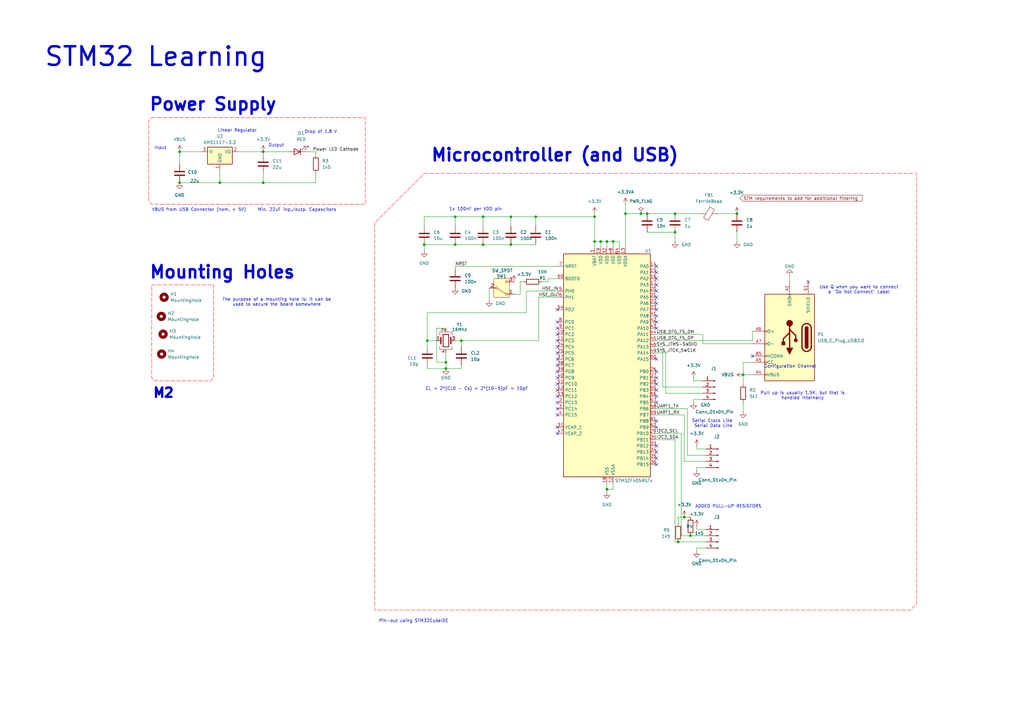
<source format=kicad_sch>
(kicad_sch
	(version 20250114)
	(generator "eeschema")
	(generator_version "9.0")
	(uuid "fbc715ab-5706-496a-aec1-f005fca43205")
	(paper "A3")
	(title_block
		(title "STM32 Demo PCB")
		(date "2025-06-06")
		(rev "0.1")
		(company "Gobind")
	)
	(lib_symbols
		(symbol "Connector:Conn_01x04_Pin"
			(pin_names
				(offset 1.016)
				(hide yes)
			)
			(exclude_from_sim no)
			(in_bom yes)
			(on_board yes)
			(property "Reference" "J"
				(at 0 5.08 0)
				(effects
					(font
						(size 1.27 1.27)
					)
				)
			)
			(property "Value" "Conn_01x04_Pin"
				(at 0 -7.62 0)
				(effects
					(font
						(size 1.27 1.27)
					)
				)
			)
			(property "Footprint" ""
				(at 0 0 0)
				(effects
					(font
						(size 1.27 1.27)
					)
					(hide yes)
				)
			)
			(property "Datasheet" "~"
				(at 0 0 0)
				(effects
					(font
						(size 1.27 1.27)
					)
					(hide yes)
				)
			)
			(property "Description" "Generic connector, single row, 01x04, script generated"
				(at 0 0 0)
				(effects
					(font
						(size 1.27 1.27)
					)
					(hide yes)
				)
			)
			(property "ki_locked" ""
				(at 0 0 0)
				(effects
					(font
						(size 1.27 1.27)
					)
				)
			)
			(property "ki_keywords" "connector"
				(at 0 0 0)
				(effects
					(font
						(size 1.27 1.27)
					)
					(hide yes)
				)
			)
			(property "ki_fp_filters" "Connector*:*_1x??_*"
				(at 0 0 0)
				(effects
					(font
						(size 1.27 1.27)
					)
					(hide yes)
				)
			)
			(symbol "Conn_01x04_Pin_1_1"
				(rectangle
					(start 0.8636 2.667)
					(end 0 2.413)
					(stroke
						(width 0.1524)
						(type default)
					)
					(fill
						(type outline)
					)
				)
				(rectangle
					(start 0.8636 0.127)
					(end 0 -0.127)
					(stroke
						(width 0.1524)
						(type default)
					)
					(fill
						(type outline)
					)
				)
				(rectangle
					(start 0.8636 -2.413)
					(end 0 -2.667)
					(stroke
						(width 0.1524)
						(type default)
					)
					(fill
						(type outline)
					)
				)
				(rectangle
					(start 0.8636 -4.953)
					(end 0 -5.207)
					(stroke
						(width 0.1524)
						(type default)
					)
					(fill
						(type outline)
					)
				)
				(polyline
					(pts
						(xy 1.27 2.54) (xy 0.8636 2.54)
					)
					(stroke
						(width 0.1524)
						(type default)
					)
					(fill
						(type none)
					)
				)
				(polyline
					(pts
						(xy 1.27 0) (xy 0.8636 0)
					)
					(stroke
						(width 0.1524)
						(type default)
					)
					(fill
						(type none)
					)
				)
				(polyline
					(pts
						(xy 1.27 -2.54) (xy 0.8636 -2.54)
					)
					(stroke
						(width 0.1524)
						(type default)
					)
					(fill
						(type none)
					)
				)
				(polyline
					(pts
						(xy 1.27 -5.08) (xy 0.8636 -5.08)
					)
					(stroke
						(width 0.1524)
						(type default)
					)
					(fill
						(type none)
					)
				)
				(pin passive line
					(at 5.08 2.54 180)
					(length 3.81)
					(name "Pin_1"
						(effects
							(font
								(size 1.27 1.27)
							)
						)
					)
					(number "1"
						(effects
							(font
								(size 1.27 1.27)
							)
						)
					)
				)
				(pin passive line
					(at 5.08 0 180)
					(length 3.81)
					(name "Pin_2"
						(effects
							(font
								(size 1.27 1.27)
							)
						)
					)
					(number "2"
						(effects
							(font
								(size 1.27 1.27)
							)
						)
					)
				)
				(pin passive line
					(at 5.08 -2.54 180)
					(length 3.81)
					(name "Pin_3"
						(effects
							(font
								(size 1.27 1.27)
							)
						)
					)
					(number "3"
						(effects
							(font
								(size 1.27 1.27)
							)
						)
					)
				)
				(pin passive line
					(at 5.08 -5.08 180)
					(length 3.81)
					(name "Pin_4"
						(effects
							(font
								(size 1.27 1.27)
							)
						)
					)
					(number "4"
						(effects
							(font
								(size 1.27 1.27)
							)
						)
					)
				)
			)
			(embedded_fonts no)
		)
		(symbol "Connector:USB_C_Plug_USB2.0"
			(pin_names
				(offset 1.016)
			)
			(exclude_from_sim no)
			(in_bom yes)
			(on_board yes)
			(property "Reference" "P"
				(at -10.16 19.05 0)
				(effects
					(font
						(size 1.27 1.27)
					)
					(justify left)
				)
			)
			(property "Value" "USB_C_Plug_USB2.0"
				(at 12.7 19.05 0)
				(effects
					(font
						(size 1.27 1.27)
					)
					(justify right)
				)
			)
			(property "Footprint" ""
				(at 3.81 0 0)
				(effects
					(font
						(size 1.27 1.27)
					)
					(hide yes)
				)
			)
			(property "Datasheet" "https://www.usb.org/sites/default/files/documents/usb_type-c.zip"
				(at 3.81 0 0)
				(effects
					(font
						(size 1.27 1.27)
					)
					(hide yes)
				)
			)
			(property "Description" "USB 2.0-only Type-C Plug connector"
				(at 0 0 0)
				(effects
					(font
						(size 1.27 1.27)
					)
					(hide yes)
				)
			)
			(property "ki_keywords" "usb universal serial bus type-C USB2.0"
				(at 0 0 0)
				(effects
					(font
						(size 1.27 1.27)
					)
					(hide yes)
				)
			)
			(property "ki_fp_filters" "USB*C*Plug*"
				(at 0 0 0)
				(effects
					(font
						(size 1.27 1.27)
					)
					(hide yes)
				)
			)
			(symbol "USB_C_Plug_USB2.0_0_0"
				(rectangle
					(start -0.254 -17.78)
					(end 0.254 -16.764)
					(stroke
						(width 0)
						(type default)
					)
					(fill
						(type none)
					)
				)
				(rectangle
					(start 10.16 15.494)
					(end 9.144 14.986)
					(stroke
						(width 0)
						(type default)
					)
					(fill
						(type none)
					)
				)
				(rectangle
					(start 10.16 10.414)
					(end 9.144 9.906)
					(stroke
						(width 0)
						(type default)
					)
					(fill
						(type none)
					)
				)
				(rectangle
					(start 10.16 7.874)
					(end 9.144 7.366)
					(stroke
						(width 0)
						(type default)
					)
					(fill
						(type none)
					)
				)
				(rectangle
					(start 10.16 2.794)
					(end 9.144 2.286)
					(stroke
						(width 0)
						(type default)
					)
					(fill
						(type none)
					)
				)
				(rectangle
					(start 10.16 -2.286)
					(end 9.144 -2.794)
					(stroke
						(width 0)
						(type default)
					)
					(fill
						(type none)
					)
				)
			)
			(symbol "USB_C_Plug_USB2.0_0_1"
				(rectangle
					(start -10.16 17.78)
					(end 10.16 -17.78)
					(stroke
						(width 0.254)
						(type default)
					)
					(fill
						(type background)
					)
				)
				(polyline
					(pts
						(xy -8.89 -3.81) (xy -8.89 3.81)
					)
					(stroke
						(width 0.508)
						(type default)
					)
					(fill
						(type none)
					)
				)
				(rectangle
					(start -7.62 -3.81)
					(end -6.35 3.81)
					(stroke
						(width 0.254)
						(type default)
					)
					(fill
						(type outline)
					)
				)
				(arc
					(start -7.62 3.81)
					(mid -6.985 4.4423)
					(end -6.35 3.81)
					(stroke
						(width 0.254)
						(type default)
					)
					(fill
						(type none)
					)
				)
				(arc
					(start -7.62 3.81)
					(mid -6.985 4.4423)
					(end -6.35 3.81)
					(stroke
						(width 0.254)
						(type default)
					)
					(fill
						(type outline)
					)
				)
				(arc
					(start -8.89 3.81)
					(mid -6.985 5.7067)
					(end -5.08 3.81)
					(stroke
						(width 0.508)
						(type default)
					)
					(fill
						(type none)
					)
				)
				(arc
					(start -5.08 -3.81)
					(mid -6.985 -5.7067)
					(end -8.89 -3.81)
					(stroke
						(width 0.508)
						(type default)
					)
					(fill
						(type none)
					)
				)
				(arc
					(start -6.35 -3.81)
					(mid -6.985 -4.4423)
					(end -7.62 -3.81)
					(stroke
						(width 0.254)
						(type default)
					)
					(fill
						(type none)
					)
				)
				(arc
					(start -6.35 -3.81)
					(mid -6.985 -4.4423)
					(end -7.62 -3.81)
					(stroke
						(width 0.254)
						(type default)
					)
					(fill
						(type outline)
					)
				)
				(polyline
					(pts
						(xy -5.08 3.81) (xy -5.08 -3.81)
					)
					(stroke
						(width 0.508)
						(type default)
					)
					(fill
						(type none)
					)
				)
				(circle
					(center -2.54 1.143)
					(radius 0.635)
					(stroke
						(width 0.254)
						(type default)
					)
					(fill
						(type outline)
					)
				)
				(polyline
					(pts
						(xy -1.27 4.318) (xy 0 6.858) (xy 1.27 4.318) (xy -1.27 4.318)
					)
					(stroke
						(width 0.254)
						(type default)
					)
					(fill
						(type outline)
					)
				)
				(polyline
					(pts
						(xy 0 -2.032) (xy 2.54 0.508) (xy 2.54 1.778)
					)
					(stroke
						(width 0.508)
						(type default)
					)
					(fill
						(type none)
					)
				)
				(polyline
					(pts
						(xy 0 -3.302) (xy -2.54 -0.762) (xy -2.54 0.508)
					)
					(stroke
						(width 0.508)
						(type default)
					)
					(fill
						(type none)
					)
				)
				(polyline
					(pts
						(xy 0 -5.842) (xy 0 4.318)
					)
					(stroke
						(width 0.508)
						(type default)
					)
					(fill
						(type none)
					)
				)
				(circle
					(center 0 -5.842)
					(radius 1.27)
					(stroke
						(width 0)
						(type default)
					)
					(fill
						(type outline)
					)
				)
				(rectangle
					(start 1.905 1.778)
					(end 3.175 3.048)
					(stroke
						(width 0.254)
						(type default)
					)
					(fill
						(type outline)
					)
				)
			)
			(symbol "USB_C_Plug_USB2.0_1_1"
				(pin passive line
					(at -7.62 -22.86 90)
					(length 5.08)
					(name "SHIELD"
						(effects
							(font
								(size 1.27 1.27)
							)
						)
					)
					(number "S1"
						(effects
							(font
								(size 1.27 1.27)
							)
						)
					)
				)
				(pin passive line
					(at 0 -22.86 90)
					(length 5.08)
					(name "GND"
						(effects
							(font
								(size 1.27 1.27)
							)
						)
					)
					(number "A1"
						(effects
							(font
								(size 1.27 1.27)
							)
						)
					)
				)
				(pin passive line
					(at 0 -22.86 90)
					(length 5.08)
					(hide yes)
					(name "GND"
						(effects
							(font
								(size 1.27 1.27)
							)
						)
					)
					(number "A12"
						(effects
							(font
								(size 1.27 1.27)
							)
						)
					)
				)
				(pin passive line
					(at 0 -22.86 90)
					(length 5.08)
					(hide yes)
					(name "GND"
						(effects
							(font
								(size 1.27 1.27)
							)
						)
					)
					(number "B1"
						(effects
							(font
								(size 1.27 1.27)
							)
						)
					)
				)
				(pin passive line
					(at 0 -22.86 90)
					(length 5.08)
					(hide yes)
					(name "GND"
						(effects
							(font
								(size 1.27 1.27)
							)
						)
					)
					(number "B12"
						(effects
							(font
								(size 1.27 1.27)
							)
						)
					)
				)
				(pin passive line
					(at 15.24 15.24 180)
					(length 5.08)
					(name "VBUS"
						(effects
							(font
								(size 1.27 1.27)
							)
						)
					)
					(number "A4"
						(effects
							(font
								(size 1.27 1.27)
							)
						)
					)
				)
				(pin passive line
					(at 15.24 15.24 180)
					(length 5.08)
					(hide yes)
					(name "VBUS"
						(effects
							(font
								(size 1.27 1.27)
							)
						)
					)
					(number "A9"
						(effects
							(font
								(size 1.27 1.27)
							)
						)
					)
				)
				(pin passive line
					(at 15.24 15.24 180)
					(length 5.08)
					(hide yes)
					(name "VBUS"
						(effects
							(font
								(size 1.27 1.27)
							)
						)
					)
					(number "B4"
						(effects
							(font
								(size 1.27 1.27)
							)
						)
					)
				)
				(pin passive line
					(at 15.24 15.24 180)
					(length 5.08)
					(hide yes)
					(name "VBUS"
						(effects
							(font
								(size 1.27 1.27)
							)
						)
					)
					(number "B9"
						(effects
							(font
								(size 1.27 1.27)
							)
						)
					)
				)
				(pin bidirectional line
					(at 15.24 10.16 180)
					(length 5.08)
					(name "CC"
						(effects
							(font
								(size 1.27 1.27)
							)
						)
					)
					(number "A5"
						(effects
							(font
								(size 1.27 1.27)
							)
						)
					)
				)
				(pin bidirectional line
					(at 15.24 7.62 180)
					(length 5.08)
					(name "VCONN"
						(effects
							(font
								(size 1.27 1.27)
							)
						)
					)
					(number "B5"
						(effects
							(font
								(size 1.27 1.27)
							)
						)
					)
				)
				(pin bidirectional line
					(at 15.24 2.54 180)
					(length 5.08)
					(name "D-"
						(effects
							(font
								(size 1.27 1.27)
							)
						)
					)
					(number "A7"
						(effects
							(font
								(size 1.27 1.27)
							)
						)
					)
				)
				(pin bidirectional line
					(at 15.24 -2.54 180)
					(length 5.08)
					(name "D+"
						(effects
							(font
								(size 1.27 1.27)
							)
						)
					)
					(number "A6"
						(effects
							(font
								(size 1.27 1.27)
							)
						)
					)
				)
			)
			(embedded_fonts no)
		)
		(symbol "Device:C"
			(pin_numbers
				(hide yes)
			)
			(pin_names
				(offset 0.254)
			)
			(exclude_from_sim no)
			(in_bom yes)
			(on_board yes)
			(property "Reference" "C"
				(at 0.635 2.54 0)
				(effects
					(font
						(size 1.27 1.27)
					)
					(justify left)
				)
			)
			(property "Value" "C"
				(at 0.635 -2.54 0)
				(effects
					(font
						(size 1.27 1.27)
					)
					(justify left)
				)
			)
			(property "Footprint" ""
				(at 0.9652 -3.81 0)
				(effects
					(font
						(size 1.27 1.27)
					)
					(hide yes)
				)
			)
			(property "Datasheet" "~"
				(at 0 0 0)
				(effects
					(font
						(size 1.27 1.27)
					)
					(hide yes)
				)
			)
			(property "Description" "Unpolarized capacitor"
				(at 0 0 0)
				(effects
					(font
						(size 1.27 1.27)
					)
					(hide yes)
				)
			)
			(property "ki_keywords" "cap capacitor"
				(at 0 0 0)
				(effects
					(font
						(size 1.27 1.27)
					)
					(hide yes)
				)
			)
			(property "ki_fp_filters" "C_*"
				(at 0 0 0)
				(effects
					(font
						(size 1.27 1.27)
					)
					(hide yes)
				)
			)
			(symbol "C_0_1"
				(polyline
					(pts
						(xy -2.032 0.762) (xy 2.032 0.762)
					)
					(stroke
						(width 0.508)
						(type default)
					)
					(fill
						(type none)
					)
				)
				(polyline
					(pts
						(xy -2.032 -0.762) (xy 2.032 -0.762)
					)
					(stroke
						(width 0.508)
						(type default)
					)
					(fill
						(type none)
					)
				)
			)
			(symbol "C_1_1"
				(pin passive line
					(at 0 3.81 270)
					(length 2.794)
					(name "~"
						(effects
							(font
								(size 1.27 1.27)
							)
						)
					)
					(number "1"
						(effects
							(font
								(size 1.27 1.27)
							)
						)
					)
				)
				(pin passive line
					(at 0 -3.81 90)
					(length 2.794)
					(name "~"
						(effects
							(font
								(size 1.27 1.27)
							)
						)
					)
					(number "2"
						(effects
							(font
								(size 1.27 1.27)
							)
						)
					)
				)
			)
			(embedded_fonts no)
		)
		(symbol "Device:Crystal_GND24"
			(pin_names
				(offset 1.016)
				(hide yes)
			)
			(exclude_from_sim no)
			(in_bom yes)
			(on_board yes)
			(property "Reference" "Y"
				(at 3.175 5.08 0)
				(effects
					(font
						(size 1.27 1.27)
					)
					(justify left)
				)
			)
			(property "Value" "Crystal_GND24"
				(at 3.175 3.175 0)
				(effects
					(font
						(size 1.27 1.27)
					)
					(justify left)
				)
			)
			(property "Footprint" ""
				(at 0 0 0)
				(effects
					(font
						(size 1.27 1.27)
					)
					(hide yes)
				)
			)
			(property "Datasheet" "~"
				(at 0 0 0)
				(effects
					(font
						(size 1.27 1.27)
					)
					(hide yes)
				)
			)
			(property "Description" "Four pin crystal, GND on pins 2 and 4"
				(at 0 0 0)
				(effects
					(font
						(size 1.27 1.27)
					)
					(hide yes)
				)
			)
			(property "ki_keywords" "quartz ceramic resonator oscillator"
				(at 0 0 0)
				(effects
					(font
						(size 1.27 1.27)
					)
					(hide yes)
				)
			)
			(property "ki_fp_filters" "Crystal*"
				(at 0 0 0)
				(effects
					(font
						(size 1.27 1.27)
					)
					(hide yes)
				)
			)
			(symbol "Crystal_GND24_0_1"
				(polyline
					(pts
						(xy -2.54 2.286) (xy -2.54 3.556) (xy 2.54 3.556) (xy 2.54 2.286)
					)
					(stroke
						(width 0)
						(type default)
					)
					(fill
						(type none)
					)
				)
				(polyline
					(pts
						(xy -2.54 0) (xy -2.032 0)
					)
					(stroke
						(width 0)
						(type default)
					)
					(fill
						(type none)
					)
				)
				(polyline
					(pts
						(xy -2.54 -2.286) (xy -2.54 -3.556) (xy 2.54 -3.556) (xy 2.54 -2.286)
					)
					(stroke
						(width 0)
						(type default)
					)
					(fill
						(type none)
					)
				)
				(polyline
					(pts
						(xy -2.032 -1.27) (xy -2.032 1.27)
					)
					(stroke
						(width 0.508)
						(type default)
					)
					(fill
						(type none)
					)
				)
				(rectangle
					(start -1.143 2.54)
					(end 1.143 -2.54)
					(stroke
						(width 0.3048)
						(type default)
					)
					(fill
						(type none)
					)
				)
				(polyline
					(pts
						(xy 0 3.556) (xy 0 3.81)
					)
					(stroke
						(width 0)
						(type default)
					)
					(fill
						(type none)
					)
				)
				(polyline
					(pts
						(xy 0 -3.81) (xy 0 -3.556)
					)
					(stroke
						(width 0)
						(type default)
					)
					(fill
						(type none)
					)
				)
				(polyline
					(pts
						(xy 2.032 0) (xy 2.54 0)
					)
					(stroke
						(width 0)
						(type default)
					)
					(fill
						(type none)
					)
				)
				(polyline
					(pts
						(xy 2.032 -1.27) (xy 2.032 1.27)
					)
					(stroke
						(width 0.508)
						(type default)
					)
					(fill
						(type none)
					)
				)
			)
			(symbol "Crystal_GND24_1_1"
				(pin passive line
					(at -3.81 0 0)
					(length 1.27)
					(name "1"
						(effects
							(font
								(size 1.27 1.27)
							)
						)
					)
					(number "1"
						(effects
							(font
								(size 1.27 1.27)
							)
						)
					)
				)
				(pin passive line
					(at 0 5.08 270)
					(length 1.27)
					(name "2"
						(effects
							(font
								(size 1.27 1.27)
							)
						)
					)
					(number "2"
						(effects
							(font
								(size 1.27 1.27)
							)
						)
					)
				)
				(pin passive line
					(at 0 -5.08 90)
					(length 1.27)
					(name "4"
						(effects
							(font
								(size 1.27 1.27)
							)
						)
					)
					(number "4"
						(effects
							(font
								(size 1.27 1.27)
							)
						)
					)
				)
				(pin passive line
					(at 3.81 0 180)
					(length 1.27)
					(name "3"
						(effects
							(font
								(size 1.27 1.27)
							)
						)
					)
					(number "3"
						(effects
							(font
								(size 1.27 1.27)
							)
						)
					)
				)
			)
			(embedded_fonts no)
		)
		(symbol "Device:FerriteBead"
			(pin_numbers
				(hide yes)
			)
			(pin_names
				(offset 0)
			)
			(exclude_from_sim no)
			(in_bom yes)
			(on_board yes)
			(property "Reference" "FB"
				(at -3.81 0.635 90)
				(effects
					(font
						(size 1.27 1.27)
					)
				)
			)
			(property "Value" "FerriteBead"
				(at 3.81 0 90)
				(effects
					(font
						(size 1.27 1.27)
					)
				)
			)
			(property "Footprint" ""
				(at -1.778 0 90)
				(effects
					(font
						(size 1.27 1.27)
					)
					(hide yes)
				)
			)
			(property "Datasheet" "~"
				(at 0 0 0)
				(effects
					(font
						(size 1.27 1.27)
					)
					(hide yes)
				)
			)
			(property "Description" "Ferrite bead"
				(at 0 0 0)
				(effects
					(font
						(size 1.27 1.27)
					)
					(hide yes)
				)
			)
			(property "ki_keywords" "L ferrite bead inductor filter"
				(at 0 0 0)
				(effects
					(font
						(size 1.27 1.27)
					)
					(hide yes)
				)
			)
			(property "ki_fp_filters" "Inductor_* L_* *Ferrite*"
				(at 0 0 0)
				(effects
					(font
						(size 1.27 1.27)
					)
					(hide yes)
				)
			)
			(symbol "FerriteBead_0_1"
				(polyline
					(pts
						(xy -2.7686 0.4064) (xy -1.7018 2.2606) (xy 2.7686 -0.3048) (xy 1.6764 -2.159) (xy -2.7686 0.4064)
					)
					(stroke
						(width 0)
						(type default)
					)
					(fill
						(type none)
					)
				)
				(polyline
					(pts
						(xy 0 1.27) (xy 0 1.2954)
					)
					(stroke
						(width 0)
						(type default)
					)
					(fill
						(type none)
					)
				)
				(polyline
					(pts
						(xy 0 -1.27) (xy 0 -1.2192)
					)
					(stroke
						(width 0)
						(type default)
					)
					(fill
						(type none)
					)
				)
			)
			(symbol "FerriteBead_1_1"
				(pin passive line
					(at 0 3.81 270)
					(length 2.54)
					(name "~"
						(effects
							(font
								(size 1.27 1.27)
							)
						)
					)
					(number "1"
						(effects
							(font
								(size 1.27 1.27)
							)
						)
					)
				)
				(pin passive line
					(at 0 -3.81 90)
					(length 2.54)
					(name "~"
						(effects
							(font
								(size 1.27 1.27)
							)
						)
					)
					(number "2"
						(effects
							(font
								(size 1.27 1.27)
							)
						)
					)
				)
			)
			(embedded_fonts no)
		)
		(symbol "Device:LED"
			(pin_numbers
				(hide yes)
			)
			(pin_names
				(offset 1.016)
				(hide yes)
			)
			(exclude_from_sim no)
			(in_bom yes)
			(on_board yes)
			(property "Reference" "D"
				(at 0 2.54 0)
				(effects
					(font
						(size 1.27 1.27)
					)
				)
			)
			(property "Value" "LED"
				(at 0 -2.54 0)
				(effects
					(font
						(size 1.27 1.27)
					)
				)
			)
			(property "Footprint" ""
				(at 0 0 0)
				(effects
					(font
						(size 1.27 1.27)
					)
					(hide yes)
				)
			)
			(property "Datasheet" "~"
				(at 0 0 0)
				(effects
					(font
						(size 1.27 1.27)
					)
					(hide yes)
				)
			)
			(property "Description" "Light emitting diode"
				(at 0 0 0)
				(effects
					(font
						(size 1.27 1.27)
					)
					(hide yes)
				)
			)
			(property "Sim.Pins" "1=K 2=A"
				(at 0 0 0)
				(effects
					(font
						(size 1.27 1.27)
					)
					(hide yes)
				)
			)
			(property "ki_keywords" "LED diode"
				(at 0 0 0)
				(effects
					(font
						(size 1.27 1.27)
					)
					(hide yes)
				)
			)
			(property "ki_fp_filters" "LED* LED_SMD:* LED_THT:*"
				(at 0 0 0)
				(effects
					(font
						(size 1.27 1.27)
					)
					(hide yes)
				)
			)
			(symbol "LED_0_1"
				(polyline
					(pts
						(xy -3.048 -0.762) (xy -4.572 -2.286) (xy -3.81 -2.286) (xy -4.572 -2.286) (xy -4.572 -1.524)
					)
					(stroke
						(width 0)
						(type default)
					)
					(fill
						(type none)
					)
				)
				(polyline
					(pts
						(xy -1.778 -0.762) (xy -3.302 -2.286) (xy -2.54 -2.286) (xy -3.302 -2.286) (xy -3.302 -1.524)
					)
					(stroke
						(width 0)
						(type default)
					)
					(fill
						(type none)
					)
				)
				(polyline
					(pts
						(xy -1.27 0) (xy 1.27 0)
					)
					(stroke
						(width 0)
						(type default)
					)
					(fill
						(type none)
					)
				)
				(polyline
					(pts
						(xy -1.27 -1.27) (xy -1.27 1.27)
					)
					(stroke
						(width 0.254)
						(type default)
					)
					(fill
						(type none)
					)
				)
				(polyline
					(pts
						(xy 1.27 -1.27) (xy 1.27 1.27) (xy -1.27 0) (xy 1.27 -1.27)
					)
					(stroke
						(width 0.254)
						(type default)
					)
					(fill
						(type none)
					)
				)
			)
			(symbol "LED_1_1"
				(pin passive line
					(at -3.81 0 0)
					(length 2.54)
					(name "K"
						(effects
							(font
								(size 1.27 1.27)
							)
						)
					)
					(number "1"
						(effects
							(font
								(size 1.27 1.27)
							)
						)
					)
				)
				(pin passive line
					(at 3.81 0 180)
					(length 2.54)
					(name "A"
						(effects
							(font
								(size 1.27 1.27)
							)
						)
					)
					(number "2"
						(effects
							(font
								(size 1.27 1.27)
							)
						)
					)
				)
			)
			(embedded_fonts no)
		)
		(symbol "Device:R"
			(pin_numbers
				(hide yes)
			)
			(pin_names
				(offset 0)
			)
			(exclude_from_sim no)
			(in_bom yes)
			(on_board yes)
			(property "Reference" "R"
				(at 2.032 0 90)
				(effects
					(font
						(size 1.27 1.27)
					)
				)
			)
			(property "Value" "R"
				(at 0 0 90)
				(effects
					(font
						(size 1.27 1.27)
					)
				)
			)
			(property "Footprint" ""
				(at -1.778 0 90)
				(effects
					(font
						(size 1.27 1.27)
					)
					(hide yes)
				)
			)
			(property "Datasheet" "~"
				(at 0 0 0)
				(effects
					(font
						(size 1.27 1.27)
					)
					(hide yes)
				)
			)
			(property "Description" "Resistor"
				(at 0 0 0)
				(effects
					(font
						(size 1.27 1.27)
					)
					(hide yes)
				)
			)
			(property "ki_keywords" "R res resistor"
				(at 0 0 0)
				(effects
					(font
						(size 1.27 1.27)
					)
					(hide yes)
				)
			)
			(property "ki_fp_filters" "R_*"
				(at 0 0 0)
				(effects
					(font
						(size 1.27 1.27)
					)
					(hide yes)
				)
			)
			(symbol "R_0_1"
				(rectangle
					(start -1.016 -2.54)
					(end 1.016 2.54)
					(stroke
						(width 0.254)
						(type default)
					)
					(fill
						(type none)
					)
				)
			)
			(symbol "R_1_1"
				(pin passive line
					(at 0 3.81 270)
					(length 1.27)
					(name "~"
						(effects
							(font
								(size 1.27 1.27)
							)
						)
					)
					(number "1"
						(effects
							(font
								(size 1.27 1.27)
							)
						)
					)
				)
				(pin passive line
					(at 0 -3.81 90)
					(length 1.27)
					(name "~"
						(effects
							(font
								(size 1.27 1.27)
							)
						)
					)
					(number "2"
						(effects
							(font
								(size 1.27 1.27)
							)
						)
					)
				)
			)
			(embedded_fonts no)
		)
		(symbol "MCU_ST_STM32F4:STM32F405RGTx"
			(exclude_from_sim no)
			(in_bom yes)
			(on_board yes)
			(property "Reference" "U"
				(at -17.78 46.99 0)
				(effects
					(font
						(size 1.27 1.27)
					)
					(justify left)
				)
			)
			(property "Value" "STM32F405RGTx"
				(at 10.16 46.99 0)
				(effects
					(font
						(size 1.27 1.27)
					)
					(justify left)
				)
			)
			(property "Footprint" "Package_QFP:LQFP-64_10x10mm_P0.5mm"
				(at -17.78 -45.72 0)
				(effects
					(font
						(size 1.27 1.27)
					)
					(justify right)
					(hide yes)
				)
			)
			(property "Datasheet" "https://www.st.com/resource/en/datasheet/stm32f405rg.pdf"
				(at 0 0 0)
				(effects
					(font
						(size 1.27 1.27)
					)
					(hide yes)
				)
			)
			(property "Description" "STMicroelectronics Arm Cortex-M4 MCU, 1024KB flash, 192KB RAM, 168 MHz, 1.8-3.6V, 51 GPIO, LQFP64"
				(at 0 0 0)
				(effects
					(font
						(size 1.27 1.27)
					)
					(hide yes)
				)
			)
			(property "ki_keywords" "Arm Cortex-M4 STM32F4 STM32F405/415"
				(at 0 0 0)
				(effects
					(font
						(size 1.27 1.27)
					)
					(hide yes)
				)
			)
			(property "ki_fp_filters" "LQFP*10x10mm*P0.5mm*"
				(at 0 0 0)
				(effects
					(font
						(size 1.27 1.27)
					)
					(hide yes)
				)
			)
			(symbol "STM32F405RGTx_0_1"
				(rectangle
					(start -17.78 -45.72)
					(end 17.78 45.72)
					(stroke
						(width 0.254)
						(type default)
					)
					(fill
						(type background)
					)
				)
			)
			(symbol "STM32F405RGTx_1_1"
				(pin input line
					(at -20.32 40.64 0)
					(length 2.54)
					(name "NRST"
						(effects
							(font
								(size 1.27 1.27)
							)
						)
					)
					(number "7"
						(effects
							(font
								(size 1.27 1.27)
							)
						)
					)
				)
				(pin input line
					(at -20.32 35.56 0)
					(length 2.54)
					(name "BOOT0"
						(effects
							(font
								(size 1.27 1.27)
							)
						)
					)
					(number "60"
						(effects
							(font
								(size 1.27 1.27)
							)
						)
					)
				)
				(pin bidirectional line
					(at -20.32 30.48 0)
					(length 2.54)
					(name "PH0"
						(effects
							(font
								(size 1.27 1.27)
							)
						)
					)
					(number "5"
						(effects
							(font
								(size 1.27 1.27)
							)
						)
					)
					(alternate "RCC_OSC_IN" bidirectional line)
				)
				(pin bidirectional line
					(at -20.32 27.94 0)
					(length 2.54)
					(name "PH1"
						(effects
							(font
								(size 1.27 1.27)
							)
						)
					)
					(number "6"
						(effects
							(font
								(size 1.27 1.27)
							)
						)
					)
					(alternate "RCC_OSC_OUT" bidirectional line)
				)
				(pin bidirectional line
					(at -20.32 22.86 0)
					(length 2.54)
					(name "PD2"
						(effects
							(font
								(size 1.27 1.27)
							)
						)
					)
					(number "54"
						(effects
							(font
								(size 1.27 1.27)
							)
						)
					)
					(alternate "SDIO_CMD" bidirectional line)
					(alternate "TIM3_ETR" bidirectional line)
					(alternate "UART5_RX" bidirectional line)
				)
				(pin bidirectional line
					(at -20.32 17.78 0)
					(length 2.54)
					(name "PC0"
						(effects
							(font
								(size 1.27 1.27)
							)
						)
					)
					(number "8"
						(effects
							(font
								(size 1.27 1.27)
							)
						)
					)
					(alternate "ADC1_IN10" bidirectional line)
					(alternate "ADC2_IN10" bidirectional line)
					(alternate "ADC3_IN10" bidirectional line)
					(alternate "USB_OTG_HS_ULPI_STP" bidirectional line)
				)
				(pin bidirectional line
					(at -20.32 15.24 0)
					(length 2.54)
					(name "PC1"
						(effects
							(font
								(size 1.27 1.27)
							)
						)
					)
					(number "9"
						(effects
							(font
								(size 1.27 1.27)
							)
						)
					)
					(alternate "ADC1_IN11" bidirectional line)
					(alternate "ADC2_IN11" bidirectional line)
					(alternate "ADC3_IN11" bidirectional line)
				)
				(pin bidirectional line
					(at -20.32 12.7 0)
					(length 2.54)
					(name "PC2"
						(effects
							(font
								(size 1.27 1.27)
							)
						)
					)
					(number "10"
						(effects
							(font
								(size 1.27 1.27)
							)
						)
					)
					(alternate "ADC1_IN12" bidirectional line)
					(alternate "ADC2_IN12" bidirectional line)
					(alternate "ADC3_IN12" bidirectional line)
					(alternate "I2S2_ext_SD" bidirectional line)
					(alternate "SPI2_MISO" bidirectional line)
					(alternate "USB_OTG_HS_ULPI_DIR" bidirectional line)
				)
				(pin bidirectional line
					(at -20.32 10.16 0)
					(length 2.54)
					(name "PC3"
						(effects
							(font
								(size 1.27 1.27)
							)
						)
					)
					(number "11"
						(effects
							(font
								(size 1.27 1.27)
							)
						)
					)
					(alternate "ADC1_IN13" bidirectional line)
					(alternate "ADC2_IN13" bidirectional line)
					(alternate "ADC3_IN13" bidirectional line)
					(alternate "I2S2_SD" bidirectional line)
					(alternate "SPI2_MOSI" bidirectional line)
					(alternate "USB_OTG_HS_ULPI_NXT" bidirectional line)
				)
				(pin bidirectional line
					(at -20.32 7.62 0)
					(length 2.54)
					(name "PC4"
						(effects
							(font
								(size 1.27 1.27)
							)
						)
					)
					(number "24"
						(effects
							(font
								(size 1.27 1.27)
							)
						)
					)
					(alternate "ADC1_IN14" bidirectional line)
					(alternate "ADC2_IN14" bidirectional line)
				)
				(pin bidirectional line
					(at -20.32 5.08 0)
					(length 2.54)
					(name "PC5"
						(effects
							(font
								(size 1.27 1.27)
							)
						)
					)
					(number "25"
						(effects
							(font
								(size 1.27 1.27)
							)
						)
					)
					(alternate "ADC1_IN15" bidirectional line)
					(alternate "ADC2_IN15" bidirectional line)
				)
				(pin bidirectional line
					(at -20.32 2.54 0)
					(length 2.54)
					(name "PC6"
						(effects
							(font
								(size 1.27 1.27)
							)
						)
					)
					(number "37"
						(effects
							(font
								(size 1.27 1.27)
							)
						)
					)
					(alternate "I2S2_MCK" bidirectional line)
					(alternate "SDIO_D6" bidirectional line)
					(alternate "TIM3_CH1" bidirectional line)
					(alternate "TIM8_CH1" bidirectional line)
					(alternate "USART6_TX" bidirectional line)
				)
				(pin bidirectional line
					(at -20.32 0 0)
					(length 2.54)
					(name "PC7"
						(effects
							(font
								(size 1.27 1.27)
							)
						)
					)
					(number "38"
						(effects
							(font
								(size 1.27 1.27)
							)
						)
					)
					(alternate "I2S3_MCK" bidirectional line)
					(alternate "SDIO_D7" bidirectional line)
					(alternate "TIM3_CH2" bidirectional line)
					(alternate "TIM8_CH2" bidirectional line)
					(alternate "USART6_RX" bidirectional line)
				)
				(pin bidirectional line
					(at -20.32 -2.54 0)
					(length 2.54)
					(name "PC8"
						(effects
							(font
								(size 1.27 1.27)
							)
						)
					)
					(number "39"
						(effects
							(font
								(size 1.27 1.27)
							)
						)
					)
					(alternate "SDIO_D0" bidirectional line)
					(alternate "TIM3_CH3" bidirectional line)
					(alternate "TIM8_CH3" bidirectional line)
					(alternate "USART6_CK" bidirectional line)
				)
				(pin bidirectional line
					(at -20.32 -5.08 0)
					(length 2.54)
					(name "PC9"
						(effects
							(font
								(size 1.27 1.27)
							)
						)
					)
					(number "40"
						(effects
							(font
								(size 1.27 1.27)
							)
						)
					)
					(alternate "DAC_EXTI9" bidirectional line)
					(alternate "I2C3_SDA" bidirectional line)
					(alternate "I2S_CKIN" bidirectional line)
					(alternate "RCC_MCO_2" bidirectional line)
					(alternate "SDIO_D1" bidirectional line)
					(alternate "TIM3_CH4" bidirectional line)
					(alternate "TIM8_CH4" bidirectional line)
				)
				(pin bidirectional line
					(at -20.32 -7.62 0)
					(length 2.54)
					(name "PC10"
						(effects
							(font
								(size 1.27 1.27)
							)
						)
					)
					(number "51"
						(effects
							(font
								(size 1.27 1.27)
							)
						)
					)
					(alternate "I2S3_CK" bidirectional line)
					(alternate "SDIO_D2" bidirectional line)
					(alternate "SPI3_SCK" bidirectional line)
					(alternate "UART4_TX" bidirectional line)
					(alternate "USART3_TX" bidirectional line)
				)
				(pin bidirectional line
					(at -20.32 -10.16 0)
					(length 2.54)
					(name "PC11"
						(effects
							(font
								(size 1.27 1.27)
							)
						)
					)
					(number "52"
						(effects
							(font
								(size 1.27 1.27)
							)
						)
					)
					(alternate "ADC1_EXTI11" bidirectional line)
					(alternate "ADC2_EXTI11" bidirectional line)
					(alternate "ADC3_EXTI11" bidirectional line)
					(alternate "I2S3_ext_SD" bidirectional line)
					(alternate "SDIO_D3" bidirectional line)
					(alternate "SPI3_MISO" bidirectional line)
					(alternate "UART4_RX" bidirectional line)
					(alternate "USART3_RX" bidirectional line)
				)
				(pin bidirectional line
					(at -20.32 -12.7 0)
					(length 2.54)
					(name "PC12"
						(effects
							(font
								(size 1.27 1.27)
							)
						)
					)
					(number "53"
						(effects
							(font
								(size 1.27 1.27)
							)
						)
					)
					(alternate "I2S3_SD" bidirectional line)
					(alternate "SDIO_CK" bidirectional line)
					(alternate "SPI3_MOSI" bidirectional line)
					(alternate "UART5_TX" bidirectional line)
					(alternate "USART3_CK" bidirectional line)
				)
				(pin bidirectional line
					(at -20.32 -15.24 0)
					(length 2.54)
					(name "PC13"
						(effects
							(font
								(size 1.27 1.27)
							)
						)
					)
					(number "2"
						(effects
							(font
								(size 1.27 1.27)
							)
						)
					)
					(alternate "RTC_AF1" bidirectional line)
				)
				(pin bidirectional line
					(at -20.32 -17.78 0)
					(length 2.54)
					(name "PC14"
						(effects
							(font
								(size 1.27 1.27)
							)
						)
					)
					(number "3"
						(effects
							(font
								(size 1.27 1.27)
							)
						)
					)
					(alternate "RCC_OSC32_IN" bidirectional line)
				)
				(pin bidirectional line
					(at -20.32 -20.32 0)
					(length 2.54)
					(name "PC15"
						(effects
							(font
								(size 1.27 1.27)
							)
						)
					)
					(number "4"
						(effects
							(font
								(size 1.27 1.27)
							)
						)
					)
					(alternate "ADC1_EXTI15" bidirectional line)
					(alternate "ADC2_EXTI15" bidirectional line)
					(alternate "ADC3_EXTI15" bidirectional line)
					(alternate "RCC_OSC32_OUT" bidirectional line)
				)
				(pin power_out line
					(at -20.32 -25.4 0)
					(length 2.54)
					(name "VCAP_1"
						(effects
							(font
								(size 1.27 1.27)
							)
						)
					)
					(number "31"
						(effects
							(font
								(size 1.27 1.27)
							)
						)
					)
				)
				(pin power_out line
					(at -20.32 -27.94 0)
					(length 2.54)
					(name "VCAP_2"
						(effects
							(font
								(size 1.27 1.27)
							)
						)
					)
					(number "47"
						(effects
							(font
								(size 1.27 1.27)
							)
						)
					)
				)
				(pin power_in line
					(at -5.08 48.26 270)
					(length 2.54)
					(name "VBAT"
						(effects
							(font
								(size 1.27 1.27)
							)
						)
					)
					(number "1"
						(effects
							(font
								(size 1.27 1.27)
							)
						)
					)
				)
				(pin power_in line
					(at -2.54 48.26 270)
					(length 2.54)
					(name "VDD"
						(effects
							(font
								(size 1.27 1.27)
							)
						)
					)
					(number "19"
						(effects
							(font
								(size 1.27 1.27)
							)
						)
					)
				)
				(pin power_in line
					(at 0 48.26 270)
					(length 2.54)
					(name "VDD"
						(effects
							(font
								(size 1.27 1.27)
							)
						)
					)
					(number "32"
						(effects
							(font
								(size 1.27 1.27)
							)
						)
					)
				)
				(pin power_in line
					(at 0 -48.26 90)
					(length 2.54)
					(name "VSS"
						(effects
							(font
								(size 1.27 1.27)
							)
						)
					)
					(number "18"
						(effects
							(font
								(size 1.27 1.27)
							)
						)
					)
				)
				(pin passive line
					(at 0 -48.26 90)
					(length 2.54)
					(hide yes)
					(name "VSS"
						(effects
							(font
								(size 1.27 1.27)
							)
						)
					)
					(number "63"
						(effects
							(font
								(size 1.27 1.27)
							)
						)
					)
				)
				(pin power_in line
					(at 2.54 48.26 270)
					(length 2.54)
					(name "VDD"
						(effects
							(font
								(size 1.27 1.27)
							)
						)
					)
					(number "48"
						(effects
							(font
								(size 1.27 1.27)
							)
						)
					)
				)
				(pin power_in line
					(at 2.54 -48.26 90)
					(length 2.54)
					(name "VSSA"
						(effects
							(font
								(size 1.27 1.27)
							)
						)
					)
					(number "12"
						(effects
							(font
								(size 1.27 1.27)
							)
						)
					)
				)
				(pin power_in line
					(at 5.08 48.26 270)
					(length 2.54)
					(name "VDD"
						(effects
							(font
								(size 1.27 1.27)
							)
						)
					)
					(number "64"
						(effects
							(font
								(size 1.27 1.27)
							)
						)
					)
				)
				(pin power_in line
					(at 7.62 48.26 270)
					(length 2.54)
					(name "VDDA"
						(effects
							(font
								(size 1.27 1.27)
							)
						)
					)
					(number "13"
						(effects
							(font
								(size 1.27 1.27)
							)
						)
					)
				)
				(pin bidirectional line
					(at 20.32 40.64 180)
					(length 2.54)
					(name "PA0"
						(effects
							(font
								(size 1.27 1.27)
							)
						)
					)
					(number "14"
						(effects
							(font
								(size 1.27 1.27)
							)
						)
					)
					(alternate "ADC1_IN0" bidirectional line)
					(alternate "ADC2_IN0" bidirectional line)
					(alternate "ADC3_IN0" bidirectional line)
					(alternate "SYS_WKUP" bidirectional line)
					(alternate "TIM2_CH1" bidirectional line)
					(alternate "TIM2_ETR" bidirectional line)
					(alternate "TIM5_CH1" bidirectional line)
					(alternate "TIM8_ETR" bidirectional line)
					(alternate "UART4_TX" bidirectional line)
					(alternate "USART2_CTS" bidirectional line)
				)
				(pin bidirectional line
					(at 20.32 38.1 180)
					(length 2.54)
					(name "PA1"
						(effects
							(font
								(size 1.27 1.27)
							)
						)
					)
					(number "15"
						(effects
							(font
								(size 1.27 1.27)
							)
						)
					)
					(alternate "ADC1_IN1" bidirectional line)
					(alternate "ADC2_IN1" bidirectional line)
					(alternate "ADC3_IN1" bidirectional line)
					(alternate "TIM2_CH2" bidirectional line)
					(alternate "TIM5_CH2" bidirectional line)
					(alternate "UART4_RX" bidirectional line)
					(alternate "USART2_RTS" bidirectional line)
				)
				(pin bidirectional line
					(at 20.32 35.56 180)
					(length 2.54)
					(name "PA2"
						(effects
							(font
								(size 1.27 1.27)
							)
						)
					)
					(number "16"
						(effects
							(font
								(size 1.27 1.27)
							)
						)
					)
					(alternate "ADC1_IN2" bidirectional line)
					(alternate "ADC2_IN2" bidirectional line)
					(alternate "ADC3_IN2" bidirectional line)
					(alternate "TIM2_CH3" bidirectional line)
					(alternate "TIM5_CH3" bidirectional line)
					(alternate "TIM9_CH1" bidirectional line)
					(alternate "USART2_TX" bidirectional line)
				)
				(pin bidirectional line
					(at 20.32 33.02 180)
					(length 2.54)
					(name "PA3"
						(effects
							(font
								(size 1.27 1.27)
							)
						)
					)
					(number "17"
						(effects
							(font
								(size 1.27 1.27)
							)
						)
					)
					(alternate "ADC1_IN3" bidirectional line)
					(alternate "ADC2_IN3" bidirectional line)
					(alternate "ADC3_IN3" bidirectional line)
					(alternate "TIM2_CH4" bidirectional line)
					(alternate "TIM5_CH4" bidirectional line)
					(alternate "TIM9_CH2" bidirectional line)
					(alternate "USART2_RX" bidirectional line)
					(alternate "USB_OTG_HS_ULPI_D0" bidirectional line)
				)
				(pin bidirectional line
					(at 20.32 30.48 180)
					(length 2.54)
					(name "PA4"
						(effects
							(font
								(size 1.27 1.27)
							)
						)
					)
					(number "20"
						(effects
							(font
								(size 1.27 1.27)
							)
						)
					)
					(alternate "ADC1_IN4" bidirectional line)
					(alternate "ADC2_IN4" bidirectional line)
					(alternate "DAC_OUT1" bidirectional line)
					(alternate "I2S3_WS" bidirectional line)
					(alternate "SPI1_NSS" bidirectional line)
					(alternate "SPI3_NSS" bidirectional line)
					(alternate "USART2_CK" bidirectional line)
					(alternate "USB_OTG_HS_SOF" bidirectional line)
				)
				(pin bidirectional line
					(at 20.32 27.94 180)
					(length 2.54)
					(name "PA5"
						(effects
							(font
								(size 1.27 1.27)
							)
						)
					)
					(number "21"
						(effects
							(font
								(size 1.27 1.27)
							)
						)
					)
					(alternate "ADC1_IN5" bidirectional line)
					(alternate "ADC2_IN5" bidirectional line)
					(alternate "DAC_OUT2" bidirectional line)
					(alternate "SPI1_SCK" bidirectional line)
					(alternate "TIM2_CH1" bidirectional line)
					(alternate "TIM2_ETR" bidirectional line)
					(alternate "TIM8_CH1N" bidirectional line)
					(alternate "USB_OTG_HS_ULPI_CK" bidirectional line)
				)
				(pin bidirectional line
					(at 20.32 25.4 180)
					(length 2.54)
					(name "PA6"
						(effects
							(font
								(size 1.27 1.27)
							)
						)
					)
					(number "22"
						(effects
							(font
								(size 1.27 1.27)
							)
						)
					)
					(alternate "ADC1_IN6" bidirectional line)
					(alternate "ADC2_IN6" bidirectional line)
					(alternate "SPI1_MISO" bidirectional line)
					(alternate "TIM13_CH1" bidirectional line)
					(alternate "TIM1_BKIN" bidirectional line)
					(alternate "TIM3_CH1" bidirectional line)
					(alternate "TIM8_BKIN" bidirectional line)
				)
				(pin bidirectional line
					(at 20.32 22.86 180)
					(length 2.54)
					(name "PA7"
						(effects
							(font
								(size 1.27 1.27)
							)
						)
					)
					(number "23"
						(effects
							(font
								(size 1.27 1.27)
							)
						)
					)
					(alternate "ADC1_IN7" bidirectional line)
					(alternate "ADC2_IN7" bidirectional line)
					(alternate "SPI1_MOSI" bidirectional line)
					(alternate "TIM14_CH1" bidirectional line)
					(alternate "TIM1_CH1N" bidirectional line)
					(alternate "TIM3_CH2" bidirectional line)
					(alternate "TIM8_CH1N" bidirectional line)
				)
				(pin bidirectional line
					(at 20.32 20.32 180)
					(length 2.54)
					(name "PA8"
						(effects
							(font
								(size 1.27 1.27)
							)
						)
					)
					(number "41"
						(effects
							(font
								(size 1.27 1.27)
							)
						)
					)
					(alternate "I2C3_SCL" bidirectional line)
					(alternate "RCC_MCO_1" bidirectional line)
					(alternate "TIM1_CH1" bidirectional line)
					(alternate "USART1_CK" bidirectional line)
					(alternate "USB_OTG_FS_SOF" bidirectional line)
				)
				(pin bidirectional line
					(at 20.32 17.78 180)
					(length 2.54)
					(name "PA9"
						(effects
							(font
								(size 1.27 1.27)
							)
						)
					)
					(number "42"
						(effects
							(font
								(size 1.27 1.27)
							)
						)
					)
					(alternate "DAC_EXTI9" bidirectional line)
					(alternate "I2C3_SMBA" bidirectional line)
					(alternate "TIM1_CH2" bidirectional line)
					(alternate "USART1_TX" bidirectional line)
					(alternate "USB_OTG_FS_VBUS" bidirectional line)
				)
				(pin bidirectional line
					(at 20.32 15.24 180)
					(length 2.54)
					(name "PA10"
						(effects
							(font
								(size 1.27 1.27)
							)
						)
					)
					(number "43"
						(effects
							(font
								(size 1.27 1.27)
							)
						)
					)
					(alternate "TIM1_CH3" bidirectional line)
					(alternate "USART1_RX" bidirectional line)
					(alternate "USB_OTG_FS_ID" bidirectional line)
				)
				(pin bidirectional line
					(at 20.32 12.7 180)
					(length 2.54)
					(name "PA11"
						(effects
							(font
								(size 1.27 1.27)
							)
						)
					)
					(number "44"
						(effects
							(font
								(size 1.27 1.27)
							)
						)
					)
					(alternate "ADC1_EXTI11" bidirectional line)
					(alternate "ADC2_EXTI11" bidirectional line)
					(alternate "ADC3_EXTI11" bidirectional line)
					(alternate "CAN1_RX" bidirectional line)
					(alternate "TIM1_CH4" bidirectional line)
					(alternate "USART1_CTS" bidirectional line)
					(alternate "USB_OTG_FS_DM" bidirectional line)
				)
				(pin bidirectional line
					(at 20.32 10.16 180)
					(length 2.54)
					(name "PA12"
						(effects
							(font
								(size 1.27 1.27)
							)
						)
					)
					(number "45"
						(effects
							(font
								(size 1.27 1.27)
							)
						)
					)
					(alternate "CAN1_TX" bidirectional line)
					(alternate "TIM1_ETR" bidirectional line)
					(alternate "USART1_RTS" bidirectional line)
					(alternate "USB_OTG_FS_DP" bidirectional line)
				)
				(pin bidirectional line
					(at 20.32 7.62 180)
					(length 2.54)
					(name "PA13"
						(effects
							(font
								(size 1.27 1.27)
							)
						)
					)
					(number "46"
						(effects
							(font
								(size 1.27 1.27)
							)
						)
					)
					(alternate "SYS_JTMS-SWDIO" bidirectional line)
				)
				(pin bidirectional line
					(at 20.32 5.08 180)
					(length 2.54)
					(name "PA14"
						(effects
							(font
								(size 1.27 1.27)
							)
						)
					)
					(number "49"
						(effects
							(font
								(size 1.27 1.27)
							)
						)
					)
					(alternate "SYS_JTCK-SWCLK" bidirectional line)
				)
				(pin bidirectional line
					(at 20.32 2.54 180)
					(length 2.54)
					(name "PA15"
						(effects
							(font
								(size 1.27 1.27)
							)
						)
					)
					(number "50"
						(effects
							(font
								(size 1.27 1.27)
							)
						)
					)
					(alternate "ADC1_EXTI15" bidirectional line)
					(alternate "ADC2_EXTI15" bidirectional line)
					(alternate "ADC3_EXTI15" bidirectional line)
					(alternate "I2S3_WS" bidirectional line)
					(alternate "SPI1_NSS" bidirectional line)
					(alternate "SPI3_NSS" bidirectional line)
					(alternate "SYS_JTDI" bidirectional line)
					(alternate "TIM2_CH1" bidirectional line)
					(alternate "TIM2_ETR" bidirectional line)
				)
				(pin bidirectional line
					(at 20.32 -2.54 180)
					(length 2.54)
					(name "PB0"
						(effects
							(font
								(size 1.27 1.27)
							)
						)
					)
					(number "26"
						(effects
							(font
								(size 1.27 1.27)
							)
						)
					)
					(alternate "ADC1_IN8" bidirectional line)
					(alternate "ADC2_IN8" bidirectional line)
					(alternate "TIM1_CH2N" bidirectional line)
					(alternate "TIM3_CH3" bidirectional line)
					(alternate "TIM8_CH2N" bidirectional line)
					(alternate "USB_OTG_HS_ULPI_D1" bidirectional line)
				)
				(pin bidirectional line
					(at 20.32 -5.08 180)
					(length 2.54)
					(name "PB1"
						(effects
							(font
								(size 1.27 1.27)
							)
						)
					)
					(number "27"
						(effects
							(font
								(size 1.27 1.27)
							)
						)
					)
					(alternate "ADC1_IN9" bidirectional line)
					(alternate "ADC2_IN9" bidirectional line)
					(alternate "TIM1_CH3N" bidirectional line)
					(alternate "TIM3_CH4" bidirectional line)
					(alternate "TIM8_CH3N" bidirectional line)
					(alternate "USB_OTG_HS_ULPI_D2" bidirectional line)
				)
				(pin bidirectional line
					(at 20.32 -7.62 180)
					(length 2.54)
					(name "PB2"
						(effects
							(font
								(size 1.27 1.27)
							)
						)
					)
					(number "28"
						(effects
							(font
								(size 1.27 1.27)
							)
						)
					)
				)
				(pin bidirectional line
					(at 20.32 -10.16 180)
					(length 2.54)
					(name "PB3"
						(effects
							(font
								(size 1.27 1.27)
							)
						)
					)
					(number "55"
						(effects
							(font
								(size 1.27 1.27)
							)
						)
					)
					(alternate "I2S3_CK" bidirectional line)
					(alternate "SPI1_SCK" bidirectional line)
					(alternate "SPI3_SCK" bidirectional line)
					(alternate "SYS_JTDO-SWO" bidirectional line)
					(alternate "TIM2_CH2" bidirectional line)
				)
				(pin bidirectional line
					(at 20.32 -12.7 180)
					(length 2.54)
					(name "PB4"
						(effects
							(font
								(size 1.27 1.27)
							)
						)
					)
					(number "56"
						(effects
							(font
								(size 1.27 1.27)
							)
						)
					)
					(alternate "I2S3_ext_SD" bidirectional line)
					(alternate "SPI1_MISO" bidirectional line)
					(alternate "SPI3_MISO" bidirectional line)
					(alternate "SYS_JTRST" bidirectional line)
					(alternate "TIM3_CH1" bidirectional line)
				)
				(pin bidirectional line
					(at 20.32 -15.24 180)
					(length 2.54)
					(name "PB5"
						(effects
							(font
								(size 1.27 1.27)
							)
						)
					)
					(number "57"
						(effects
							(font
								(size 1.27 1.27)
							)
						)
					)
					(alternate "CAN2_RX" bidirectional line)
					(alternate "I2C1_SMBA" bidirectional line)
					(alternate "I2S3_SD" bidirectional line)
					(alternate "SPI1_MOSI" bidirectional line)
					(alternate "SPI3_MOSI" bidirectional line)
					(alternate "TIM3_CH2" bidirectional line)
					(alternate "USB_OTG_HS_ULPI_D7" bidirectional line)
				)
				(pin bidirectional line
					(at 20.32 -17.78 180)
					(length 2.54)
					(name "PB6"
						(effects
							(font
								(size 1.27 1.27)
							)
						)
					)
					(number "58"
						(effects
							(font
								(size 1.27 1.27)
							)
						)
					)
					(alternate "CAN2_TX" bidirectional line)
					(alternate "I2C1_SCL" bidirectional line)
					(alternate "TIM4_CH1" bidirectional line)
					(alternate "USART1_TX" bidirectional line)
				)
				(pin bidirectional line
					(at 20.32 -20.32 180)
					(length 2.54)
					(name "PB7"
						(effects
							(font
								(size 1.27 1.27)
							)
						)
					)
					(number "59"
						(effects
							(font
								(size 1.27 1.27)
							)
						)
					)
					(alternate "I2C1_SDA" bidirectional line)
					(alternate "TIM4_CH2" bidirectional line)
					(alternate "USART1_RX" bidirectional line)
				)
				(pin bidirectional line
					(at 20.32 -22.86 180)
					(length 2.54)
					(name "PB8"
						(effects
							(font
								(size 1.27 1.27)
							)
						)
					)
					(number "61"
						(effects
							(font
								(size 1.27 1.27)
							)
						)
					)
					(alternate "CAN1_RX" bidirectional line)
					(alternate "I2C1_SCL" bidirectional line)
					(alternate "SDIO_D4" bidirectional line)
					(alternate "TIM10_CH1" bidirectional line)
					(alternate "TIM4_CH3" bidirectional line)
				)
				(pin bidirectional line
					(at 20.32 -25.4 180)
					(length 2.54)
					(name "PB9"
						(effects
							(font
								(size 1.27 1.27)
							)
						)
					)
					(number "62"
						(effects
							(font
								(size 1.27 1.27)
							)
						)
					)
					(alternate "CAN1_TX" bidirectional line)
					(alternate "DAC_EXTI9" bidirectional line)
					(alternate "I2C1_SDA" bidirectional line)
					(alternate "I2S2_WS" bidirectional line)
					(alternate "SDIO_D5" bidirectional line)
					(alternate "SPI2_NSS" bidirectional line)
					(alternate "TIM11_CH1" bidirectional line)
					(alternate "TIM4_CH4" bidirectional line)
				)
				(pin bidirectional line
					(at 20.32 -27.94 180)
					(length 2.54)
					(name "PB10"
						(effects
							(font
								(size 1.27 1.27)
							)
						)
					)
					(number "29"
						(effects
							(font
								(size 1.27 1.27)
							)
						)
					)
					(alternate "I2C2_SCL" bidirectional line)
					(alternate "I2S2_CK" bidirectional line)
					(alternate "SPI2_SCK" bidirectional line)
					(alternate "TIM2_CH3" bidirectional line)
					(alternate "USART3_TX" bidirectional line)
					(alternate "USB_OTG_HS_ULPI_D3" bidirectional line)
				)
				(pin bidirectional line
					(at 20.32 -30.48 180)
					(length 2.54)
					(name "PB11"
						(effects
							(font
								(size 1.27 1.27)
							)
						)
					)
					(number "30"
						(effects
							(font
								(size 1.27 1.27)
							)
						)
					)
					(alternate "ADC1_EXTI11" bidirectional line)
					(alternate "ADC2_EXTI11" bidirectional line)
					(alternate "ADC3_EXTI11" bidirectional line)
					(alternate "I2C2_SDA" bidirectional line)
					(alternate "TIM2_CH4" bidirectional line)
					(alternate "USART3_RX" bidirectional line)
					(alternate "USB_OTG_HS_ULPI_D4" bidirectional line)
				)
				(pin bidirectional line
					(at 20.32 -33.02 180)
					(length 2.54)
					(name "PB12"
						(effects
							(font
								(size 1.27 1.27)
							)
						)
					)
					(number "33"
						(effects
							(font
								(size 1.27 1.27)
							)
						)
					)
					(alternate "CAN2_RX" bidirectional line)
					(alternate "I2C2_SMBA" bidirectional line)
					(alternate "I2S2_WS" bidirectional line)
					(alternate "SPI2_NSS" bidirectional line)
					(alternate "TIM1_BKIN" bidirectional line)
					(alternate "USART3_CK" bidirectional line)
					(alternate "USB_OTG_HS_ID" bidirectional line)
					(alternate "USB_OTG_HS_ULPI_D5" bidirectional line)
				)
				(pin bidirectional line
					(at 20.32 -35.56 180)
					(length 2.54)
					(name "PB13"
						(effects
							(font
								(size 1.27 1.27)
							)
						)
					)
					(number "34"
						(effects
							(font
								(size 1.27 1.27)
							)
						)
					)
					(alternate "CAN2_TX" bidirectional line)
					(alternate "I2S2_CK" bidirectional line)
					(alternate "SPI2_SCK" bidirectional line)
					(alternate "TIM1_CH1N" bidirectional line)
					(alternate "USART3_CTS" bidirectional line)
					(alternate "USB_OTG_HS_ULPI_D6" bidirectional line)
					(alternate "USB_OTG_HS_VBUS" bidirectional line)
				)
				(pin bidirectional line
					(at 20.32 -38.1 180)
					(length 2.54)
					(name "PB14"
						(effects
							(font
								(size 1.27 1.27)
							)
						)
					)
					(number "35"
						(effects
							(font
								(size 1.27 1.27)
							)
						)
					)
					(alternate "I2S2_ext_SD" bidirectional line)
					(alternate "SPI2_MISO" bidirectional line)
					(alternate "TIM12_CH1" bidirectional line)
					(alternate "TIM1_CH2N" bidirectional line)
					(alternate "TIM8_CH2N" bidirectional line)
					(alternate "USART3_RTS" bidirectional line)
					(alternate "USB_OTG_HS_DM" bidirectional line)
				)
				(pin bidirectional line
					(at 20.32 -40.64 180)
					(length 2.54)
					(name "PB15"
						(effects
							(font
								(size 1.27 1.27)
							)
						)
					)
					(number "36"
						(effects
							(font
								(size 1.27 1.27)
							)
						)
					)
					(alternate "ADC1_EXTI15" bidirectional line)
					(alternate "ADC2_EXTI15" bidirectional line)
					(alternate "ADC3_EXTI15" bidirectional line)
					(alternate "I2S2_SD" bidirectional line)
					(alternate "RTC_REFIN" bidirectional line)
					(alternate "SPI2_MOSI" bidirectional line)
					(alternate "TIM12_CH2" bidirectional line)
					(alternate "TIM1_CH3N" bidirectional line)
					(alternate "TIM8_CH3N" bidirectional line)
					(alternate "USB_OTG_HS_DP" bidirectional line)
				)
			)
			(embedded_fonts no)
		)
		(symbol "Mechanical:MountingHole"
			(pin_names
				(offset 1.016)
			)
			(exclude_from_sim no)
			(in_bom no)
			(on_board yes)
			(property "Reference" "H"
				(at 0 5.08 0)
				(effects
					(font
						(size 1.27 1.27)
					)
				)
			)
			(property "Value" "MountingHole"
				(at 0 3.175 0)
				(effects
					(font
						(size 1.27 1.27)
					)
				)
			)
			(property "Footprint" ""
				(at 0 0 0)
				(effects
					(font
						(size 1.27 1.27)
					)
					(hide yes)
				)
			)
			(property "Datasheet" "~"
				(at 0 0 0)
				(effects
					(font
						(size 1.27 1.27)
					)
					(hide yes)
				)
			)
			(property "Description" "Mounting Hole without connection"
				(at 0 0 0)
				(effects
					(font
						(size 1.27 1.27)
					)
					(hide yes)
				)
			)
			(property "ki_keywords" "mounting hole"
				(at 0 0 0)
				(effects
					(font
						(size 1.27 1.27)
					)
					(hide yes)
				)
			)
			(property "ki_fp_filters" "MountingHole*"
				(at 0 0 0)
				(effects
					(font
						(size 1.27 1.27)
					)
					(hide yes)
				)
			)
			(symbol "MountingHole_0_1"
				(circle
					(center 0 0)
					(radius 1.27)
					(stroke
						(width 1.27)
						(type default)
					)
					(fill
						(type none)
					)
				)
			)
			(embedded_fonts no)
		)
		(symbol "Regulator_Linear:AMS1117-3.3"
			(exclude_from_sim no)
			(in_bom yes)
			(on_board yes)
			(property "Reference" "U"
				(at -3.81 3.175 0)
				(effects
					(font
						(size 1.27 1.27)
					)
				)
			)
			(property "Value" "AMS1117-3.3"
				(at 0 3.175 0)
				(effects
					(font
						(size 1.27 1.27)
					)
					(justify left)
				)
			)
			(property "Footprint" "Package_TO_SOT_SMD:SOT-223-3_TabPin2"
				(at 0 5.08 0)
				(effects
					(font
						(size 1.27 1.27)
					)
					(hide yes)
				)
			)
			(property "Datasheet" "http://www.advanced-monolithic.com/pdf/ds1117.pdf"
				(at 2.54 -6.35 0)
				(effects
					(font
						(size 1.27 1.27)
					)
					(hide yes)
				)
			)
			(property "Description" "1A Low Dropout regulator, positive, 3.3V fixed output, SOT-223"
				(at 0 0 0)
				(effects
					(font
						(size 1.27 1.27)
					)
					(hide yes)
				)
			)
			(property "ki_keywords" "linear regulator ldo fixed positive"
				(at 0 0 0)
				(effects
					(font
						(size 1.27 1.27)
					)
					(hide yes)
				)
			)
			(property "ki_fp_filters" "SOT?223*TabPin2*"
				(at 0 0 0)
				(effects
					(font
						(size 1.27 1.27)
					)
					(hide yes)
				)
			)
			(symbol "AMS1117-3.3_0_1"
				(rectangle
					(start -5.08 -5.08)
					(end 5.08 1.905)
					(stroke
						(width 0.254)
						(type default)
					)
					(fill
						(type background)
					)
				)
			)
			(symbol "AMS1117-3.3_1_1"
				(pin power_in line
					(at -7.62 0 0)
					(length 2.54)
					(name "VI"
						(effects
							(font
								(size 1.27 1.27)
							)
						)
					)
					(number "3"
						(effects
							(font
								(size 1.27 1.27)
							)
						)
					)
				)
				(pin power_in line
					(at 0 -7.62 90)
					(length 2.54)
					(name "GND"
						(effects
							(font
								(size 1.27 1.27)
							)
						)
					)
					(number "1"
						(effects
							(font
								(size 1.27 1.27)
							)
						)
					)
				)
				(pin power_out line
					(at 7.62 0 180)
					(length 2.54)
					(name "VO"
						(effects
							(font
								(size 1.27 1.27)
							)
						)
					)
					(number "2"
						(effects
							(font
								(size 1.27 1.27)
							)
						)
					)
				)
			)
			(embedded_fonts no)
		)
		(symbol "Switch:SW_SPDT"
			(pin_names
				(offset 0)
				(hide yes)
			)
			(exclude_from_sim no)
			(in_bom yes)
			(on_board yes)
			(property "Reference" "SW"
				(at 0 5.08 0)
				(effects
					(font
						(size 1.27 1.27)
					)
				)
			)
			(property "Value" "SW_SPDT"
				(at 0 -5.08 0)
				(effects
					(font
						(size 1.27 1.27)
					)
				)
			)
			(property "Footprint" ""
				(at 0 0 0)
				(effects
					(font
						(size 1.27 1.27)
					)
					(hide yes)
				)
			)
			(property "Datasheet" "~"
				(at 0 -7.62 0)
				(effects
					(font
						(size 1.27 1.27)
					)
					(hide yes)
				)
			)
			(property "Description" "Switch, single pole double throw"
				(at 0 0 0)
				(effects
					(font
						(size 1.27 1.27)
					)
					(hide yes)
				)
			)
			(property "ki_keywords" "switch single-pole double-throw spdt ON-ON"
				(at 0 0 0)
				(effects
					(font
						(size 1.27 1.27)
					)
					(hide yes)
				)
			)
			(symbol "SW_SPDT_0_1"
				(circle
					(center -2.032 0)
					(radius 0.4572)
					(stroke
						(width 0)
						(type default)
					)
					(fill
						(type none)
					)
				)
				(polyline
					(pts
						(xy -1.651 0.254) (xy 1.651 2.286)
					)
					(stroke
						(width 0)
						(type default)
					)
					(fill
						(type none)
					)
				)
				(circle
					(center 2.032 2.54)
					(radius 0.4572)
					(stroke
						(width 0)
						(type default)
					)
					(fill
						(type none)
					)
				)
				(circle
					(center 2.032 -2.54)
					(radius 0.4572)
					(stroke
						(width 0)
						(type default)
					)
					(fill
						(type none)
					)
				)
			)
			(symbol "SW_SPDT_1_1"
				(rectangle
					(start -3.175 3.81)
					(end 3.175 -3.81)
					(stroke
						(width 0)
						(type default)
					)
					(fill
						(type background)
					)
				)
				(pin passive line
					(at -5.08 0 0)
					(length 2.54)
					(name "B"
						(effects
							(font
								(size 1.27 1.27)
							)
						)
					)
					(number "2"
						(effects
							(font
								(size 1.27 1.27)
							)
						)
					)
				)
				(pin passive line
					(at 5.08 2.54 180)
					(length 2.54)
					(name "A"
						(effects
							(font
								(size 1.27 1.27)
							)
						)
					)
					(number "1"
						(effects
							(font
								(size 1.27 1.27)
							)
						)
					)
				)
				(pin passive line
					(at 5.08 -2.54 180)
					(length 2.54)
					(name "C"
						(effects
							(font
								(size 1.27 1.27)
							)
						)
					)
					(number "3"
						(effects
							(font
								(size 1.27 1.27)
							)
						)
					)
				)
			)
			(embedded_fonts no)
		)
		(symbol "power:+3.3V"
			(power)
			(pin_numbers
				(hide yes)
			)
			(pin_names
				(offset 0)
				(hide yes)
			)
			(exclude_from_sim no)
			(in_bom yes)
			(on_board yes)
			(property "Reference" "#PWR"
				(at 0 -3.81 0)
				(effects
					(font
						(size 1.27 1.27)
					)
					(hide yes)
				)
			)
			(property "Value" "+3.3V"
				(at 0 3.556 0)
				(effects
					(font
						(size 1.27 1.27)
					)
				)
			)
			(property "Footprint" ""
				(at 0 0 0)
				(effects
					(font
						(size 1.27 1.27)
					)
					(hide yes)
				)
			)
			(property "Datasheet" ""
				(at 0 0 0)
				(effects
					(font
						(size 1.27 1.27)
					)
					(hide yes)
				)
			)
			(property "Description" "Power symbol creates a global label with name \"+3.3V\""
				(at 0 0 0)
				(effects
					(font
						(size 1.27 1.27)
					)
					(hide yes)
				)
			)
			(property "ki_keywords" "global power"
				(at 0 0 0)
				(effects
					(font
						(size 1.27 1.27)
					)
					(hide yes)
				)
			)
			(symbol "+3.3V_0_1"
				(polyline
					(pts
						(xy -0.762 1.27) (xy 0 2.54)
					)
					(stroke
						(width 0)
						(type default)
					)
					(fill
						(type none)
					)
				)
				(polyline
					(pts
						(xy 0 2.54) (xy 0.762 1.27)
					)
					(stroke
						(width 0)
						(type default)
					)
					(fill
						(type none)
					)
				)
				(polyline
					(pts
						(xy 0 0) (xy 0 2.54)
					)
					(stroke
						(width 0)
						(type default)
					)
					(fill
						(type none)
					)
				)
			)
			(symbol "+3.3V_1_1"
				(pin power_in line
					(at 0 0 90)
					(length 0)
					(name "~"
						(effects
							(font
								(size 1.27 1.27)
							)
						)
					)
					(number "1"
						(effects
							(font
								(size 1.27 1.27)
							)
						)
					)
				)
			)
			(embedded_fonts no)
		)
		(symbol "power:+3.3VA"
			(power)
			(pin_numbers
				(hide yes)
			)
			(pin_names
				(offset 0)
				(hide yes)
			)
			(exclude_from_sim no)
			(in_bom yes)
			(on_board yes)
			(property "Reference" "#PWR"
				(at 0 -3.81 0)
				(effects
					(font
						(size 1.27 1.27)
					)
					(hide yes)
				)
			)
			(property "Value" "+3.3VA"
				(at 0 3.556 0)
				(effects
					(font
						(size 1.27 1.27)
					)
				)
			)
			(property "Footprint" ""
				(at 0 0 0)
				(effects
					(font
						(size 1.27 1.27)
					)
					(hide yes)
				)
			)
			(property "Datasheet" ""
				(at 0 0 0)
				(effects
					(font
						(size 1.27 1.27)
					)
					(hide yes)
				)
			)
			(property "Description" "Power symbol creates a global label with name \"+3.3VA\""
				(at 0 0 0)
				(effects
					(font
						(size 1.27 1.27)
					)
					(hide yes)
				)
			)
			(property "ki_keywords" "global power"
				(at 0 0 0)
				(effects
					(font
						(size 1.27 1.27)
					)
					(hide yes)
				)
			)
			(symbol "+3.3VA_0_1"
				(polyline
					(pts
						(xy -0.762 1.27) (xy 0 2.54)
					)
					(stroke
						(width 0)
						(type default)
					)
					(fill
						(type none)
					)
				)
				(polyline
					(pts
						(xy 0 2.54) (xy 0.762 1.27)
					)
					(stroke
						(width 0)
						(type default)
					)
					(fill
						(type none)
					)
				)
				(polyline
					(pts
						(xy 0 0) (xy 0 2.54)
					)
					(stroke
						(width 0)
						(type default)
					)
					(fill
						(type none)
					)
				)
			)
			(symbol "+3.3VA_1_1"
				(pin power_in line
					(at 0 0 90)
					(length 0)
					(name "~"
						(effects
							(font
								(size 1.27 1.27)
							)
						)
					)
					(number "1"
						(effects
							(font
								(size 1.27 1.27)
							)
						)
					)
				)
			)
			(embedded_fonts no)
		)
		(symbol "power:GND"
			(power)
			(pin_numbers
				(hide yes)
			)
			(pin_names
				(offset 0)
				(hide yes)
			)
			(exclude_from_sim no)
			(in_bom yes)
			(on_board yes)
			(property "Reference" "#PWR"
				(at 0 -6.35 0)
				(effects
					(font
						(size 1.27 1.27)
					)
					(hide yes)
				)
			)
			(property "Value" "GND"
				(at 0 -3.81 0)
				(effects
					(font
						(size 1.27 1.27)
					)
				)
			)
			(property "Footprint" ""
				(at 0 0 0)
				(effects
					(font
						(size 1.27 1.27)
					)
					(hide yes)
				)
			)
			(property "Datasheet" ""
				(at 0 0 0)
				(effects
					(font
						(size 1.27 1.27)
					)
					(hide yes)
				)
			)
			(property "Description" "Power symbol creates a global label with name \"GND\" , ground"
				(at 0 0 0)
				(effects
					(font
						(size 1.27 1.27)
					)
					(hide yes)
				)
			)
			(property "ki_keywords" "global power"
				(at 0 0 0)
				(effects
					(font
						(size 1.27 1.27)
					)
					(hide yes)
				)
			)
			(symbol "GND_0_1"
				(polyline
					(pts
						(xy 0 0) (xy 0 -1.27) (xy 1.27 -1.27) (xy 0 -2.54) (xy -1.27 -1.27) (xy 0 -1.27)
					)
					(stroke
						(width 0)
						(type default)
					)
					(fill
						(type none)
					)
				)
			)
			(symbol "GND_1_1"
				(pin power_in line
					(at 0 0 270)
					(length 0)
					(name "~"
						(effects
							(font
								(size 1.27 1.27)
							)
						)
					)
					(number "1"
						(effects
							(font
								(size 1.27 1.27)
							)
						)
					)
				)
			)
			(embedded_fonts no)
		)
		(symbol "power:PWR_FLAG"
			(power)
			(pin_numbers
				(hide yes)
			)
			(pin_names
				(offset 0)
				(hide yes)
			)
			(exclude_from_sim no)
			(in_bom yes)
			(on_board yes)
			(property "Reference" "#FLG"
				(at 0 1.905 0)
				(effects
					(font
						(size 1.27 1.27)
					)
					(hide yes)
				)
			)
			(property "Value" "PWR_FLAG"
				(at 0 3.81 0)
				(effects
					(font
						(size 1.27 1.27)
					)
				)
			)
			(property "Footprint" ""
				(at 0 0 0)
				(effects
					(font
						(size 1.27 1.27)
					)
					(hide yes)
				)
			)
			(property "Datasheet" "~"
				(at 0 0 0)
				(effects
					(font
						(size 1.27 1.27)
					)
					(hide yes)
				)
			)
			(property "Description" "Special symbol for telling ERC where power comes from"
				(at 0 0 0)
				(effects
					(font
						(size 1.27 1.27)
					)
					(hide yes)
				)
			)
			(property "ki_keywords" "flag power"
				(at 0 0 0)
				(effects
					(font
						(size 1.27 1.27)
					)
					(hide yes)
				)
			)
			(symbol "PWR_FLAG_0_0"
				(pin power_out line
					(at 0 0 90)
					(length 0)
					(name "~"
						(effects
							(font
								(size 1.27 1.27)
							)
						)
					)
					(number "1"
						(effects
							(font
								(size 1.27 1.27)
							)
						)
					)
				)
			)
			(symbol "PWR_FLAG_0_1"
				(polyline
					(pts
						(xy 0 0) (xy 0 1.27) (xy -1.016 1.905) (xy 0 2.54) (xy 1.016 1.905) (xy 0 1.27)
					)
					(stroke
						(width 0)
						(type default)
					)
					(fill
						(type none)
					)
				)
			)
			(embedded_fonts no)
		)
		(symbol "power:VBUS"
			(power)
			(pin_numbers
				(hide yes)
			)
			(pin_names
				(offset 0)
				(hide yes)
			)
			(exclude_from_sim no)
			(in_bom yes)
			(on_board yes)
			(property "Reference" "#PWR"
				(at 0 -3.81 0)
				(effects
					(font
						(size 1.27 1.27)
					)
					(hide yes)
				)
			)
			(property "Value" "VBUS"
				(at 0 3.556 0)
				(effects
					(font
						(size 1.27 1.27)
					)
				)
			)
			(property "Footprint" ""
				(at 0 0 0)
				(effects
					(font
						(size 1.27 1.27)
					)
					(hide yes)
				)
			)
			(property "Datasheet" ""
				(at 0 0 0)
				(effects
					(font
						(size 1.27 1.27)
					)
					(hide yes)
				)
			)
			(property "Description" "Power symbol creates a global label with name \"VBUS\""
				(at 0 0 0)
				(effects
					(font
						(size 1.27 1.27)
					)
					(hide yes)
				)
			)
			(property "ki_keywords" "global power"
				(at 0 0 0)
				(effects
					(font
						(size 1.27 1.27)
					)
					(hide yes)
				)
			)
			(symbol "VBUS_0_1"
				(polyline
					(pts
						(xy -0.762 1.27) (xy 0 2.54)
					)
					(stroke
						(width 0)
						(type default)
					)
					(fill
						(type none)
					)
				)
				(polyline
					(pts
						(xy 0 2.54) (xy 0.762 1.27)
					)
					(stroke
						(width 0)
						(type default)
					)
					(fill
						(type none)
					)
				)
				(polyline
					(pts
						(xy 0 0) (xy 0 2.54)
					)
					(stroke
						(width 0)
						(type default)
					)
					(fill
						(type none)
					)
				)
			)
			(symbol "VBUS_1_1"
				(pin power_in line
					(at 0 0 90)
					(length 0)
					(name "~"
						(effects
							(font
								(size 1.27 1.27)
							)
						)
					)
					(number "1"
						(effects
							(font
								(size 1.27 1.27)
							)
						)
					)
				)
			)
			(embedded_fonts no)
		)
	)
	(text "Pull up is usually 1.5K, but that is\nhandled internally\n"
		(exclude_from_sim no)
		(at 329.184 162.306 0)
		(effects
			(font
				(size 1.27 1.27)
			)
		)
		(uuid "0630bdc4-6a79-4c41-9ab9-cfa202c259f5")
	)
	(text "1x 100nF per VDD pin\n"
		(exclude_from_sim no)
		(at 195.072 85.852 0)
		(effects
			(font
				(size 1.27 1.27)
			)
		)
		(uuid "0df8fb9d-a191-4590-806b-e707e83c7148")
	)
	(text "STM32 Learning \n"
		(exclude_from_sim no)
		(at 66.802 23.368 0)
		(effects
			(font
				(size 7.62 7.62)
				(thickness 1.016)
				(bold yes)
			)
		)
		(uuid "12519a2b-8e4c-4ea4-a367-ed108210264d")
	)
	(text "Linear Regulator \n"
		(exclude_from_sim no)
		(at 97.79 53.594 0)
		(effects
			(font
				(size 1.27 1.27)
			)
		)
		(uuid "2357a45b-0c7e-48a8-9ae3-d57af81270c2")
	)
	(text "CL = 2*(CL0 - Cs) = 2*(10-5)pF = 10pF\n"
		(exclude_from_sim no)
		(at 195.58 159.512 0)
		(effects
			(font
				(size 1.27 1.27)
			)
		)
		(uuid "299bf3bc-7d21-4436-af62-4f2d9dbd9157")
	)
	(text "Use Q when you want to connect\na \"Do Not Connect\" Label\n"
		(exclude_from_sim no)
		(at 352.298 118.872 0)
		(effects
			(font
				(size 1.27 1.27)
			)
		)
		(uuid "3cd8eb99-3266-4576-9dce-09ac26abb2e5")
	)
	(text "Configuration Channel\n"
		(exclude_from_sim no)
		(at 324.104 150.368 0)
		(effects
			(font
				(size 1.27 1.27)
			)
		)
		(uuid "4ddeeb04-1b2e-4c0f-aae6-f3af645adfc9")
	)
	(text "Power Supply\n"
		(exclude_from_sim no)
		(at 87.376 42.926 0)
		(effects
			(font
				(size 5.08 5.08)
				(thickness 1.016)
				(bold yes)
			)
		)
		(uuid "63ce8739-97c1-47a6-8954-f18103a18c5e")
	)
	(text "Microcontroller (and USB)\n"
		(exclude_from_sim no)
		(at 227.584 63.754 0)
		(effects
			(font
				(size 5.08 5.08)
				(thickness 1.016)
				(bold yes)
			)
		)
		(uuid "653b2a44-5fd7-4723-81ca-b82e4e4697de")
	)
	(text "Output\n\n\n"
		(exclude_from_sim no)
		(at 113.284 61.722 0)
		(effects
			(font
				(size 1.27 1.27)
			)
		)
		(uuid "69293b7f-0d94-4e99-a412-1f2e0536c96b")
	)
	(text "The purpose of a mounting hole is: It can be\nused to secure the board somewhere"
		(exclude_from_sim no)
		(at 113.538 123.952 0)
		(effects
			(font
				(size 1.27 1.27)
			)
		)
		(uuid "79ba892b-11c4-498b-a815-f8395e7eef34")
	)
	(text "Serial Clock Line \nSerial Data Line"
		(exclude_from_sim no)
		(at 292.608 173.736 0)
		(effects
			(font
				(size 1.27 1.27)
			)
		)
		(uuid "7ab2951d-94f4-42a8-a683-b8b0a861b6c4")
	)
	(text "Drop of 1.8 V"
		(exclude_from_sim no)
		(at 131.572 54.102 0)
		(effects
			(font
				(size 1.27 1.27)
			)
		)
		(uuid "8398a23c-a762-4085-8ac7-c4479a2f200f")
	)
	(text "VBUS from USB Connector (nom. + 5V)     Min. 22uF inp./outp. Capascitors \n\n"
		(exclude_from_sim no)
		(at 100.584 87.122 0)
		(effects
			(font
				(size 1.27 1.27)
			)
		)
		(uuid "88b467c0-0fe2-4184-a6d6-26dc2fa19c53")
	)
	(text "Input \n"
		(exclude_from_sim no)
		(at 66.294 60.706 0)
		(effects
			(font
				(size 1.27 1.27)
			)
		)
		(uuid "9d626c06-bbc8-4df3-8a3a-878c26bd00e2")
	)
	(text "Pin-out using STM32CubeIDE\n"
		(exclude_from_sim no)
		(at 169.672 254.762 0)
		(effects
			(font
				(size 1.27 1.27)
			)
		)
		(uuid "aed1544d-8daf-4c74-bb47-ceca0d85edd1")
	)
	(text "ADDED PULL-UP RESISTORS \n"
		(exclude_from_sim no)
		(at 299.212 207.772 0)
		(effects
			(font
				(size 1.27 1.27)
			)
		)
		(uuid "ba48ddbc-7c45-4a56-8614-81549b90503a")
	)
	(text "M2\n"
		(exclude_from_sim no)
		(at 67.056 161.29 0)
		(effects
			(font
				(size 3.81 3.81)
				(thickness 1.016)
				(bold yes)
			)
		)
		(uuid "d7b3c19b-4d79-44a6-9baa-d60e8880a9c4")
	)
	(text "Mounting Holes\n"
		(exclude_from_sim no)
		(at 91.186 111.76 0)
		(effects
			(font
				(size 5.08 5.08)
				(thickness 1.016)
				(bold yes)
			)
		)
		(uuid "da35adca-aaa9-4810-beac-0580cd21714c")
	)
	(junction
		(at 209.55 100.33)
		(diameter 0)
		(color 0 0 0 0)
		(uuid "03695f82-6952-42f0-945f-3304500777c7")
	)
	(junction
		(at 90.17 74.93)
		(diameter 0)
		(color 0 0 0 0)
		(uuid "11d76572-ef68-4f2c-b5b2-2228c2fdb4f6")
	)
	(junction
		(at 182.88 148.59)
		(diameter 0)
		(color 0 0 0 0)
		(uuid "1f660588-2d2d-48d2-adff-edc89ea91172")
	)
	(junction
		(at 175.26 139.7)
		(diameter 0)
		(color 0 0 0 0)
		(uuid "4d14b41a-ffc1-4683-9d95-53ced055e01b")
	)
	(junction
		(at 186.69 100.33)
		(diameter 0)
		(color 0 0 0 0)
		(uuid "4fb860c0-c3b1-461a-9fbd-f2f0d5882aba")
	)
	(junction
		(at 186.69 88.9)
		(diameter 0)
		(color 0 0 0 0)
		(uuid "57fc27b8-3e6c-4988-95c2-23f54a6bfd3d")
	)
	(junction
		(at 248.92 99.06)
		(diameter 0)
		(color 0 0 0 0)
		(uuid "5b3d8cd0-6fcb-4725-8cdd-2850edc79cf2")
	)
	(junction
		(at 189.23 139.7)
		(diameter 0)
		(color 0 0 0 0)
		(uuid "5ece8a3d-77aa-4443-a461-db3028362122")
	)
	(junction
		(at 198.12 88.9)
		(diameter 0)
		(color 0 0 0 0)
		(uuid "69962cc0-db10-4712-9c8b-d7bb62dd41d5")
	)
	(junction
		(at 107.95 74.93)
		(diameter 0)
		(color 0 0 0 0)
		(uuid "6c7abf60-6532-42b8-9f26-039ff0ad82c4")
	)
	(junction
		(at 219.71 88.9)
		(diameter 0)
		(color 0 0 0 0)
		(uuid "726547ce-12d1-4106-9b4e-f84d9ca5a31a")
	)
	(junction
		(at 73.66 74.93)
		(diameter 0)
		(color 0 0 0 0)
		(uuid "7c9ad39d-2838-4850-8893-8fbb1e2b734c")
	)
	(junction
		(at 246.38 99.06)
		(diameter 0)
		(color 0 0 0 0)
		(uuid "87805edf-7587-47bf-8922-18784d5149a3")
	)
	(junction
		(at 276.86 95.25)
		(diameter 0)
		(color 0 0 0 0)
		(uuid "963626ab-9221-47a9-b511-d050dc30f7c5")
	)
	(junction
		(at 280.67 212.09)
		(diameter 0)
		(color 0 0 0 0)
		(uuid "964fba0d-87a5-40bc-8a36-b7dcb46f92ce")
	)
	(junction
		(at 243.84 88.9)
		(diameter 0)
		(color 0 0 0 0)
		(uuid "9f986e85-7c38-4f1c-9933-fe6dd550695c")
	)
	(junction
		(at 182.88 151.13)
		(diameter 0)
		(color 0 0 0 0)
		(uuid "a2556b9d-1fcd-4de5-90ee-f0aecc2b1479")
	)
	(junction
		(at 107.95 62.23)
		(diameter 0)
		(color 0 0 0 0)
		(uuid "a5e5a7bf-3a7a-49f3-9fe2-8d8e30c01365")
	)
	(junction
		(at 276.86 87.63)
		(diameter 0)
		(color 0 0 0 0)
		(uuid "af16f0c1-d888-4b52-8aea-e779790a7a76")
	)
	(junction
		(at 209.55 88.9)
		(diameter 0)
		(color 0 0 0 0)
		(uuid "b7af8444-246a-4809-8a7d-4c1c691cdf85")
	)
	(junction
		(at 256.54 87.63)
		(diameter 0)
		(color 0 0 0 0)
		(uuid "b9316d4c-18c0-4498-9ea7-b43e22b217cf")
	)
	(junction
		(at 198.12 100.33)
		(diameter 0)
		(color 0 0 0 0)
		(uuid "bd25939f-5e1d-472e-91dc-fb3cdb3a3bd2")
	)
	(junction
		(at 243.84 99.06)
		(diameter 0)
		(color 0 0 0 0)
		(uuid "be9f5966-f6fd-463e-9e3c-a61cb4279158")
	)
	(junction
		(at 262.89 87.63)
		(diameter 0)
		(color 0 0 0 0)
		(uuid "bf1c2f25-b9b1-48aa-a0ca-33dbf08b28be")
	)
	(junction
		(at 265.43 87.63)
		(diameter 0)
		(color 0 0 0 0)
		(uuid "c353a4da-d69e-4225-8092-fe0b9da6808d")
	)
	(junction
		(at 283.21 219.71)
		(diameter 0)
		(color 0 0 0 0)
		(uuid "cfa5d207-61c6-4cf6-ab13-c7e2ad376565")
	)
	(junction
		(at 248.92 200.66)
		(diameter 0)
		(color 0 0 0 0)
		(uuid "d23b7440-15f8-4bf2-9412-39f5ac991492")
	)
	(junction
		(at 173.99 100.33)
		(diameter 0)
		(color 0 0 0 0)
		(uuid "d498d525-3f0f-4ad1-a79c-b9eff74cb9e1")
	)
	(junction
		(at 304.8 153.67)
		(diameter 0)
		(color 0 0 0 0)
		(uuid "e7aa01fc-98cd-4f5d-a504-440d09a6360a")
	)
	(junction
		(at 302.26 87.63)
		(diameter 0)
		(color 0 0 0 0)
		(uuid "ed62565b-3b6a-467f-9cc7-fe9a7008d300")
	)
	(junction
		(at 73.66 62.23)
		(diameter 0)
		(color 0 0 0 0)
		(uuid "ee110452-5d9c-411d-a887-facd5068da6f")
	)
	(junction
		(at 251.46 99.06)
		(diameter 0)
		(color 0 0 0 0)
		(uuid "f205b5b4-f0ee-49b9-add2-b5c485ab72be")
	)
	(junction
		(at 278.13 222.25)
		(diameter 0)
		(color 0 0 0 0)
		(uuid "fbe4eb88-235c-4ae5-8271-b123000952e2")
	)
	(no_connect
		(at 228.6 142.24)
		(uuid "024d6b86-ec1c-422d-913b-65dbc47f69b3")
	)
	(no_connect
		(at 269.24 111.76)
		(uuid "04dde1f8-c145-4002-9a58-e992e0a122fa")
	)
	(no_connect
		(at 269.24 185.42)
		(uuid "12d7caab-51e6-4fa4-828d-28ebc3cd94e5")
	)
	(no_connect
		(at 269.24 187.96)
		(uuid "198b1b4a-e249-4384-b646-c923d9e08b1e")
	)
	(no_connect
		(at 228.6 127)
		(uuid "1e6f26e2-fe5d-4312-82cb-bac3239395e4")
	)
	(no_connect
		(at 228.6 137.16)
		(uuid "248d6eba-a39d-44cc-9682-69a7b7a99852")
	)
	(no_connect
		(at 269.24 162.56)
		(uuid "26b1c62c-38b7-46a1-9fbd-f07e3b73c45a")
	)
	(no_connect
		(at 269.24 109.22)
		(uuid "26d89490-3676-4bd9-9a5a-68e9fd1e8e4c")
	)
	(no_connect
		(at 228.6 177.8)
		(uuid "2fcdece3-36f4-4f6f-881a-d2f57f6ac5b7")
	)
	(no_connect
		(at 269.24 165.1)
		(uuid "37c77b60-1240-4544-a26a-0882e76075d7")
	)
	(no_connect
		(at 269.24 172.72)
		(uuid "3ceaad0b-6c38-4d7f-a15c-2e11a6b001e0")
	)
	(no_connect
		(at 269.24 119.38)
		(uuid "3ffd334c-8da8-4298-bb26-3b939432ec91")
	)
	(no_connect
		(at 269.24 132.08)
		(uuid "4041bb28-1465-4a86-a3a0-c750ac055272")
	)
	(no_connect
		(at 269.24 154.94)
		(uuid "40b51ced-afc5-4783-9397-eb681155eeef")
	)
	(no_connect
		(at 228.6 162.56)
		(uuid "421162dc-64c6-4827-bad1-4f8dd98d5e8d")
	)
	(no_connect
		(at 269.24 160.02)
		(uuid "4a5bc348-9f51-44d3-b527-7669ce15df95")
	)
	(no_connect
		(at 269.24 147.32)
		(uuid "53369621-9053-468b-8e6e-2896f9e2448f")
	)
	(no_connect
		(at 269.24 127)
		(uuid "58ba055b-6f59-4882-9995-2e03e0ddf454")
	)
	(no_connect
		(at 228.6 160.02)
		(uuid "5f93096e-f40c-4588-a72c-40f7810f8275")
	)
	(no_connect
		(at 308.61 146.05)
		(uuid "6a25f240-5a11-4fa6-9a78-4d20f6f457af")
	)
	(no_connect
		(at 228.6 134.62)
		(uuid "7072dbdc-5e61-4e95-9aae-9c0aa5f7a1ae")
	)
	(no_connect
		(at 228.6 149.86)
		(uuid "72674055-b50c-4676-b402-0f3e26adbf2a")
	)
	(no_connect
		(at 269.24 134.62)
		(uuid "72f4315f-c624-4327-a7da-b2326e672080")
	)
	(no_connect
		(at 228.6 175.26)
		(uuid "790aac6f-7089-47bf-9cc9-69f95a72add6")
	)
	(no_connect
		(at 228.6 154.94)
		(uuid "7a6d8a29-57f6-4edc-b92e-781497a02aea")
	)
	(no_connect
		(at 228.6 157.48)
		(uuid "80673200-a269-4258-9b0a-2fe76ceb6594")
	)
	(no_connect
		(at 269.24 114.3)
		(uuid "855c01cf-6723-49d7-90f3-66b32ea0a72f")
	)
	(no_connect
		(at 228.6 147.32)
		(uuid "859687e5-740a-4a30-b933-04442e4832f1")
	)
	(no_connect
		(at 228.6 165.1)
		(uuid "87913e4d-f436-487e-a0d1-8bce98f67500")
	)
	(no_connect
		(at 228.6 139.7)
		(uuid "944d6302-7f23-47e6-b81e-870fe138ea61")
	)
	(no_connect
		(at 269.24 152.4)
		(uuid "99f72443-b72f-438d-81db-1fead78ea3eb")
	)
	(no_connect
		(at 228.6 170.18)
		(uuid "a0794956-6c13-4b07-8357-0cefaf9056ee")
	)
	(no_connect
		(at 269.24 129.54)
		(uuid "aec2a242-15ae-43ce-9bc7-c219d5253d4a")
	)
	(no_connect
		(at 269.24 157.48)
		(uuid "be41eee4-3815-43f6-9ef2-ff8a2cb6e726")
	)
	(no_connect
		(at 228.6 152.4)
		(uuid "c49764e0-23d7-40df-a843-9df681a68fba")
	)
	(no_connect
		(at 228.6 167.64)
		(uuid "cb641dea-6f8e-465d-ad6c-97696401abff")
	)
	(no_connect
		(at 269.24 190.5)
		(uuid "cd2c7aa3-2183-438b-ad83-e40fa8a31bcc")
	)
	(no_connect
		(at 269.24 182.88)
		(uuid "daa3a0fa-86b8-4ed3-9738-974e9897ea15")
	)
	(no_connect
		(at 269.24 121.92)
		(uuid "e2d1b72e-d534-444e-bef3-719dd53e8cb9")
	)
	(no_connect
		(at 228.6 132.08)
		(uuid "e411bfc6-599c-48ed-98ac-99fc784567ef")
	)
	(no_connect
		(at 228.6 144.78)
		(uuid "e45bcfb1-0cb6-4e3a-a192-7938e62a69c3")
	)
	(no_connect
		(at 269.24 175.26)
		(uuid "e5af77c7-d266-4056-aba1-49d09ceecd9b")
	)
	(no_connect
		(at 331.47 115.57)
		(uuid "f0ccd4e5-bee2-4d84-aa55-ffe4c3dc8a2f")
	)
	(no_connect
		(at 269.24 116.84)
		(uuid "f4a73a19-e946-4352-b8f4-2c052d89eaf2")
	)
	(no_connect
		(at 269.24 124.46)
		(uuid "fa6aff89-cd96-4bce-84c1-9db27b973aa6")
	)
	(wire
		(pts
			(xy 209.55 88.9) (xy 209.55 92.71)
		)
		(stroke
			(width 0)
			(type default)
		)
		(uuid "00385813-b4e9-4a89-a025-aac1b6aff8fe")
	)
	(wire
		(pts
			(xy 289.56 219.71) (xy 283.21 219.71)
		)
		(stroke
			(width 0)
			(type default)
		)
		(uuid "00e00fe7-b663-40b1-b140-6811a1b7247d")
	)
	(wire
		(pts
			(xy 175.26 139.7) (xy 175.26 142.24)
		)
		(stroke
			(width 0)
			(type default)
		)
		(uuid "02a186bd-569a-44cb-ac5e-ee03655d816e")
	)
	(wire
		(pts
			(xy 210.82 120.65) (xy 213.36 120.65)
		)
		(stroke
			(width 0)
			(type default)
		)
		(uuid "04db9b83-ea53-4230-a3ae-4326fd0d5165")
	)
	(wire
		(pts
			(xy 289.56 189.23) (xy 280.67 189.23)
		)
		(stroke
			(width 0)
			(type default)
		)
		(uuid "05b37b36-ac57-4f64-8923-10359cda3a5b")
	)
	(wire
		(pts
			(xy 289.56 191.77) (xy 285.75 191.77)
		)
		(stroke
			(width 0)
			(type default)
		)
		(uuid "064f80bd-6ae6-4257-af8b-f3b9a60dc2a4")
	)
	(wire
		(pts
			(xy 209.55 100.33) (xy 219.71 100.33)
		)
		(stroke
			(width 0)
			(type default)
		)
		(uuid "0a1e81e3-175f-4e1d-aa22-1a761d2eae2b")
	)
	(wire
		(pts
			(xy 251.46 200.66) (xy 248.92 200.66)
		)
		(stroke
			(width 0)
			(type default)
		)
		(uuid "0b0c8793-fcc1-41b7-ac7a-781748739087")
	)
	(wire
		(pts
			(xy 243.84 99.06) (xy 246.38 99.06)
		)
		(stroke
			(width 0)
			(type default)
		)
		(uuid "0bf9149f-5af3-43fe-b7f4-b99f44c5f1b5")
	)
	(wire
		(pts
			(xy 271.78 142.24) (xy 269.24 142.24)
		)
		(stroke
			(width 0)
			(type default)
		)
		(uuid "0c732598-1b44-4895-aa4f-34bf595f71ff")
	)
	(wire
		(pts
			(xy 276.86 95.25) (xy 276.86 99.06)
		)
		(stroke
			(width 0)
			(type default)
		)
		(uuid "10487793-c2fe-4b86-bc6c-77403a26cde4")
	)
	(wire
		(pts
			(xy 271.78 142.24) (xy 271.78 158.75)
		)
		(stroke
			(width 0)
			(type default)
		)
		(uuid "12abc671-e7d0-41d6-b9fe-639096566c3d")
	)
	(wire
		(pts
			(xy 107.95 62.23) (xy 118.11 62.23)
		)
		(stroke
			(width 0)
			(type default)
		)
		(uuid "130f88fe-8392-4d29-9914-add1c5b81ba2")
	)
	(wire
		(pts
			(xy 243.84 99.06) (xy 243.84 101.6)
		)
		(stroke
			(width 0)
			(type default)
		)
		(uuid "14526f0e-10ae-43d8-947e-5f9f28cce3d5")
	)
	(wire
		(pts
			(xy 186.69 88.9) (xy 198.12 88.9)
		)
		(stroke
			(width 0)
			(type default)
		)
		(uuid "1b5cec59-dad6-4530-b607-4841824ea79b")
	)
	(wire
		(pts
			(xy 243.84 88.9) (xy 243.84 99.06)
		)
		(stroke
			(width 0)
			(type default)
		)
		(uuid "1bfe97c6-1433-40d2-91cc-5f04751224f1")
	)
	(wire
		(pts
			(xy 179.07 148.59) (xy 182.88 148.59)
		)
		(stroke
			(width 0)
			(type default)
		)
		(uuid "1c122e8f-0fab-4eda-8dba-256551c63503")
	)
	(wire
		(pts
			(xy 198.12 100.33) (xy 209.55 100.33)
		)
		(stroke
			(width 0)
			(type default)
		)
		(uuid "1ea18007-9953-4a4d-a742-4bfda5424567")
	)
	(wire
		(pts
			(xy 222.25 115.57) (xy 224.79 115.57)
		)
		(stroke
			(width 0)
			(type default)
		)
		(uuid "20a67007-87bc-4c8d-a50d-c06e0a62c511")
	)
	(wire
		(pts
			(xy 308.61 135.89) (xy 308.61 139.7)
		)
		(stroke
			(width 0)
			(type default)
		)
		(uuid "227b55d4-190f-4607-8115-d166b7cc0756")
	)
	(wire
		(pts
			(xy 281.94 186.69) (xy 281.94 167.64)
		)
		(stroke
			(width 0)
			(type default)
		)
		(uuid "23cf8f20-ea7f-4b32-be49-525a33342ec3")
	)
	(wire
		(pts
			(xy 294.64 87.63) (xy 302.26 87.63)
		)
		(stroke
			(width 0)
			(type default)
		)
		(uuid "245f4bb8-ef5c-4d1e-9f71-aac495d63926")
	)
	(wire
		(pts
			(xy 289.56 224.79) (xy 285.75 224.79)
		)
		(stroke
			(width 0)
			(type default)
		)
		(uuid "24a44ccf-f99b-431a-9b65-f54e0d77ff1d")
	)
	(wire
		(pts
			(xy 280.67 170.18) (xy 269.24 170.18)
		)
		(stroke
			(width 0)
			(type default)
		)
		(uuid "2575b728-0cd0-4084-b3b7-cd2d18d579e3")
	)
	(wire
		(pts
			(xy 107.95 63.5) (xy 107.95 62.23)
		)
		(stroke
			(width 0)
			(type default)
		)
		(uuid "29425cad-de5d-4e0b-a39d-26af7ad191cc")
	)
	(wire
		(pts
			(xy 273.05 144.78) (xy 269.24 144.78)
		)
		(stroke
			(width 0)
			(type default)
		)
		(uuid "2b5f0ce0-53c3-4415-abdb-6850382b1f02")
	)
	(wire
		(pts
			(xy 182.88 151.13) (xy 189.23 151.13)
		)
		(stroke
			(width 0)
			(type default)
		)
		(uuid "33dd1a7c-fa2b-40d4-af9a-53dc18346d79")
	)
	(wire
		(pts
			(xy 175.26 139.7) (xy 175.26 128.27)
		)
		(stroke
			(width 0)
			(type default)
		)
		(uuid "392efa33-a4fb-4f48-a355-852e201a7d97")
	)
	(wire
		(pts
			(xy 285.75 182.88) (xy 285.75 184.15)
		)
		(stroke
			(width 0)
			(type default)
		)
		(uuid "3d2b1a61-1e9e-4faf-810a-2f747aa9cd3f")
	)
	(wire
		(pts
			(xy 125.73 62.23) (xy 129.54 62.23)
		)
		(stroke
			(width 0)
			(type default)
		)
		(uuid "3ea913e8-30ba-4a22-bc03-9cbe1b9811fc")
	)
	(wire
		(pts
			(xy 278.13 222.25) (xy 276.86 222.25)
		)
		(stroke
			(width 0)
			(type default)
		)
		(uuid "3ec80ce2-301b-42ce-ab5d-19cb114e6532")
	)
	(wire
		(pts
			(xy 288.29 137.16) (xy 269.24 137.16)
		)
		(stroke
			(width 0)
			(type default)
		)
		(uuid "3eebb528-7df2-45f1-b814-63d72728148f")
	)
	(wire
		(pts
			(xy 90.17 74.93) (xy 90.17 69.85)
		)
		(stroke
			(width 0)
			(type default)
		)
		(uuid "40a5ea9e-1eb1-442c-aa0a-d46be2056eb3")
	)
	(wire
		(pts
			(xy 107.95 74.93) (xy 129.54 74.93)
		)
		(stroke
			(width 0)
			(type default)
		)
		(uuid "40c01fe4-a231-4f1a-9594-deedc12f813f")
	)
	(wire
		(pts
			(xy 219.71 92.71) (xy 219.71 88.9)
		)
		(stroke
			(width 0)
			(type default)
		)
		(uuid "4278fea0-63c9-4c97-adbc-9a1845a8a8df")
	)
	(wire
		(pts
			(xy 213.36 115.57) (xy 214.63 115.57)
		)
		(stroke
			(width 0)
			(type default)
		)
		(uuid "48b596c8-6bf3-4d8f-ab42-605ec373f6f1")
	)
	(wire
		(pts
			(xy 280.67 189.23) (xy 280.67 170.18)
		)
		(stroke
			(width 0)
			(type default)
		)
		(uuid "498fdda4-5b92-4883-9820-df2813399675")
	)
	(wire
		(pts
			(xy 97.79 62.23) (xy 107.95 62.23)
		)
		(stroke
			(width 0)
			(type default)
		)
		(uuid "4b045c91-3c6b-4627-9276-2c77bf47d9dc")
	)
	(wire
		(pts
			(xy 173.99 100.33) (xy 173.99 102.87)
		)
		(stroke
			(width 0)
			(type default)
		)
		(uuid "4b99525d-8981-41a4-9041-2b3e5c0da480")
	)
	(wire
		(pts
			(xy 276.86 87.63) (xy 287.02 87.63)
		)
		(stroke
			(width 0)
			(type default)
		)
		(uuid "4e35d3e0-1547-43cc-aaee-4ef25d121ab0")
	)
	(wire
		(pts
			(xy 182.88 148.59) (xy 182.88 144.78)
		)
		(stroke
			(width 0)
			(type default)
		)
		(uuid "518dadfa-aa39-48da-b1a0-0b8880af9198")
	)
	(wire
		(pts
			(xy 90.17 74.93) (xy 107.95 74.93)
		)
		(stroke
			(width 0)
			(type default)
		)
		(uuid "51d3bb9c-17bc-4483-880d-d1e67a1ace7d")
	)
	(wire
		(pts
			(xy 276.86 180.34) (xy 269.24 180.34)
		)
		(stroke
			(width 0)
			(type default)
		)
		(uuid "51f9c939-a17c-4f86-8339-3e770654368d")
	)
	(wire
		(pts
			(xy 288.29 140.97) (xy 288.29 137.16)
		)
		(stroke
			(width 0)
			(type default)
		)
		(uuid "535e2ccd-4f1e-487a-9c95-283dd81304dc")
	)
	(wire
		(pts
			(xy 283.21 212.09) (xy 280.67 212.09)
		)
		(stroke
			(width 0)
			(type default)
		)
		(uuid "569cc87a-7dca-4a94-afcb-33484b18b4fa")
	)
	(wire
		(pts
			(xy 304.8 165.1) (xy 304.8 168.91)
		)
		(stroke
			(width 0)
			(type default)
		)
		(uuid "58b15f38-fec3-4176-954b-b52a7fb7799b")
	)
	(wire
		(pts
			(xy 251.46 99.06) (xy 251.46 101.6)
		)
		(stroke
			(width 0)
			(type default)
		)
		(uuid "5a5b911d-f98d-4837-86b6-7c97f4da73dd")
	)
	(wire
		(pts
			(xy 248.92 99.06) (xy 248.92 101.6)
		)
		(stroke
			(width 0)
			(type default)
		)
		(uuid "5b4ae683-31e0-4f51-902e-e8d3a6f0cbef")
	)
	(wire
		(pts
			(xy 256.54 87.63) (xy 262.89 87.63)
		)
		(stroke
			(width 0)
			(type default)
		)
		(uuid "5cdf46d2-28eb-4b38-b566-690406b3d2e1")
	)
	(wire
		(pts
			(xy 308.61 148.59) (xy 304.8 148.59)
		)
		(stroke
			(width 0)
			(type default)
		)
		(uuid "5e3aaf77-4445-454b-bc45-aa647b32189c")
	)
	(wire
		(pts
			(xy 220.98 121.92) (xy 228.6 121.92)
		)
		(stroke
			(width 0)
			(type default)
		)
		(uuid "5ebf24b8-cdda-41a7-b22c-465c415dc560")
	)
	(wire
		(pts
			(xy 251.46 99.06) (xy 254 99.06)
		)
		(stroke
			(width 0)
			(type default)
		)
		(uuid "5f1001b9-7dc0-40ca-aceb-7798667868f7")
	)
	(wire
		(pts
			(xy 200.66 118.11) (xy 200.66 123.19)
		)
		(stroke
			(width 0)
			(type default)
		)
		(uuid "61223e82-df43-47bf-b32e-a5aa78e91d77")
	)
	(wire
		(pts
			(xy 262.89 87.63) (xy 265.43 87.63)
		)
		(stroke
			(width 0)
			(type default)
		)
		(uuid "656d1b52-8d1f-4ced-8e54-879c51eba8b9")
	)
	(wire
		(pts
			(xy 284.48 163.83) (xy 284.48 165.1)
		)
		(stroke
			(width 0)
			(type default)
		)
		(uuid "67f61b55-dd6e-4fb6-aa15-96e4dd4858b2")
	)
	(wire
		(pts
			(xy 304.8 153.67) (xy 304.8 157.48)
		)
		(stroke
			(width 0)
			(type default)
		)
		(uuid "68d79c8d-fda8-4184-886c-045962a7d13f")
	)
	(wire
		(pts
			(xy 273.05 144.78) (xy 273.05 161.29)
		)
		(stroke
			(width 0)
			(type default)
		)
		(uuid "6c01fd8b-ea5a-4f71-992b-662e13709a39")
	)
	(wire
		(pts
			(xy 288.29 163.83) (xy 284.48 163.83)
		)
		(stroke
			(width 0)
			(type default)
		)
		(uuid "6d013afb-702b-4947-a152-f412c2b936eb")
	)
	(wire
		(pts
			(xy 179.07 134.62) (xy 179.07 148.59)
		)
		(stroke
			(width 0)
			(type default)
		)
		(uuid "6e72ce72-34a7-4305-b847-9d4b7573bd15")
	)
	(wire
		(pts
			(xy 308.61 139.7) (xy 269.24 139.7)
		)
		(stroke
			(width 0)
			(type default)
		)
		(uuid "6feecd5e-720d-4fb0-a6fb-8444fc072519")
	)
	(wire
		(pts
			(xy 246.38 99.06) (xy 246.38 101.6)
		)
		(stroke
			(width 0)
			(type default)
		)
		(uuid "747cfb67-8f48-4026-af0a-22d01f0a0a4a")
	)
	(wire
		(pts
			(xy 254 99.06) (xy 254 101.6)
		)
		(stroke
			(width 0)
			(type default)
		)
		(uuid "7bb47698-8db4-4dc9-a4de-ddda3b0b7a3f")
	)
	(wire
		(pts
			(xy 248.92 198.12) (xy 248.92 200.66)
		)
		(stroke
			(width 0)
			(type default)
		)
		(uuid "7c962660-7913-467f-895f-dcb44e2ea4cf")
	)
	(wire
		(pts
			(xy 189.23 139.7) (xy 189.23 142.24)
		)
		(stroke
			(width 0)
			(type default)
		)
		(uuid "7cbf1290-0ace-4907-a860-937d09b2adcf")
	)
	(wire
		(pts
			(xy 129.54 62.23) (xy 129.54 63.5)
		)
		(stroke
			(width 0)
			(type default)
		)
		(uuid "80322955-9514-44bb-9538-b3dfaa6dbedd")
	)
	(wire
		(pts
			(xy 285.75 224.79) (xy 285.75 226.06)
		)
		(stroke
			(width 0)
			(type default)
		)
		(uuid "817668bc-9008-4e1a-9adb-911d55911d8d")
	)
	(wire
		(pts
			(xy 304.8 148.59) (xy 304.8 153.67)
		)
		(stroke
			(width 0)
			(type default)
		)
		(uuid "82149a29-e9c5-4bac-b728-145cbe579526")
	)
	(wire
		(pts
			(xy 285.75 217.17) (xy 289.56 217.17)
		)
		(stroke
			(width 0)
			(type default)
		)
		(uuid "85c3627b-539a-4a23-a429-8bf345273c67")
	)
	(wire
		(pts
			(xy 186.69 109.22) (xy 228.6 109.22)
		)
		(stroke
			(width 0)
			(type default)
		)
		(uuid "86069d25-1213-4a51-800b-fc83b5839555")
	)
	(wire
		(pts
			(xy 273.05 161.29) (xy 288.29 161.29)
		)
		(stroke
			(width 0)
			(type default)
		)
		(uuid "8a180265-c051-4c66-9e77-e54849c9f8cc")
	)
	(wire
		(pts
			(xy 173.99 88.9) (xy 186.69 88.9)
		)
		(stroke
			(width 0)
			(type default)
		)
		(uuid "8a335546-133b-4a7f-b543-62bcfddbc135")
	)
	(wire
		(pts
			(xy 284.48 156.21) (xy 288.29 156.21)
		)
		(stroke
			(width 0)
			(type default)
		)
		(uuid "8c294ee6-8317-4a86-b40b-f8795f745666")
	)
	(wire
		(pts
			(xy 285.75 191.77) (xy 285.75 193.04)
		)
		(stroke
			(width 0)
			(type default)
		)
		(uuid "8d0b88ba-cc71-415d-9dfa-595004c8c557")
	)
	(wire
		(pts
			(xy 279.4 177.8) (xy 269.24 177.8)
		)
		(stroke
			(width 0)
			(type default)
		)
		(uuid "8d951fa3-5c5e-4225-b36c-1ed3967c95bd")
	)
	(wire
		(pts
			(xy 173.99 100.33) (xy 186.69 100.33)
		)
		(stroke
			(width 0)
			(type default)
		)
		(uuid "91c250fe-e841-4d97-a5d7-0fa5f9651c32")
	)
	(wire
		(pts
			(xy 198.12 92.71) (xy 198.12 88.9)
		)
		(stroke
			(width 0)
			(type default)
		)
		(uuid "92590352-bd45-4392-8f54-1f0cd699e25e")
	)
	(wire
		(pts
			(xy 284.48 154.94) (xy 284.48 156.21)
		)
		(stroke
			(width 0)
			(type default)
		)
		(uuid "92df7076-b81f-4911-a874-d9a341901a8d")
	)
	(wire
		(pts
			(xy 304.8 153.67) (xy 308.61 153.67)
		)
		(stroke
			(width 0)
			(type default)
		)
		(uuid "961a4c9d-a74b-44b3-88e9-c17f71859221")
	)
	(wire
		(pts
			(xy 278.13 212.09) (xy 280.67 212.09)
		)
		(stroke
			(width 0)
			(type default)
		)
		(uuid "970594cd-03f7-4a51-8bf6-32255d07e2cc")
	)
	(wire
		(pts
			(xy 186.69 139.7) (xy 189.23 139.7)
		)
		(stroke
			(width 0)
			(type default)
		)
		(uuid "9e75e9ee-5312-4fba-97d2-02fcdcf277cf")
	)
	(wire
		(pts
			(xy 73.66 62.23) (xy 82.55 62.23)
		)
		(stroke
			(width 0)
			(type default)
		)
		(uuid "a145ccf4-1845-4da5-92b2-aed870cb0123")
	)
	(wire
		(pts
			(xy 279.4 219.71) (xy 279.4 177.8)
		)
		(stroke
			(width 0)
			(type default)
		)
		(uuid "a2ec42ac-23f6-4f00-8f6f-b9b5d1af8034")
	)
	(wire
		(pts
			(xy 129.54 71.12) (xy 129.54 74.93)
		)
		(stroke
			(width 0)
			(type default)
		)
		(uuid "a39e364c-3d9e-4e04-a43a-717d52e94c0f")
	)
	(wire
		(pts
			(xy 265.43 95.25) (xy 276.86 95.25)
		)
		(stroke
			(width 0)
			(type default)
		)
		(uuid "a3e0f217-014d-4373-a64e-01322a35221f")
	)
	(wire
		(pts
			(xy 281.94 167.64) (xy 269.24 167.64)
		)
		(stroke
			(width 0)
			(type default)
		)
		(uuid "a765d6fb-bd13-4687-8f62-964cf396c159")
	)
	(wire
		(pts
			(xy 302.26 95.25) (xy 302.26 99.06)
		)
		(stroke
			(width 0)
			(type default)
		)
		(uuid "aa64b323-40b0-45ea-8add-28d869a25445")
	)
	(wire
		(pts
			(xy 276.86 222.25) (xy 276.86 180.34)
		)
		(stroke
			(width 0)
			(type default)
		)
		(uuid "aa7076d6-c98e-439d-802a-41094d6ce29c")
	)
	(wire
		(pts
			(xy 186.69 92.71) (xy 186.69 88.9)
		)
		(stroke
			(width 0)
			(type default)
		)
		(uuid "ac753e83-988d-44d5-b3f8-83ddfa9c969d")
	)
	(wire
		(pts
			(xy 256.54 87.63) (xy 256.54 101.6)
		)
		(stroke
			(width 0)
			(type default)
		)
		(uuid "ad8b6817-45fc-43ed-8fd2-d83fc54b8718")
	)
	(wire
		(pts
			(xy 182.88 148.59) (xy 182.88 151.13)
		)
		(stroke
			(width 0)
			(type default)
		)
		(uuid "adda1187-9c4c-482e-bf11-adb7cc4191f1")
	)
	(wire
		(pts
			(xy 224.79 114.3) (xy 228.6 114.3)
		)
		(stroke
			(width 0)
			(type default)
		)
		(uuid "b04c7d1c-4e5d-4d20-aa8f-27f0b8ef2bc8")
	)
	(wire
		(pts
			(xy 289.56 186.69) (xy 281.94 186.69)
		)
		(stroke
			(width 0)
			(type default)
		)
		(uuid "b135791c-39f9-481f-8343-5a3a6e821391")
	)
	(wire
		(pts
			(xy 189.23 139.7) (xy 220.98 139.7)
		)
		(stroke
			(width 0)
			(type default)
		)
		(uuid "b3c1829e-4025-4dba-b622-4feb10527904")
	)
	(wire
		(pts
			(xy 73.66 74.93) (xy 90.17 74.93)
		)
		(stroke
			(width 0)
			(type default)
		)
		(uuid "b40e1a33-d186-498f-981e-259ae803fdd4")
	)
	(wire
		(pts
			(xy 289.56 222.25) (xy 278.13 222.25)
		)
		(stroke
			(width 0)
			(type default)
		)
		(uuid "b4c53901-8af1-4ad2-a863-c3ace9b0ce4a")
	)
	(wire
		(pts
			(xy 175.26 151.13) (xy 175.26 149.86)
		)
		(stroke
			(width 0)
			(type default)
		)
		(uuid "bda7d5ea-623d-45a5-b5f4-cf2e0ca5a946")
	)
	(wire
		(pts
			(xy 186.69 100.33) (xy 198.12 100.33)
		)
		(stroke
			(width 0)
			(type default)
		)
		(uuid "c1638bff-09a0-4fcd-85cb-25ead26ebd81")
	)
	(wire
		(pts
			(xy 219.71 88.9) (xy 243.84 88.9)
		)
		(stroke
			(width 0)
			(type default)
		)
		(uuid "c2fee113-9d8d-4eac-969b-ef1736cb6e87")
	)
	(wire
		(pts
			(xy 173.99 92.71) (xy 173.99 88.9)
		)
		(stroke
			(width 0)
			(type default)
		)
		(uuid "c5cff79d-3410-4596-b19a-f8857c801d18")
	)
	(wire
		(pts
			(xy 243.84 87.63) (xy 243.84 88.9)
		)
		(stroke
			(width 0)
			(type default)
		)
		(uuid "c8540ccf-4d99-4d90-82d6-75dcf95355a6")
	)
	(wire
		(pts
			(xy 256.54 83.82) (xy 256.54 87.63)
		)
		(stroke
			(width 0)
			(type default)
		)
		(uuid "ca960209-9395-452c-a9b5-14c57ccccef4")
	)
	(wire
		(pts
			(xy 175.26 139.7) (xy 179.07 139.7)
		)
		(stroke
			(width 0)
			(type default)
		)
		(uuid "cb37e255-0274-4df3-8f26-54e75ef8c15a")
	)
	(wire
		(pts
			(xy 175.26 151.13) (xy 182.88 151.13)
		)
		(stroke
			(width 0)
			(type default)
		)
		(uuid "cbc2d52c-dba2-420f-80aa-15c4cefd919d")
	)
	(wire
		(pts
			(xy 73.66 62.23) (xy 73.66 67.31)
		)
		(stroke
			(width 0)
			(type default)
		)
		(uuid "cc683913-e382-48c4-b58a-46848bedf789")
	)
	(wire
		(pts
			(xy 198.12 88.9) (xy 209.55 88.9)
		)
		(stroke
			(width 0)
			(type default)
		)
		(uuid "cda07267-4849-466b-8d0f-9faab71f0d36")
	)
	(wire
		(pts
			(xy 278.13 212.09) (xy 278.13 214.63)
		)
		(stroke
			(width 0)
			(type default)
		)
		(uuid "d3397029-063b-44be-ad34-5f92cb950764")
	)
	(wire
		(pts
			(xy 213.36 120.65) (xy 213.36 115.57)
		)
		(stroke
			(width 0)
			(type default)
		)
		(uuid "d4e30f18-ba94-4055-a594-14b8837ef54e")
	)
	(wire
		(pts
			(xy 220.98 139.7) (xy 220.98 121.92)
		)
		(stroke
			(width 0)
			(type default)
		)
		(uuid "d53d56e2-34e7-41f1-a22e-fe97d11709c4")
	)
	(wire
		(pts
			(xy 182.88 134.62) (xy 179.07 134.62)
		)
		(stroke
			(width 0)
			(type default)
		)
		(uuid "d8828e94-3498-4762-9033-27e3d06ba8d5")
	)
	(wire
		(pts
			(xy 215.9 119.38) (xy 228.6 119.38)
		)
		(stroke
			(width 0)
			(type default)
		)
		(uuid "d9924adb-01ce-4cc7-b350-cf884ef12be1")
	)
	(wire
		(pts
			(xy 246.38 99.06) (xy 248.92 99.06)
		)
		(stroke
			(width 0)
			(type default)
		)
		(uuid "da4f8b68-6a61-4c44-85cf-c474daf67430")
	)
	(wire
		(pts
			(xy 248.92 99.06) (xy 251.46 99.06)
		)
		(stroke
			(width 0)
			(type default)
		)
		(uuid "dda1d7fc-82ce-441a-a201-b7236b6cd40f")
	)
	(wire
		(pts
			(xy 265.43 87.63) (xy 276.86 87.63)
		)
		(stroke
			(width 0)
			(type default)
		)
		(uuid "e1b50c87-bac2-4182-8276-80380d9f9691")
	)
	(wire
		(pts
			(xy 285.75 184.15) (xy 289.56 184.15)
		)
		(stroke
			(width 0)
			(type default)
		)
		(uuid "e287a0d0-bead-4642-80eb-4cef651dd812")
	)
	(wire
		(pts
			(xy 251.46 198.12) (xy 251.46 200.66)
		)
		(stroke
			(width 0)
			(type default)
		)
		(uuid "e3cd9d45-f65e-4041-8be0-b50040df274a")
	)
	(wire
		(pts
			(xy 288.29 140.97) (xy 308.61 140.97)
		)
		(stroke
			(width 0)
			(type default)
		)
		(uuid "e748664c-1aa5-48f1-960d-966c26d981fb")
	)
	(wire
		(pts
			(xy 283.21 219.71) (xy 279.4 219.71)
		)
		(stroke
			(width 0)
			(type default)
		)
		(uuid "e9e8d6d7-6cd4-49b1-87bf-59de3fba4e73")
	)
	(wire
		(pts
			(xy 285.75 215.9) (xy 285.75 217.17)
		)
		(stroke
			(width 0)
			(type default)
		)
		(uuid "edc81995-65ef-4c20-9f8b-2191d97c46bb")
	)
	(wire
		(pts
			(xy 215.9 119.38) (xy 215.9 128.27)
		)
		(stroke
			(width 0)
			(type default)
		)
		(uuid "eebb5fe6-ff37-42ba-8905-56406736a313")
	)
	(wire
		(pts
			(xy 209.55 88.9) (xy 219.71 88.9)
		)
		(stroke
			(width 0)
			(type default)
		)
		(uuid "efe8b989-a4dc-4d53-9a91-e6b6e969e4fd")
	)
	(wire
		(pts
			(xy 189.23 151.13) (xy 189.23 149.86)
		)
		(stroke
			(width 0)
			(type default)
		)
		(uuid "f0760e59-5c5b-4375-a8a3-f7970552ef3d")
	)
	(wire
		(pts
			(xy 107.95 74.93) (xy 107.95 71.12)
		)
		(stroke
			(width 0)
			(type default)
		)
		(uuid "f25b70f7-4409-41e3-a36d-05183fbf6fae")
	)
	(wire
		(pts
			(xy 224.79 115.57) (xy 224.79 114.3)
		)
		(stroke
			(width 0)
			(type default)
		)
		(uuid "f2915764-673a-4338-958f-b4f93f3f7a49")
	)
	(wire
		(pts
			(xy 175.26 128.27) (xy 215.9 128.27)
		)
		(stroke
			(width 0)
			(type default)
		)
		(uuid "f3d72bcc-2407-41ac-a0f0-73d28693dd85")
	)
	(wire
		(pts
			(xy 323.85 113.03) (xy 323.85 115.57)
		)
		(stroke
			(width 0)
			(type default)
		)
		(uuid "f44757f0-33f2-4c7b-9f74-46081e5ca48c")
	)
	(wire
		(pts
			(xy 271.78 158.75) (xy 288.29 158.75)
		)
		(stroke
			(width 0)
			(type default)
		)
		(uuid "f495ef37-b300-45a1-9382-b7df3e28ea53")
	)
	(wire
		(pts
			(xy 248.92 200.66) (xy 248.92 201.93)
		)
		(stroke
			(width 0)
			(type default)
		)
		(uuid "fbf99977-aa3f-437b-b5a1-7028ff24fee6")
	)
	(wire
		(pts
			(xy 186.69 110.49) (xy 186.69 109.22)
		)
		(stroke
			(width 0)
			(type default)
		)
		(uuid "fd3335cd-b9fc-4215-a135-d9f58f23f257")
	)
	(label "UART1_TX"
		(at 269.24 167.64 0)
		(effects
			(font
				(size 1.27 1.27)
			)
			(justify left bottom)
		)
		(uuid "089b6f25-3763-437f-bf40-73b7952fbcf4")
	)
	(label "I2C2_SDA"
		(at 269.24 180.34 0)
		(effects
			(font
				(size 1.27 1.27)
			)
			(justify left bottom)
		)
		(uuid "23efdd2d-bf78-4122-a1e4-185db79d1018")
	)
	(label "SYS_JTMS-SWDIO"
		(at 269.24 142.24 0)
		(effects
			(font
				(size 1.27 1.27)
			)
			(justify left bottom)
		)
		(uuid "2f6ac4c0-b6ac-4b9d-99c8-21bd4c9e1899")
	)
	(label "Power LED Cathode"
		(at 128.27 62.23 0)
		(effects
			(font
				(size 1.27 1.27)
			)
			(justify left bottom)
		)
		(uuid "40464242-dbde-4103-9b57-44248c2a3771")
	)
	(label "HSE_OUT"
		(at 220.98 121.92 0)
		(effects
			(font
				(size 1.27 1.27)
			)
			(justify left bottom)
		)
		(uuid "41d4acbd-5f47-4641-ba5f-7e7863a600b1")
	)
	(label "HSE_IN"
		(at 222.25 119.38 0)
		(effects
			(font
				(size 1.27 1.27)
			)
			(justify left bottom)
		)
		(uuid "7f36fcfe-01d7-400f-9a1a-d68b0ca3271f")
	)
	(label "NRST"
		(at 186.69 109.22 0)
		(effects
			(font
				(size 1.27 1.27)
			)
			(justify left bottom)
		)
		(uuid "81c067bd-5e7b-49a2-8fd2-805b1b34df62")
	)
	(label "USB_OTG_FS_DM"
		(at 269.24 137.16 0)
		(effects
			(font
				(size 1.27 1.27)
			)
			(justify left bottom)
		)
		(uuid "88b73e7f-5ed7-43b6-a930-ebd816e49e82")
	)
	(label "USB_OTG_FS_DP"
		(at 269.24 139.7 0)
		(effects
			(font
				(size 1.27 1.27)
			)
			(justify left bottom)
		)
		(uuid "a7f582fb-e95d-44a2-9714-23ea0c13eb2b")
	)
	(label "UART1_RX"
		(at 269.24 170.18 0)
		(effects
			(font
				(size 1.27 1.27)
			)
			(justify left bottom)
		)
		(uuid "b827b40a-608a-47c5-8a63-18db4db2e285")
	)
	(label "SYS_JTCK_SWCLK"
		(at 269.24 144.78 0)
		(effects
			(font
				(size 1.27 1.27)
			)
			(justify left bottom)
		)
		(uuid "ca05382c-0da8-4319-8cf2-25d7e4c64d4b")
	)
	(label "I2C2_SCL"
		(at 269.24 177.8 0)
		(effects
			(font
				(size 1.27 1.27)
			)
			(justify left bottom)
		)
		(uuid "e6d57f16-bd72-4287-a155-7a5aa3fb0221")
	)
	(global_label "STM requirements to add for additional filtering "
		(shape input)
		(at 303.53 81.28 0)
		(fields_autoplaced yes)
		(effects
			(font
				(size 1.27 1.27)
			)
			(justify left)
		)
		(uuid "be0286d5-1221-4b59-90a8-408920fefcd8")
		(property "Intersheetrefs" "${INTERSHEET_REFS}"
			(at 354.2301 81.28 0)
			(effects
				(font
					(size 1.27 1.27)
				)
				(justify left)
				(hide yes)
			)
		)
	)
	(rule_area
		(polyline
			(pts
				(xy 62.23 48.26) (xy 149.86 48.26) (xy 149.86 83.82) (xy 62.23 83.82) (xy 60.96 82.55) (xy 60.96 49.53)
			)
			(stroke
				(width 0)
				(type dash)
			)
			(fill
				(type none)
			)
			(uuid 60ebc0e2-864b-4464-8ea3-dd4f295a5782)
		)
	)
	(rule_area
		(polyline
			(pts
				(xy 62.23 116.84) (xy 87.63 116.84) (xy 87.63 154.94) (xy 86.36 156.21) (xy 63.5 156.21) (xy 62.23 154.94)
			)
			(stroke
				(width 0)
				(type dash)
			)
			(fill
				(type none)
			)
			(uuid bd671504-dde6-4672-a554-2b93812e0d83)
		)
	)
	(rule_area
		(polyline
			(pts
				(xy 173.99 71.12) (xy 375.92 71.12) (xy 375.92 247.65) (xy 373.38 250.19) (xy 153.67 250.19) (xy 153.67 91.44)
			)
			(stroke
				(width 0)
				(type dash)
			)
			(fill
				(type none)
			)
			(uuid e6fe2491-8e62-4a42-9fb1-b25218150737)
		)
	)
	(symbol
		(lib_id "power:GND")
		(at 304.8 168.91 0)
		(unit 1)
		(exclude_from_sim no)
		(in_bom yes)
		(on_board yes)
		(dnp no)
		(fields_autoplaced yes)
		(uuid "0167b997-ed57-4c36-8ef7-89a6edba81d5")
		(property "Reference" "#PWR014"
			(at 304.8 175.26 0)
			(effects
				(font
					(size 1.27 1.27)
				)
				(hide yes)
			)
		)
		(property "Value" "GND"
			(at 304.8 173.99 0)
			(effects
				(font
					(size 1.27 1.27)
				)
			)
		)
		(property "Footprint" ""
			(at 304.8 168.91 0)
			(effects
				(font
					(size 1.27 1.27)
				)
				(hide yes)
			)
		)
		(property "Datasheet" ""
			(at 304.8 168.91 0)
			(effects
				(font
					(size 1.27 1.27)
				)
				(hide yes)
			)
		)
		(property "Description" "Power symbol creates a global label with name \"GND\" , ground"
			(at 304.8 168.91 0)
			(effects
				(font
					(size 1.27 1.27)
				)
				(hide yes)
			)
		)
		(pin "1"
			(uuid "6dde0470-9d0c-4cbc-9f66-13011f90e3dd")
		)
		(instances
			(project ""
				(path "/fbc715ab-5706-496a-aec1-f005fca43205"
					(reference "#PWR014")
					(unit 1)
				)
			)
		)
	)
	(symbol
		(lib_id "Switch:SW_SPDT")
		(at 205.74 118.11 0)
		(mirror x)
		(unit 1)
		(exclude_from_sim no)
		(in_bom yes)
		(on_board yes)
		(dnp no)
		(uuid "0359d3fc-3dda-48b8-bb57-d6175cbb0e11")
		(property "Reference" "SW1"
			(at 205.74 113.284 0)
			(effects
				(font
					(size 1.27 1.27)
				)
			)
		)
		(property "Value" "SW_SPDT"
			(at 205.994 110.998 0)
			(effects
				(font
					(size 1.27 1.27)
				)
			)
		)
		(property "Footprint" "Button_Switch_SMD:SW_SPDT_PCM12"
			(at 205.74 118.11 0)
			(effects
				(font
					(size 1.27 1.27)
				)
				(hide yes)
			)
		)
		(property "Datasheet" "~"
			(at 205.74 110.49 0)
			(effects
				(font
					(size 1.27 1.27)
				)
				(hide yes)
			)
		)
		(property "Description" "Switch, single pole double throw"
			(at 205.74 118.11 0)
			(effects
				(font
					(size 1.27 1.27)
				)
				(hide yes)
			)
		)
		(pin "2"
			(uuid "7a4087a7-502a-4808-9f2d-55f1331e0a4e")
		)
		(pin "1"
			(uuid "1bcbb7b1-15db-475d-adc1-d320cd01dbe6")
		)
		(pin "3"
			(uuid "9869ea94-76d7-47fd-ae56-650236f225b6")
		)
		(instances
			(project ""
				(path "/fbc715ab-5706-496a-aec1-f005fca43205"
					(reference "SW1")
					(unit 1)
				)
			)
		)
	)
	(symbol
		(lib_id "power:+3.3V")
		(at 107.95 62.23 0)
		(unit 1)
		(exclude_from_sim no)
		(in_bom yes)
		(on_board yes)
		(dnp no)
		(uuid "0d7cf123-7e1e-468e-a8ae-b0c19507f471")
		(property "Reference" "#PWR019"
			(at 107.95 66.04 0)
			(effects
				(font
					(size 1.27 1.27)
				)
				(hide yes)
			)
		)
		(property "Value" "+3.3V"
			(at 107.95 57.15 0)
			(effects
				(font
					(size 1.27 1.27)
				)
			)
		)
		(property "Footprint" ""
			(at 107.95 62.23 0)
			(effects
				(font
					(size 1.27 1.27)
				)
				(hide yes)
			)
		)
		(property "Datasheet" ""
			(at 107.95 62.23 0)
			(effects
				(font
					(size 1.27 1.27)
				)
				(hide yes)
			)
		)
		(property "Description" "Power symbol creates a global label with name \"+3.3V\""
			(at 107.95 62.23 0)
			(effects
				(font
					(size 1.27 1.27)
				)
				(hide yes)
			)
		)
		(pin "1"
			(uuid "ad453119-2bad-4ae7-bce1-2ecaf74c8de8")
		)
		(instances
			(project "Section 2 Schematic"
				(path "/fbc715ab-5706-496a-aec1-f005fca43205"
					(reference "#PWR019")
					(unit 1)
				)
			)
		)
	)
	(symbol
		(lib_id "power:+3.3VA")
		(at 256.54 83.82 0)
		(unit 1)
		(exclude_from_sim no)
		(in_bom yes)
		(on_board yes)
		(dnp no)
		(fields_autoplaced yes)
		(uuid "0f9742d1-18de-4ae1-915e-ada29af312f1")
		(property "Reference" "#PWR05"
			(at 256.54 87.63 0)
			(effects
				(font
					(size 1.27 1.27)
				)
				(hide yes)
			)
		)
		(property "Value" "+3.3VA"
			(at 256.54 78.74 0)
			(effects
				(font
					(size 1.27 1.27)
				)
			)
		)
		(property "Footprint" ""
			(at 256.54 83.82 0)
			(effects
				(font
					(size 1.27 1.27)
				)
				(hide yes)
			)
		)
		(property "Datasheet" ""
			(at 256.54 83.82 0)
			(effects
				(font
					(size 1.27 1.27)
				)
				(hide yes)
			)
		)
		(property "Description" "Power symbol creates a global label with name \"+3.3VA\""
			(at 256.54 83.82 0)
			(effects
				(font
					(size 1.27 1.27)
				)
				(hide yes)
			)
		)
		(pin "1"
			(uuid "5eed117f-8634-4d34-8de1-1898e2562d95")
		)
		(instances
			(project ""
				(path "/fbc715ab-5706-496a-aec1-f005fca43205"
					(reference "#PWR05")
					(unit 1)
				)
			)
		)
	)
	(symbol
		(lib_id "Device:R")
		(at 283.21 215.9 0)
		(unit 1)
		(exclude_from_sim no)
		(in_bom yes)
		(on_board yes)
		(dnp no)
		(uuid "0fd50585-0064-4b0a-8879-77bfba5d57a9")
		(property "Reference" "R4"
			(at 281.432 215.9 0)
			(effects
				(font
					(size 1.27 1.27)
				)
				(justify left)
			)
		)
		(property "Value" "1k5"
			(at 284.988 218.694 0)
			(effects
				(font
					(size 1.27 1.27)
				)
				(justify left)
			)
		)
		(property "Footprint" "Resistor_SMD:R_0402_1005Metric"
			(at 281.432 215.9 90)
			(effects
				(font
					(size 1.27 1.27)
				)
				(hide yes)
			)
		)
		(property "Datasheet" "~"
			(at 283.21 215.9 0)
			(effects
				(font
					(size 1.27 1.27)
				)
				(hide yes)
			)
		)
		(property "Description" "Resistor"
			(at 283.21 215.9 0)
			(effects
				(font
					(size 1.27 1.27)
				)
				(hide yes)
			)
		)
		(pin "1"
			(uuid "5048072b-7cd7-48f1-ac4b-87910892150f")
		)
		(pin "2"
			(uuid "4be10e0c-95a5-4c6e-9325-41922246857c")
		)
		(instances
			(project ""
				(path "/fbc715ab-5706-496a-aec1-f005fca43205"
					(reference "R4")
					(unit 1)
				)
			)
		)
	)
	(symbol
		(lib_id "power:+3.3V")
		(at 302.26 87.63 0)
		(unit 1)
		(exclude_from_sim no)
		(in_bom yes)
		(on_board yes)
		(dnp no)
		(uuid "14c562f4-c3eb-4934-8d07-b18696f2c667")
		(property "Reference" "#PWR06"
			(at 302.26 91.44 0)
			(effects
				(font
					(size 1.27 1.27)
				)
				(hide yes)
			)
		)
		(property "Value" "+3.3V"
			(at 302.006 78.994 0)
			(effects
				(font
					(size 1.27 1.27)
				)
			)
		)
		(property "Footprint" ""
			(at 302.26 87.63 0)
			(effects
				(font
					(size 1.27 1.27)
				)
				(hide yes)
			)
		)
		(property "Datasheet" ""
			(at 302.26 87.63 0)
			(effects
				(font
					(size 1.27 1.27)
				)
				(hide yes)
			)
		)
		(property "Description" "Power symbol creates a global label with name \"+3.3V\""
			(at 302.26 87.63 0)
			(effects
				(font
					(size 1.27 1.27)
				)
				(hide yes)
			)
		)
		(pin "1"
			(uuid "eeb07ef3-869d-45ec-9450-2ce45a83e8c9")
		)
		(instances
			(project ""
				(path "/fbc715ab-5706-496a-aec1-f005fca43205"
					(reference "#PWR06")
					(unit 1)
				)
			)
		)
	)
	(symbol
		(lib_id "Device:R")
		(at 304.8 161.29 0)
		(unit 1)
		(exclude_from_sim no)
		(in_bom yes)
		(on_board yes)
		(dnp no)
		(fields_autoplaced yes)
		(uuid "14fac0b2-4b20-49c3-b5ae-053cb3d490a4")
		(property "Reference" "R2"
			(at 307.34 160.0199 0)
			(effects
				(font
					(size 1.27 1.27)
				)
				(justify left)
			)
		)
		(property "Value" "5k1"
			(at 307.34 162.5599 0)
			(effects
				(font
					(size 1.27 1.27)
				)
				(justify left)
			)
		)
		(property "Footprint" "Resistor_SMD:R_0402_1005Metric"
			(at 303.022 161.29 90)
			(effects
				(font
					(size 1.27 1.27)
				)
				(hide yes)
			)
		)
		(property "Datasheet" "~"
			(at 304.8 161.29 0)
			(effects
				(font
					(size 1.27 1.27)
				)
				(hide yes)
			)
		)
		(property "Description" "Resistor"
			(at 304.8 161.29 0)
			(effects
				(font
					(size 1.27 1.27)
				)
				(hide yes)
			)
		)
		(pin "2"
			(uuid "a66e19ae-6d92-4cbd-9f5c-153a9bbb2275")
		)
		(pin "1"
			(uuid "59e7cae7-85da-4bb2-a442-398d952988cd")
		)
		(instances
			(project ""
				(path "/fbc715ab-5706-496a-aec1-f005fca43205"
					(reference "R2")
					(unit 1)
				)
			)
		)
	)
	(symbol
		(lib_id "power:+3.3V")
		(at 243.84 87.63 0)
		(unit 1)
		(exclude_from_sim no)
		(in_bom yes)
		(on_board yes)
		(dnp no)
		(uuid "16f8ad9a-bc7b-471c-90bd-4c9747eea135")
		(property "Reference" "#PWR02"
			(at 243.84 91.44 0)
			(effects
				(font
					(size 1.27 1.27)
				)
				(hide yes)
			)
		)
		(property "Value" "+3.3V"
			(at 243.84 82.55 0)
			(effects
				(font
					(size 1.27 1.27)
				)
			)
		)
		(property "Footprint" ""
			(at 243.84 87.63 0)
			(effects
				(font
					(size 1.27 1.27)
				)
				(hide yes)
			)
		)
		(property "Datasheet" ""
			(at 243.84 87.63 0)
			(effects
				(font
					(size 1.27 1.27)
				)
				(hide yes)
			)
		)
		(property "Description" "Power symbol creates a global label with name \"+3.3V\""
			(at 243.84 87.63 0)
			(effects
				(font
					(size 1.27 1.27)
				)
				(hide yes)
			)
		)
		(pin "1"
			(uuid "510d366c-5b5e-45a6-9210-e40988f42fe2")
		)
		(instances
			(project ""
				(path "/fbc715ab-5706-496a-aec1-f005fca43205"
					(reference "#PWR02")
					(unit 1)
				)
			)
		)
	)
	(symbol
		(lib_id "Regulator_Linear:AMS1117-3.3")
		(at 90.17 62.23 0)
		(unit 1)
		(exclude_from_sim no)
		(in_bom yes)
		(on_board yes)
		(dnp no)
		(fields_autoplaced yes)
		(uuid "19eb1f8b-9d43-44a6-b726-2ae67fa84a87")
		(property "Reference" "U2"
			(at 90.17 55.88 0)
			(effects
				(font
					(size 1.27 1.27)
				)
			)
		)
		(property "Value" "AMS1117-3.3"
			(at 90.17 58.42 0)
			(effects
				(font
					(size 1.27 1.27)
				)
			)
		)
		(property "Footprint" "Package_TO_SOT_SMD:SOT-223-3_TabPin2"
			(at 90.17 57.15 0)
			(effects
				(font
					(size 1.27 1.27)
				)
				(hide yes)
			)
		)
		(property "Datasheet" "http://www.advanced-monolithic.com/pdf/ds1117.pdf"
			(at 92.71 68.58 0)
			(effects
				(font
					(size 1.27 1.27)
				)
				(hide yes)
			)
		)
		(property "Description" "1A Low Dropout regulator, positive, 3.3V fixed output, SOT-223"
			(at 90.17 62.23 0)
			(effects
				(font
					(size 1.27 1.27)
				)
				(hide yes)
			)
		)
		(pin "2"
			(uuid "d9ab79f7-d88e-411f-b807-1038719bb8fe")
		)
		(pin "1"
			(uuid "efd4d419-d008-42cb-853f-457e28fc0e67")
		)
		(pin "3"
			(uuid "b9d508d4-08d0-449d-814a-b4c94513f352")
		)
		(instances
			(project ""
				(path "/fbc715ab-5706-496a-aec1-f005fca43205"
					(reference "U2")
					(unit 1)
				)
			)
		)
	)
	(symbol
		(lib_id "power:GND")
		(at 173.99 102.87 0)
		(unit 1)
		(exclude_from_sim no)
		(in_bom yes)
		(on_board yes)
		(dnp no)
		(fields_autoplaced yes)
		(uuid "1bc8f367-db0d-4005-afd8-83f79f704821")
		(property "Reference" "#PWR03"
			(at 173.99 109.22 0)
			(effects
				(font
					(size 1.27 1.27)
				)
				(hide yes)
			)
		)
		(property "Value" "GND"
			(at 173.99 107.95 0)
			(effects
				(font
					(size 1.27 1.27)
				)
			)
		)
		(property "Footprint" ""
			(at 173.99 102.87 0)
			(effects
				(font
					(size 1.27 1.27)
				)
				(hide yes)
			)
		)
		(property "Datasheet" ""
			(at 173.99 102.87 0)
			(effects
				(font
					(size 1.27 1.27)
				)
				(hide yes)
			)
		)
		(property "Description" "Power symbol creates a global label with name \"GND\" , ground"
			(at 173.99 102.87 0)
			(effects
				(font
					(size 1.27 1.27)
				)
				(hide yes)
			)
		)
		(pin "1"
			(uuid "de527edc-4f15-473c-8ab5-43641a807aa9")
		)
		(instances
			(project ""
				(path "/fbc715ab-5706-496a-aec1-f005fca43205"
					(reference "#PWR03")
					(unit 1)
				)
			)
		)
	)
	(symbol
		(lib_id "power:+3.3V")
		(at 285.75 215.9 0)
		(unit 1)
		(exclude_from_sim no)
		(in_bom yes)
		(on_board yes)
		(dnp no)
		(uuid "1bf392d2-17f3-4f8f-a835-ceed6bc0320f")
		(property "Reference" "#PWR022"
			(at 285.75 219.71 0)
			(effects
				(font
					(size 1.27 1.27)
				)
				(hide yes)
			)
		)
		(property "Value" "+3.3V"
			(at 285.75 210.82 0)
			(effects
				(font
					(size 1.27 1.27)
				)
			)
		)
		(property "Footprint" ""
			(at 285.75 215.9 0)
			(effects
				(font
					(size 1.27 1.27)
				)
				(hide yes)
			)
		)
		(property "Datasheet" ""
			(at 285.75 215.9 0)
			(effects
				(font
					(size 1.27 1.27)
				)
				(hide yes)
			)
		)
		(property "Description" "Power symbol creates a global label with name \"+3.3V\""
			(at 285.75 215.9 0)
			(effects
				(font
					(size 1.27 1.27)
				)
				(hide yes)
			)
		)
		(pin "1"
			(uuid "dd626fea-3b18-4876-bf1e-71d56d2ea823")
		)
		(instances
			(project "Section 2 Schematic"
				(path "/fbc715ab-5706-496a-aec1-f005fca43205"
					(reference "#PWR022")
					(unit 1)
				)
			)
		)
	)
	(symbol
		(lib_id "power:GND")
		(at 285.75 226.06 0)
		(mirror y)
		(unit 1)
		(exclude_from_sim no)
		(in_bom yes)
		(on_board yes)
		(dnp no)
		(fields_autoplaced yes)
		(uuid "23bb4b2f-ecaf-4f83-a129-52131535b45a")
		(property "Reference" "#PWR023"
			(at 285.75 232.41 0)
			(effects
				(font
					(size 1.27 1.27)
				)
				(hide yes)
			)
		)
		(property "Value" "GND"
			(at 285.75 231.14 0)
			(effects
				(font
					(size 1.27 1.27)
				)
			)
		)
		(property "Footprint" ""
			(at 285.75 226.06 0)
			(effects
				(font
					(size 1.27 1.27)
				)
				(hide yes)
			)
		)
		(property "Datasheet" ""
			(at 285.75 226.06 0)
			(effects
				(font
					(size 1.27 1.27)
				)
				(hide yes)
			)
		)
		(property "Description" "Power symbol creates a global label with name \"GND\" , ground"
			(at 285.75 226.06 0)
			(effects
				(font
					(size 1.27 1.27)
				)
				(hide yes)
			)
		)
		(pin "1"
			(uuid "1eda8afa-1399-4c48-896d-595ca0f9333d")
		)
		(instances
			(project "Section 2 Schematic"
				(path "/fbc715ab-5706-496a-aec1-f005fca43205"
					(reference "#PWR023")
					(unit 1)
				)
			)
		)
	)
	(symbol
		(lib_id "Connector:Conn_01x04_Pin")
		(at 294.64 186.69 0)
		(mirror y)
		(unit 1)
		(exclude_from_sim no)
		(in_bom yes)
		(on_board yes)
		(dnp no)
		(uuid "24ea7fd6-77e4-46ea-90a3-b47fba9c61b5")
		(property "Reference" "J2"
			(at 294.005 179.07 0)
			(effects
				(font
					(size 1.27 1.27)
				)
			)
		)
		(property "Value" "Conn_01x04_Pin"
			(at 294.386 196.85 0)
			(effects
				(font
					(size 1.27 1.27)
				)
			)
		)
		(property "Footprint" "Connector_PinHeader_2.54mm:PinHeader_1x04_P2.54mm_Vertical"
			(at 294.64 186.69 0)
			(effects
				(font
					(size 1.27 1.27)
				)
				(hide yes)
			)
		)
		(property "Datasheet" "~"
			(at 294.64 186.69 0)
			(effects
				(font
					(size 1.27 1.27)
				)
				(hide yes)
			)
		)
		(property "Description" "Generic connector, single row, 01x04, script generated"
			(at 294.64 186.69 0)
			(effects
				(font
					(size 1.27 1.27)
				)
				(hide yes)
			)
		)
		(pin "3"
			(uuid "fc21bdc1-23d8-4209-85cc-6b21b465269d")
		)
		(pin "1"
			(uuid "d2760ca7-386d-4975-bf1c-b0d3eaef34e5")
		)
		(pin "2"
			(uuid "67374524-dba9-4b66-8617-827a6554b98d")
		)
		(pin "4"
			(uuid "26679d30-1406-472c-a591-796a8f9c46b6")
		)
		(instances
			(project "Section 2 Schematic"
				(path "/fbc715ab-5706-496a-aec1-f005fca43205"
					(reference "J2")
					(unit 1)
				)
			)
		)
	)
	(symbol
		(lib_id "power:GND")
		(at 276.86 99.06 0)
		(unit 1)
		(exclude_from_sim no)
		(in_bom yes)
		(on_board yes)
		(dnp no)
		(fields_autoplaced yes)
		(uuid "2cc7d3b5-982e-458e-813e-ca3458df3d0e")
		(property "Reference" "#PWR04"
			(at 276.86 105.41 0)
			(effects
				(font
					(size 1.27 1.27)
				)
				(hide yes)
			)
		)
		(property "Value" "GND"
			(at 279.4 100.33 0)
			(effects
				(font
					(size 1.27 1.27)
				)
				(justify left)
			)
		)
		(property "Footprint" ""
			(at 276.86 99.06 0)
			(effects
				(font
					(size 1.27 1.27)
				)
				(hide yes)
			)
		)
		(property "Datasheet" ""
			(at 276.86 99.06 0)
			(effects
				(font
					(size 1.27 1.27)
				)
				(hide yes)
			)
		)
		(property "Description" "Power symbol creates a global label with name \"GND\" , ground"
			(at 276.86 99.06 0)
			(effects
				(font
					(size 1.27 1.27)
				)
				(hide yes)
			)
		)
		(pin "1"
			(uuid "5d6a1bb9-622c-4c04-8746-9689d7d8b9b6")
		)
		(instances
			(project ""
				(path "/fbc715ab-5706-496a-aec1-f005fca43205"
					(reference "#PWR04")
					(unit 1)
				)
			)
		)
	)
	(symbol
		(lib_id "Device:R")
		(at 218.44 115.57 90)
		(mirror x)
		(unit 1)
		(exclude_from_sim no)
		(in_bom yes)
		(on_board yes)
		(dnp no)
		(uuid "2e6ce1d5-4f17-450a-8c3e-253894e5585e")
		(property "Reference" "R1"
			(at 222.504 114.046 90)
			(effects
				(font
					(size 1.27 1.27)
				)
			)
		)
		(property "Value" "10K"
			(at 222.504 111.506 90)
			(effects
				(font
					(size 1.27 1.27)
				)
			)
		)
		(property "Footprint" "Resistor_SMD:R_0402_1005Metric"
			(at 218.44 113.792 90)
			(effects
				(font
					(size 1.27 1.27)
				)
				(hide yes)
			)
		)
		(property "Datasheet" "~"
			(at 218.44 115.57 0)
			(effects
				(font
					(size 1.27 1.27)
				)
				(hide yes)
			)
		)
		(property "Description" "Resistor"
			(at 218.44 115.57 0)
			(effects
				(font
					(size 1.27 1.27)
				)
				(hide yes)
			)
		)
		(pin "1"
			(uuid "8b407c51-8767-488a-988f-d0370a833425")
		)
		(pin "2"
			(uuid "90b47ffc-b3d6-47b1-a061-11c85165c5bc")
		)
		(instances
			(project ""
				(path "/fbc715ab-5706-496a-aec1-f005fca43205"
					(reference "R1")
					(unit 1)
				)
			)
		)
	)
	(symbol
		(lib_id "power:GND")
		(at 285.75 193.04 0)
		(unit 1)
		(exclude_from_sim no)
		(in_bom yes)
		(on_board yes)
		(dnp no)
		(fields_autoplaced yes)
		(uuid "2f12f712-a787-476f-97c3-23cba5a43ad9")
		(property "Reference" "#PWR021"
			(at 285.75 199.39 0)
			(effects
				(font
					(size 1.27 1.27)
				)
				(hide yes)
			)
		)
		(property "Value" "GND"
			(at 285.75 198.12 0)
			(effects
				(font
					(size 1.27 1.27)
				)
			)
		)
		(property "Footprint" ""
			(at 285.75 193.04 0)
			(effects
				(font
					(size 1.27 1.27)
				)
				(hide yes)
			)
		)
		(property "Datasheet" ""
			(at 285.75 193.04 0)
			(effects
				(font
					(size 1.27 1.27)
				)
				(hide yes)
			)
		)
		(property "Description" "Power symbol creates a global label with name \"GND\" , ground"
			(at 285.75 193.04 0)
			(effects
				(font
					(size 1.27 1.27)
				)
				(hide yes)
			)
		)
		(pin "1"
			(uuid "286617f0-8ff6-4c78-8edc-236f0e668e62")
		)
		(instances
			(project "Section 2 Schematic"
				(path "/fbc715ab-5706-496a-aec1-f005fca43205"
					(reference "#PWR021")
					(unit 1)
				)
			)
		)
	)
	(symbol
		(lib_id "power:VBUS")
		(at 73.66 62.23 0)
		(unit 1)
		(exclude_from_sim no)
		(in_bom yes)
		(on_board yes)
		(dnp no)
		(fields_autoplaced yes)
		(uuid "3b5a36b3-4303-4015-a80f-74c2dc6aa743")
		(property "Reference" "#PWR018"
			(at 73.66 66.04 0)
			(effects
				(font
					(size 1.27 1.27)
				)
				(hide yes)
			)
		)
		(property "Value" "VBUS"
			(at 73.66 57.15 0)
			(effects
				(font
					(size 1.27 1.27)
				)
			)
		)
		(property "Footprint" ""
			(at 73.66 62.23 0)
			(effects
				(font
					(size 1.27 1.27)
				)
				(hide yes)
			)
		)
		(property "Datasheet" ""
			(at 73.66 62.23 0)
			(effects
				(font
					(size 1.27 1.27)
				)
				(hide yes)
			)
		)
		(property "Description" "Power symbol creates a global label with name \"VBUS\""
			(at 73.66 62.23 0)
			(effects
				(font
					(size 1.27 1.27)
				)
				(hide yes)
			)
		)
		(pin "1"
			(uuid "a9ec8f81-a522-4217-8009-fd7a66ae0f27")
		)
		(instances
			(project "Section 2 Schematic"
				(path "/fbc715ab-5706-496a-aec1-f005fca43205"
					(reference "#PWR018")
					(unit 1)
				)
			)
		)
	)
	(symbol
		(lib_id "Device:C")
		(at 73.66 71.12 0)
		(unit 1)
		(exclude_from_sim no)
		(in_bom yes)
		(on_board yes)
		(dnp no)
		(uuid "3b9d4cb1-5428-428f-a61e-5be07b0aadb6")
		(property "Reference" "C10"
			(at 76.962 70.612 0)
			(effects
				(font
					(size 1.27 1.27)
				)
				(justify left)
			)
		)
		(property "Value" "22u"
			(at 77.978 74.168 0)
			(effects
				(font
					(size 1.27 1.27)
				)
				(justify left)
			)
		)
		(property "Footprint" "Capacitor_SMD:C_0805_2012Metric"
			(at 74.6252 74.93 0)
			(effects
				(font
					(size 1.27 1.27)
				)
				(hide yes)
			)
		)
		(property "Datasheet" "~"
			(at 73.66 71.12 0)
			(effects
				(font
					(size 1.27 1.27)
				)
				(hide yes)
			)
		)
		(property "Description" "Unpolarized capacitor"
			(at 73.66 71.12 0)
			(effects
				(font
					(size 1.27 1.27)
				)
				(hide yes)
			)
		)
		(pin "1"
			(uuid "330958fb-fd65-4251-89ac-058bcf33f35b")
		)
		(pin "2"
			(uuid "8390c57a-a1fb-4d4e-9e70-b0fdda102116")
		)
		(instances
			(project ""
				(path "/fbc715ab-5706-496a-aec1-f005fca43205"
					(reference "C10")
					(unit 1)
				)
			)
		)
	)
	(symbol
		(lib_id "Device:R")
		(at 278.13 218.44 0)
		(unit 1)
		(exclude_from_sim no)
		(in_bom yes)
		(on_board yes)
		(dnp no)
		(uuid "3dfa4a97-596f-431a-99f5-92ea1e94540d")
		(property "Reference" "R5"
			(at 272.034 217.424 0)
			(effects
				(font
					(size 1.27 1.27)
				)
				(justify left)
			)
		)
		(property "Value" "1k5"
			(at 271.272 219.964 0)
			(effects
				(font
					(size 1.27 1.27)
				)
				(justify left)
			)
		)
		(property "Footprint" "Resistor_SMD:R_0402_1005Metric"
			(at 276.352 218.44 90)
			(effects
				(font
					(size 1.27 1.27)
				)
				(hide yes)
			)
		)
		(property "Datasheet" "~"
			(at 278.13 218.44 0)
			(effects
				(font
					(size 1.27 1.27)
				)
				(hide yes)
			)
		)
		(property "Description" "Resistor"
			(at 278.13 218.44 0)
			(effects
				(font
					(size 1.27 1.27)
				)
				(hide yes)
			)
		)
		(pin "2"
			(uuid "b4d8d6cd-5fb6-4adc-a5a9-dd20cd57eb85")
		)
		(pin "1"
			(uuid "61a0d4f5-357c-4b7d-be4d-7a75e5fe6926")
		)
		(instances
			(project ""
				(path "/fbc715ab-5706-496a-aec1-f005fca43205"
					(reference "R5")
					(unit 1)
				)
			)
		)
	)
	(symbol
		(lib_id "Device:FerriteBead")
		(at 290.83 87.63 90)
		(unit 1)
		(exclude_from_sim no)
		(in_bom yes)
		(on_board yes)
		(dnp no)
		(fields_autoplaced yes)
		(uuid "444dc605-8cb0-419e-9973-9edc08c1d868")
		(property "Reference" "FB1"
			(at 290.7792 80.01 90)
			(effects
				(font
					(size 1.27 1.27)
				)
			)
		)
		(property "Value" "FerriteBead"
			(at 290.7792 82.55 90)
			(effects
				(font
					(size 1.27 1.27)
				)
			)
		)
		(property "Footprint" "Inductor_SMD:L_0603_1608Metric"
			(at 290.83 89.408 90)
			(effects
				(font
					(size 1.27 1.27)
				)
				(hide yes)
			)
		)
		(property "Datasheet" "~"
			(at 290.83 87.63 0)
			(effects
				(font
					(size 1.27 1.27)
				)
				(hide yes)
			)
		)
		(property "Description" "Ferrite bead"
			(at 290.83 87.63 0)
			(effects
				(font
					(size 1.27 1.27)
				)
				(hide yes)
			)
		)
		(pin "1"
			(uuid "e30379e0-f192-41c3-b69e-7a7527a1f734")
		)
		(pin "2"
			(uuid "fafff2bb-b712-4983-8ec3-9fc9cf22f6d2")
		)
		(instances
			(project ""
				(path "/fbc715ab-5706-496a-aec1-f005fca43205"
					(reference "FB1")
					(unit 1)
				)
			)
		)
	)
	(symbol
		(lib_id "Device:C")
		(at 189.23 146.05 0)
		(unit 1)
		(exclude_from_sim no)
		(in_bom yes)
		(on_board yes)
		(dnp no)
		(fields_autoplaced yes)
		(uuid "472d3ea4-35d3-40c8-9139-84da363a5b29")
		(property "Reference" "CL2"
			(at 193.04 144.7799 0)
			(effects
				(font
					(size 1.27 1.27)
				)
				(justify left)
			)
		)
		(property "Value" "10p"
			(at 193.04 147.3199 0)
			(effects
				(font
					(size 1.27 1.27)
				)
				(justify left)
			)
		)
		(property "Footprint" "Capacitor_SMD:C_0402_1005Metric"
			(at 190.1952 149.86 0)
			(effects
				(font
					(size 1.27 1.27)
				)
				(hide yes)
			)
		)
		(property "Datasheet" "~"
			(at 189.23 146.05 0)
			(effects
				(font
					(size 1.27 1.27)
				)
				(hide yes)
			)
		)
		(property "Description" "Unpolarized capacitor"
			(at 189.23 146.05 0)
			(effects
				(font
					(size 1.27 1.27)
				)
				(hide yes)
			)
		)
		(pin "2"
			(uuid "d619318b-99d7-483d-bdb1-14b6aeb83913")
		)
		(pin "1"
			(uuid "a421cf48-971d-4dc6-85ed-3a0ad2bdb70f")
		)
		(instances
			(project ""
				(path "/fbc715ab-5706-496a-aec1-f005fca43205"
					(reference "CL2")
					(unit 1)
				)
			)
		)
	)
	(symbol
		(lib_id "Connector:Conn_01x04_Pin")
		(at 293.37 158.75 0)
		(mirror y)
		(unit 1)
		(exclude_from_sim no)
		(in_bom yes)
		(on_board yes)
		(dnp no)
		(uuid "520c8cf6-6c4e-4830-8836-d24ddd7ca70f")
		(property "Reference" "J1"
			(at 292.735 151.13 0)
			(effects
				(font
					(size 1.27 1.27)
				)
			)
		)
		(property "Value" "Conn_01x04_Pin"
			(at 293.116 168.91 0)
			(effects
				(font
					(size 1.27 1.27)
				)
			)
		)
		(property "Footprint" "Connector_PinHeader_2.54mm:PinHeader_1x04_P2.54mm_Vertical"
			(at 293.37 158.75 0)
			(effects
				(font
					(size 1.27 1.27)
				)
				(hide yes)
			)
		)
		(property "Datasheet" "~"
			(at 293.37 158.75 0)
			(effects
				(font
					(size 1.27 1.27)
				)
				(hide yes)
			)
		)
		(property "Description" "Generic connector, single row, 01x04, script generated"
			(at 293.37 158.75 0)
			(effects
				(font
					(size 1.27 1.27)
				)
				(hide yes)
			)
		)
		(pin "3"
			(uuid "4f9e65f4-f2cd-4e14-b38e-4a6a19285406")
		)
		(pin "1"
			(uuid "1fe5a056-f0d1-4406-af4d-b68e841fda11")
		)
		(pin "2"
			(uuid "1e7a7400-3b1d-4a48-b219-0dc29e6029b9")
		)
		(pin "4"
			(uuid "44c95414-1d33-4285-bb88-288c23f4e30a")
		)
		(instances
			(project ""
				(path "/fbc715ab-5706-496a-aec1-f005fca43205"
					(reference "J1")
					(unit 1)
				)
			)
		)
	)
	(symbol
		(lib_id "Mechanical:MountingHole")
		(at 66.1621 129.7698 0)
		(unit 1)
		(exclude_from_sim no)
		(in_bom no)
		(on_board yes)
		(dnp no)
		(fields_autoplaced yes)
		(uuid "532c6012-e527-4927-83f9-f432dfb1793d")
		(property "Reference" "H2"
			(at 68.7021 128.4997 0)
			(effects
				(font
					(size 1.27 1.27)
				)
				(justify left)
			)
		)
		(property "Value" "MountingHole"
			(at 68.7021 131.0397 0)
			(effects
				(font
					(size 1.27 1.27)
				)
				(justify left)
			)
		)
		(property "Footprint" "MountingHole:MountingHole_2.2mm_M2"
			(at 66.1621 129.7698 0)
			(effects
				(font
					(size 1.27 1.27)
				)
				(hide yes)
			)
		)
		(property "Datasheet" "~"
			(at 66.1621 129.7698 0)
			(effects
				(font
					(size 1.27 1.27)
				)
				(hide yes)
			)
		)
		(property "Description" "Mounting Hole without connection"
			(at 66.1621 129.7698 0)
			(effects
				(font
					(size 1.27 1.27)
				)
				(hide yes)
			)
		)
		(instances
			(project "Section 2 Schematic"
				(path "/fbc715ab-5706-496a-aec1-f005fca43205"
					(reference "H2")
					(unit 1)
				)
			)
		)
	)
	(symbol
		(lib_id "power:GND")
		(at 302.26 99.06 0)
		(unit 1)
		(exclude_from_sim no)
		(in_bom yes)
		(on_board yes)
		(dnp no)
		(fields_autoplaced yes)
		(uuid "542eb69d-618b-43de-b44e-e71df815bf7e")
		(property "Reference" "#PWR07"
			(at 302.26 105.41 0)
			(effects
				(font
					(size 1.27 1.27)
				)
				(hide yes)
			)
		)
		(property "Value" "GND"
			(at 304.8 100.33 0)
			(effects
				(font
					(size 1.27 1.27)
				)
				(justify left)
			)
		)
		(property "Footprint" ""
			(at 302.26 99.06 0)
			(effects
				(font
					(size 1.27 1.27)
				)
				(hide yes)
			)
		)
		(property "Datasheet" ""
			(at 302.26 99.06 0)
			(effects
				(font
					(size 1.27 1.27)
				)
				(hide yes)
			)
		)
		(property "Description" "Power symbol creates a global label with name \"GND\" , ground"
			(at 302.26 99.06 0)
			(effects
				(font
					(size 1.27 1.27)
				)
				(hide yes)
			)
		)
		(pin "1"
			(uuid "90abc531-e484-4a0d-acce-9d78e7d4e94a")
		)
		(instances
			(project "Section 2 Schematic"
				(path "/fbc715ab-5706-496a-aec1-f005fca43205"
					(reference "#PWR07")
					(unit 1)
				)
			)
		)
	)
	(symbol
		(lib_id "power:GND")
		(at 182.88 151.13 0)
		(unit 1)
		(exclude_from_sim no)
		(in_bom yes)
		(on_board yes)
		(dnp no)
		(fields_autoplaced yes)
		(uuid "57ca1356-dbc5-47bd-ad1d-457aa182aec0")
		(property "Reference" "#PWR011"
			(at 182.88 157.48 0)
			(effects
				(font
					(size 1.27 1.27)
				)
				(hide yes)
			)
		)
		(property "Value" "GND"
			(at 182.88 154.94 0)
			(effects
				(font
					(size 1.27 1.27)
				)
			)
		)
		(property "Footprint" ""
			(at 182.88 151.13 0)
			(effects
				(font
					(size 1.27 1.27)
				)
				(hide yes)
			)
		)
		(property "Datasheet" ""
			(at 182.88 151.13 0)
			(effects
				(font
					(size 1.27 1.27)
				)
				(hide yes)
			)
		)
		(property "Description" "Power symbol creates a global label with name \"GND\" , ground"
			(at 182.88 151.13 0)
			(effects
				(font
					(size 1.27 1.27)
				)
				(hide yes)
			)
		)
		(pin "1"
			(uuid "1c9fc751-e037-4951-82f7-f17fccb4d649")
		)
		(instances
			(project ""
				(path "/fbc715ab-5706-496a-aec1-f005fca43205"
					(reference "#PWR011")
					(unit 1)
				)
			)
		)
	)
	(symbol
		(lib_id "power:+3.3V")
		(at 285.75 182.88 0)
		(unit 1)
		(exclude_from_sim no)
		(in_bom yes)
		(on_board yes)
		(dnp no)
		(uuid "5b20bb82-6787-4e2d-b624-fc133bdeb6ac")
		(property "Reference" "#PWR020"
			(at 285.75 186.69 0)
			(effects
				(font
					(size 1.27 1.27)
				)
				(hide yes)
			)
		)
		(property "Value" "+3.3V"
			(at 285.75 177.8 0)
			(effects
				(font
					(size 1.27 1.27)
				)
			)
		)
		(property "Footprint" ""
			(at 285.75 182.88 0)
			(effects
				(font
					(size 1.27 1.27)
				)
				(hide yes)
			)
		)
		(property "Datasheet" ""
			(at 285.75 182.88 0)
			(effects
				(font
					(size 1.27 1.27)
				)
				(hide yes)
			)
		)
		(property "Description" "Power symbol creates a global label with name \"+3.3V\""
			(at 285.75 182.88 0)
			(effects
				(font
					(size 1.27 1.27)
				)
				(hide yes)
			)
		)
		(pin "1"
			(uuid "dda14782-3e2b-4883-af1c-ae9b788ba986")
		)
		(instances
			(project "Section 2 Schematic"
				(path "/fbc715ab-5706-496a-aec1-f005fca43205"
					(reference "#PWR020")
					(unit 1)
				)
			)
		)
	)
	(symbol
		(lib_id "power:GND")
		(at 323.85 113.03 180)
		(unit 1)
		(exclude_from_sim no)
		(in_bom yes)
		(on_board yes)
		(dnp no)
		(fields_autoplaced yes)
		(uuid "60907560-929b-4e8d-8318-822a2ed3adb9")
		(property "Reference" "#PWR012"
			(at 323.85 106.68 0)
			(effects
				(font
					(size 1.27 1.27)
				)
				(hide yes)
			)
		)
		(property "Value" "GND"
			(at 323.85 109.22 0)
			(effects
				(font
					(size 1.27 1.27)
				)
			)
		)
		(property "Footprint" ""
			(at 323.85 113.03 0)
			(effects
				(font
					(size 1.27 1.27)
				)
				(hide yes)
			)
		)
		(property "Datasheet" ""
			(at 323.85 113.03 0)
			(effects
				(font
					(size 1.27 1.27)
				)
				(hide yes)
			)
		)
		(property "Description" "Power symbol creates a global label with name \"GND\" , ground"
			(at 323.85 113.03 0)
			(effects
				(font
					(size 1.27 1.27)
				)
				(hide yes)
			)
		)
		(pin "1"
			(uuid "11fd0265-0e67-4b7f-834f-ab34bb925dc2")
		)
		(instances
			(project ""
				(path "/fbc715ab-5706-496a-aec1-f005fca43205"
					(reference "#PWR012")
					(unit 1)
				)
			)
		)
	)
	(symbol
		(lib_id "Device:C")
		(at 186.69 96.52 0)
		(unit 1)
		(exclude_from_sim no)
		(in_bom yes)
		(on_board yes)
		(dnp no)
		(fields_autoplaced yes)
		(uuid "639b4e78-76c6-451f-82aa-1b3398c00db1")
		(property "Reference" "C4"
			(at 190.5 95.2499 0)
			(effects
				(font
					(size 1.27 1.27)
				)
				(justify left)
			)
		)
		(property "Value" "100n"
			(at 190.5 97.7899 0)
			(effects
				(font
					(size 1.27 1.27)
				)
				(justify left)
			)
		)
		(property "Footprint" "Capacitor_SMD:C_0402_1005Metric"
			(at 187.6552 100.33 0)
			(effects
				(font
					(size 1.27 1.27)
				)
				(hide yes)
			)
		)
		(property "Datasheet" "~"
			(at 186.69 96.52 0)
			(effects
				(font
					(size 1.27 1.27)
				)
				(hide yes)
			)
		)
		(property "Description" "Unpolarized capacitor"
			(at 186.69 96.52 0)
			(effects
				(font
					(size 1.27 1.27)
				)
				(hide yes)
			)
		)
		(pin "1"
			(uuid "147c196f-6c26-451f-9b0f-cb5f34658e1e")
		)
		(pin "2"
			(uuid "e9de5420-2a72-4d98-8409-5328b4136387")
		)
		(instances
			(project "Section 2 Schematic"
				(path "/fbc715ab-5706-496a-aec1-f005fca43205"
					(reference "C4")
					(unit 1)
				)
			)
		)
	)
	(symbol
		(lib_id "Device:C")
		(at 107.95 67.31 0)
		(unit 1)
		(exclude_from_sim no)
		(in_bom yes)
		(on_board yes)
		(dnp no)
		(fields_autoplaced yes)
		(uuid "662c7893-a1a7-4dfd-8198-0340969e02cc")
		(property "Reference" "C11"
			(at 111.76 66.0399 0)
			(effects
				(font
					(size 1.27 1.27)
				)
				(justify left)
			)
		)
		(property "Value" "22u"
			(at 111.76 68.5799 0)
			(effects
				(font
					(size 1.27 1.27)
				)
				(justify left)
			)
		)
		(property "Footprint" "Capacitor_SMD:C_0805_2012Metric"
			(at 108.9152 71.12 0)
			(effects
				(font
					(size 1.27 1.27)
				)
				(hide yes)
			)
		)
		(property "Datasheet" "~"
			(at 107.95 67.31 0)
			(effects
				(font
					(size 1.27 1.27)
				)
				(hide yes)
			)
		)
		(property "Description" "Unpolarized capacitor"
			(at 107.95 67.31 0)
			(effects
				(font
					(size 1.27 1.27)
				)
				(hide yes)
			)
		)
		(pin "1"
			(uuid "4cc12787-c161-4d50-a0d5-6bf6847a9ecb")
		)
		(pin "2"
			(uuid "3b97c9cf-8bfb-4fb3-9493-65863cf21850")
		)
		(instances
			(project ""
				(path "/fbc715ab-5706-496a-aec1-f005fca43205"
					(reference "C11")
					(unit 1)
				)
			)
		)
	)
	(symbol
		(lib_id "Device:C")
		(at 302.26 91.44 0)
		(unit 1)
		(exclude_from_sim no)
		(in_bom yes)
		(on_board yes)
		(dnp no)
		(fields_autoplaced yes)
		(uuid "66bf612a-a986-49cf-ae09-6e13b41f5da8")
		(property "Reference" "C8"
			(at 306.07 90.1699 0)
			(effects
				(font
					(size 1.27 1.27)
				)
				(justify left)
			)
		)
		(property "Value" "1u"
			(at 306.07 92.7099 0)
			(effects
				(font
					(size 1.27 1.27)
				)
				(justify left)
			)
		)
		(property "Footprint" "Capacitor_SMD:C_0402_1005Metric"
			(at 303.2252 95.25 0)
			(effects
				(font
					(size 1.27 1.27)
				)
				(hide yes)
			)
		)
		(property "Datasheet" "~"
			(at 302.26 91.44 0)
			(effects
				(font
					(size 1.27 1.27)
				)
				(hide yes)
			)
		)
		(property "Description" "Unpolarized capacitor"
			(at 302.26 91.44 0)
			(effects
				(font
					(size 1.27 1.27)
				)
				(hide yes)
			)
		)
		(pin "2"
			(uuid "4f3c2ec5-a644-4cce-89cd-d7ddb9742d70")
		)
		(pin "1"
			(uuid "1af03fe7-c726-4303-a9a0-041f2e31da9a")
		)
		(instances
			(project "Section 2 Schematic"
				(path "/fbc715ab-5706-496a-aec1-f005fca43205"
					(reference "C8")
					(unit 1)
				)
			)
		)
	)
	(symbol
		(lib_id "Device:C")
		(at 265.43 91.44 0)
		(unit 1)
		(exclude_from_sim no)
		(in_bom yes)
		(on_board yes)
		(dnp no)
		(fields_autoplaced yes)
		(uuid "6749199d-0bc8-40b5-b6bc-0b456d11ff66")
		(property "Reference" "C5"
			(at 269.24 90.1699 0)
			(effects
				(font
					(size 1.27 1.27)
				)
				(justify left)
			)
		)
		(property "Value" "10n"
			(at 269.24 92.7099 0)
			(effects
				(font
					(size 1.27 1.27)
				)
				(justify left)
			)
		)
		(property "Footprint" "Capacitor_SMD:C_0402_1005Metric"
			(at 266.3952 95.25 0)
			(effects
				(font
					(size 1.27 1.27)
				)
				(hide yes)
			)
		)
		(property "Datasheet" "~"
			(at 265.43 91.44 0)
			(effects
				(font
					(size 1.27 1.27)
				)
				(hide yes)
			)
		)
		(property "Description" "Unpolarized capacitor"
			(at 265.43 91.44 0)
			(effects
				(font
					(size 1.27 1.27)
				)
				(hide yes)
			)
		)
		(pin "2"
			(uuid "62a1f63a-165b-44fb-b4f6-e021678cf71b")
		)
		(pin "1"
			(uuid "52ec4062-0108-49aa-a226-794f3f624346")
		)
		(instances
			(project ""
				(path "/fbc715ab-5706-496a-aec1-f005fca43205"
					(reference "C5")
					(unit 1)
				)
			)
		)
	)
	(symbol
		(lib_id "power:GND")
		(at 186.69 118.11 0)
		(unit 1)
		(exclude_from_sim no)
		(in_bom yes)
		(on_board yes)
		(dnp no)
		(fields_autoplaced yes)
		(uuid "70e81ab3-e884-4383-af3a-4d3f3066b3d1")
		(property "Reference" "#PWR08"
			(at 186.69 124.46 0)
			(effects
				(font
					(size 1.27 1.27)
				)
				(hide yes)
			)
		)
		(property "Value" "GND"
			(at 189.23 119.38 0)
			(effects
				(font
					(size 1.27 1.27)
				)
				(justify left)
			)
		)
		(property "Footprint" ""
			(at 186.69 118.11 0)
			(effects
				(font
					(size 1.27 1.27)
				)
				(hide yes)
			)
		)
		(property "Datasheet" ""
			(at 186.69 118.11 0)
			(effects
				(font
					(size 1.27 1.27)
				)
				(hide yes)
			)
		)
		(property "Description" "Power symbol creates a global label with name \"GND\" , ground"
			(at 186.69 118.11 0)
			(effects
				(font
					(size 1.27 1.27)
				)
				(hide yes)
			)
		)
		(pin "1"
			(uuid "a9960e32-de69-4cd5-83af-d02477e55f9a")
		)
		(instances
			(project "Section 2 Schematic"
				(path "/fbc715ab-5706-496a-aec1-f005fca43205"
					(reference "#PWR08")
					(unit 1)
				)
			)
		)
	)
	(symbol
		(lib_id "power:GND")
		(at 248.92 201.93 0)
		(unit 1)
		(exclude_from_sim no)
		(in_bom yes)
		(on_board yes)
		(dnp no)
		(fields_autoplaced yes)
		(uuid "718f7f96-f684-4d26-b7f6-90cce89a023c")
		(property "Reference" "#PWR01"
			(at 248.92 208.28 0)
			(effects
				(font
					(size 1.27 1.27)
				)
				(hide yes)
			)
		)
		(property "Value" "GND"
			(at 248.92 207.01 0)
			(effects
				(font
					(size 1.27 1.27)
				)
			)
		)
		(property "Footprint" ""
			(at 248.92 201.93 0)
			(effects
				(font
					(size 1.27 1.27)
				)
				(hide yes)
			)
		)
		(property "Datasheet" ""
			(at 248.92 201.93 0)
			(effects
				(font
					(size 1.27 1.27)
				)
				(hide yes)
			)
		)
		(property "Description" "Power symbol creates a global label with name \"GND\" , ground"
			(at 248.92 201.93 0)
			(effects
				(font
					(size 1.27 1.27)
				)
				(hide yes)
			)
		)
		(pin "1"
			(uuid "7784218a-019b-4d61-ae1e-3db32d197d74")
		)
		(instances
			(project ""
				(path "/fbc715ab-5706-496a-aec1-f005fca43205"
					(reference "#PWR01")
					(unit 1)
				)
			)
		)
	)
	(symbol
		(lib_id "Device:C")
		(at 173.99 96.52 0)
		(unit 1)
		(exclude_from_sim no)
		(in_bom yes)
		(on_board yes)
		(dnp no)
		(fields_autoplaced yes)
		(uuid "72d5eece-9c07-4363-a884-0751db393fa1")
		(property "Reference" "C6"
			(at 177.8 95.2499 0)
			(effects
				(font
					(size 1.27 1.27)
				)
				(justify left)
			)
		)
		(property "Value" "10u"
			(at 177.8 97.7899 0)
			(effects
				(font
					(size 1.27 1.27)
				)
				(justify left)
			)
		)
		(property "Footprint" "Capacitor_SMD:C_0603_1608Metric"
			(at 174.9552 100.33 0)
			(effects
				(font
					(size 1.27 1.27)
				)
				(hide yes)
			)
		)
		(property "Datasheet" "~"
			(at 173.99 96.52 0)
			(effects
				(font
					(size 1.27 1.27)
				)
				(hide yes)
			)
		)
		(property "Description" "Unpolarized capacitor"
			(at 173.99 96.52 0)
			(effects
				(font
					(size 1.27 1.27)
				)
				(hide yes)
			)
		)
		(pin "1"
			(uuid "fbbd48de-8bf7-47d5-87d9-e43e58cf55a6")
		)
		(pin "2"
			(uuid "cd3ea5ec-3879-454f-a466-9c5b4708cd86")
		)
		(instances
			(project "Section 2 Schematic"
				(path "/fbc715ab-5706-496a-aec1-f005fca43205"
					(reference "C6")
					(unit 1)
				)
			)
		)
	)
	(symbol
		(lib_id "power:GND")
		(at 73.66 74.93 0)
		(unit 1)
		(exclude_from_sim no)
		(in_bom yes)
		(on_board yes)
		(dnp no)
		(fields_autoplaced yes)
		(uuid "7b4d46ed-c18c-4d32-b992-4c9806d44811")
		(property "Reference" "#PWR017"
			(at 73.66 81.28 0)
			(effects
				(font
					(size 1.27 1.27)
				)
				(hide yes)
			)
		)
		(property "Value" "GND"
			(at 73.66 80.01 0)
			(effects
				(font
					(size 1.27 1.27)
				)
			)
		)
		(property "Footprint" ""
			(at 73.66 74.93 0)
			(effects
				(font
					(size 1.27 1.27)
				)
				(hide yes)
			)
		)
		(property "Datasheet" ""
			(at 73.66 74.93 0)
			(effects
				(font
					(size 1.27 1.27)
				)
				(hide yes)
			)
		)
		(property "Description" "Power symbol creates a global label with name \"GND\" , ground"
			(at 73.66 74.93 0)
			(effects
				(font
					(size 1.27 1.27)
				)
				(hide yes)
			)
		)
		(pin "1"
			(uuid "09e324bb-cec1-4366-abfc-fd33da0c8753")
		)
		(instances
			(project ""
				(path "/fbc715ab-5706-496a-aec1-f005fca43205"
					(reference "#PWR017")
					(unit 1)
				)
			)
		)
	)
	(symbol
		(lib_id "Connector:USB_C_Plug_USB2.0")
		(at 323.85 138.43 180)
		(unit 1)
		(exclude_from_sim no)
		(in_bom yes)
		(on_board yes)
		(dnp no)
		(fields_autoplaced yes)
		(uuid "7e828434-3c9b-4ff4-b427-11cae2b749b1")
		(property "Reference" "P1"
			(at 335.28 137.1599 0)
			(effects
				(font
					(size 1.27 1.27)
				)
				(justify right)
			)
		)
		(property "Value" "USB_C_Plug_USB2.0"
			(at 335.28 139.6999 0)
			(effects
				(font
					(size 1.27 1.27)
				)
				(justify right)
			)
		)
		(property "Footprint" "Connector_USB:USB_C_Plug_JAE_DX07P024AJ1"
			(at 320.04 138.43 0)
			(effects
				(font
					(size 1.27 1.27)
				)
				(hide yes)
			)
		)
		(property "Datasheet" "https://www.usb.org/sites/default/files/documents/usb_type-c.zip"
			(at 320.04 138.43 0)
			(effects
				(font
					(size 1.27 1.27)
				)
				(hide yes)
			)
		)
		(property "Description" "USB 2.0-only Type-C Plug connector"
			(at 323.85 138.43 0)
			(effects
				(font
					(size 1.27 1.27)
				)
				(hide yes)
			)
		)
		(pin "B1"
			(uuid "854e8527-acae-4ab8-9148-5afdbc326630")
		)
		(pin "A4"
			(uuid "e01daae2-84a3-42b1-a8b0-2f10f1d7ee0d")
		)
		(pin "A12"
			(uuid "57916f76-df5c-4518-befe-0649c6f3c4bc")
		)
		(pin "S1"
			(uuid "3acaebce-c92a-47cd-b6a4-f5613caf28aa")
		)
		(pin "A9"
			(uuid "5d43be38-eef5-44f1-b692-0debf101036e")
		)
		(pin "B12"
			(uuid "3848958e-0fd3-4c16-a5c4-1bd4502673f1")
		)
		(pin "B9"
			(uuid "e3b43605-1063-4f1c-8b37-c7a3e0ff65e7")
		)
		(pin "A5"
			(uuid "3a1b29de-4562-4b3b-8a10-bd9a8104f11d")
		)
		(pin "B4"
			(uuid "20219209-2e8f-4f0b-8a81-fcf92c693105")
		)
		(pin "B5"
			(uuid "de7793e4-c376-4157-9f89-17a9177b6dea")
		)
		(pin "A7"
			(uuid "912497c6-0f7c-4d2e-b9e1-b0876823e3cd")
		)
		(pin "A1"
			(uuid "6dc98342-dec2-430e-95a3-ba26cfb34009")
		)
		(pin "A6"
			(uuid "c0810bed-10eb-4fe1-90f0-a873aa506673")
		)
		(instances
			(project ""
				(path "/fbc715ab-5706-496a-aec1-f005fca43205"
					(reference "P1")
					(unit 1)
				)
			)
		)
	)
	(symbol
		(lib_id "Mechanical:MountingHole")
		(at 66.3079 145.2185 0)
		(unit 1)
		(exclude_from_sim no)
		(in_bom no)
		(on_board yes)
		(dnp no)
		(fields_autoplaced yes)
		(uuid "842d80a8-7f9b-4113-ab39-6b64ee990795")
		(property "Reference" "H4"
			(at 68.8479 143.9484 0)
			(effects
				(font
					(size 1.27 1.27)
				)
				(justify left)
			)
		)
		(property "Value" "MountingHole"
			(at 68.8479 146.4884 0)
			(effects
				(font
					(size 1.27 1.27)
				)
				(justify left)
			)
		)
		(property "Footprint" "MountingHole:MountingHole_2.2mm_M2"
			(at 66.3079 145.2185 0)
			(effects
				(font
					(size 1.27 1.27)
				)
				(hide yes)
			)
		)
		(property "Datasheet" "~"
			(at 66.3079 145.2185 0)
			(effects
				(font
					(size 1.27 1.27)
				)
				(hide yes)
			)
		)
		(property "Description" "Mounting Hole without connection"
			(at 66.3079 145.2185 0)
			(effects
				(font
					(size 1.27 1.27)
				)
				(hide yes)
			)
		)
		(instances
			(project "Section 2 Schematic"
				(path "/fbc715ab-5706-496a-aec1-f005fca43205"
					(reference "H4")
					(unit 1)
				)
			)
		)
	)
	(symbol
		(lib_id "power:GND")
		(at 284.48 165.1 0)
		(unit 1)
		(exclude_from_sim no)
		(in_bom yes)
		(on_board yes)
		(dnp no)
		(uuid "84766712-1cb3-412c-9e79-b7c68935c603")
		(property "Reference" "#PWR016"
			(at 284.48 171.45 0)
			(effects
				(font
					(size 1.27 1.27)
				)
				(hide yes)
			)
		)
		(property "Value" "GND"
			(at 289.306 166.116 0)
			(effects
				(font
					(size 1.27 1.27)
				)
			)
		)
		(property "Footprint" ""
			(at 284.48 165.1 0)
			(effects
				(font
					(size 1.27 1.27)
				)
				(hide yes)
			)
		)
		(property "Datasheet" ""
			(at 284.48 165.1 0)
			(effects
				(font
					(size 1.27 1.27)
				)
				(hide yes)
			)
		)
		(property "Description" "Power symbol creates a global label with name \"GND\" , ground"
			(at 284.48 165.1 0)
			(effects
				(font
					(size 1.27 1.27)
				)
				(hide yes)
			)
		)
		(pin "1"
			(uuid "744bcede-8a6d-4a2a-b1bc-5cf724d12384")
		)
		(instances
			(project "Section 2 Schematic"
				(path "/fbc715ab-5706-496a-aec1-f005fca43205"
					(reference "#PWR016")
					(unit 1)
				)
			)
		)
	)
	(symbol
		(lib_id "Device:C")
		(at 219.71 96.52 0)
		(unit 1)
		(exclude_from_sim no)
		(in_bom yes)
		(on_board yes)
		(dnp no)
		(fields_autoplaced yes)
		(uuid "9f2831d0-eea4-413d-873c-b610d7d69690")
		(property "Reference" "C1"
			(at 223.52 95.2499 0)
			(effects
				(font
					(size 1.27 1.27)
				)
				(justify left)
			)
		)
		(property "Value" "100n"
			(at 223.52 97.7899 0)
			(effects
				(font
					(size 1.27 1.27)
				)
				(justify left)
			)
		)
		(property "Footprint" "Capacitor_SMD:C_0402_1005Metric"
			(at 220.6752 100.33 0)
			(effects
				(font
					(size 1.27 1.27)
				)
				(hide yes)
			)
		)
		(property "Datasheet" "~"
			(at 219.71 96.52 0)
			(effects
				(font
					(size 1.27 1.27)
				)
				(hide yes)
			)
		)
		(property "Description" "Unpolarized capacitor"
			(at 219.71 96.52 0)
			(effects
				(font
					(size 1.27 1.27)
				)
				(hide yes)
			)
		)
		(pin "1"
			(uuid "1433fc36-67f5-49ce-8461-13c9e491b2cf")
		)
		(pin "2"
			(uuid "062211d9-070f-488f-b552-bea8e4be84f7")
		)
		(instances
			(project ""
				(path "/fbc715ab-5706-496a-aec1-f005fca43205"
					(reference "C1")
					(unit 1)
				)
			)
		)
	)
	(symbol
		(lib_id "power:PWR_FLAG")
		(at 262.89 87.63 0)
		(unit 1)
		(exclude_from_sim no)
		(in_bom yes)
		(on_board yes)
		(dnp no)
		(fields_autoplaced yes)
		(uuid "a8d6db41-282f-482e-8f0e-a25c9ae537f5")
		(property "Reference" "#FLG01"
			(at 262.89 85.725 0)
			(effects
				(font
					(size 1.27 1.27)
				)
				(hide yes)
			)
		)
		(property "Value" "PWR_FLAG"
			(at 262.89 82.55 0)
			(effects
				(font
					(size 1.27 1.27)
				)
			)
		)
		(property "Footprint" ""
			(at 262.89 87.63 0)
			(effects
				(font
					(size 1.27 1.27)
				)
				(hide yes)
			)
		)
		(property "Datasheet" "~"
			(at 262.89 87.63 0)
			(effects
				(font
					(size 1.27 1.27)
				)
				(hide yes)
			)
		)
		(property "Description" "Special symbol for telling ERC where power comes from"
			(at 262.89 87.63 0)
			(effects
				(font
					(size 1.27 1.27)
				)
				(hide yes)
			)
		)
		(pin "1"
			(uuid "530e6a4c-9987-4cc2-828d-87cc52a674ac")
		)
		(instances
			(project ""
				(path "/fbc715ab-5706-496a-aec1-f005fca43205"
					(reference "#FLG01")
					(unit 1)
				)
			)
		)
	)
	(symbol
		(lib_id "power:+3.3V")
		(at 210.82 115.57 0)
		(unit 1)
		(exclude_from_sim no)
		(in_bom yes)
		(on_board yes)
		(dnp no)
		(uuid "b556a386-dfbc-4031-9a14-f8ef019417be")
		(property "Reference" "#PWR010"
			(at 210.82 119.38 0)
			(effects
				(font
					(size 1.27 1.27)
				)
				(hide yes)
			)
		)
		(property "Value" "+3.3V"
			(at 214.884 112.522 0)
			(effects
				(font
					(size 1.27 1.27)
				)
			)
		)
		(property "Footprint" ""
			(at 210.82 115.57 0)
			(effects
				(font
					(size 1.27 1.27)
				)
				(hide yes)
			)
		)
		(property "Datasheet" ""
			(at 210.82 115.57 0)
			(effects
				(font
					(size 1.27 1.27)
				)
				(hide yes)
			)
		)
		(property "Description" "Power symbol creates a global label with name \"+3.3V\""
			(at 210.82 115.57 0)
			(effects
				(font
					(size 1.27 1.27)
				)
				(hide yes)
			)
		)
		(pin "1"
			(uuid "36fc5d14-a3f0-449a-a57a-0131722f21ad")
		)
		(instances
			(project ""
				(path "/fbc715ab-5706-496a-aec1-f005fca43205"
					(reference "#PWR010")
					(unit 1)
				)
			)
		)
	)
	(symbol
		(lib_id "Device:LED")
		(at 121.92 62.23 180)
		(unit 1)
		(exclude_from_sim no)
		(in_bom yes)
		(on_board yes)
		(dnp no)
		(fields_autoplaced yes)
		(uuid "b8401082-9ad9-4582-a683-b5f3e7bcd580")
		(property "Reference" "D1"
			(at 123.5075 54.61 0)
			(effects
				(font
					(size 1.27 1.27)
				)
			)
		)
		(property "Value" "RED"
			(at 123.5075 57.15 0)
			(effects
				(font
					(size 1.27 1.27)
				)
			)
		)
		(property "Footprint" "LED_SMD:LED_0603_1608Metric"
			(at 121.92 62.23 0)
			(effects
				(font
					(size 1.27 1.27)
				)
				(hide yes)
			)
		)
		(property "Datasheet" "~"
			(at 121.92 62.23 0)
			(effects
				(font
					(size 1.27 1.27)
				)
				(hide yes)
			)
		)
		(property "Description" "Light emitting diode"
			(at 121.92 62.23 0)
			(effects
				(font
					(size 1.27 1.27)
				)
				(hide yes)
			)
		)
		(property "Sim.Pins" "1=K 2=A"
			(at 121.92 62.23 0)
			(effects
				(font
					(size 1.27 1.27)
				)
				(hide yes)
			)
		)
		(pin "1"
			(uuid "3bdfac55-4609-4ce8-9f48-ddd2c71a365e")
		)
		(pin "2"
			(uuid "87c449c5-2dac-4460-918b-16bb70df13fb")
		)
		(instances
			(project ""
				(path "/fbc715ab-5706-496a-aec1-f005fca43205"
					(reference "D1")
					(unit 1)
				)
			)
		)
	)
	(symbol
		(lib_id "power:GND")
		(at 200.66 123.19 0)
		(unit 1)
		(exclude_from_sim no)
		(in_bom yes)
		(on_board yes)
		(dnp no)
		(fields_autoplaced yes)
		(uuid "b8d373df-cb45-46fe-a039-73bdc5b9adac")
		(property "Reference" "#PWR09"
			(at 200.66 129.54 0)
			(effects
				(font
					(size 1.27 1.27)
				)
				(hide yes)
			)
		)
		(property "Value" "GND"
			(at 203.2 124.46 0)
			(effects
				(font
					(size 1.27 1.27)
				)
				(justify left)
			)
		)
		(property "Footprint" ""
			(at 200.66 123.19 0)
			(effects
				(font
					(size 1.27 1.27)
				)
				(hide yes)
			)
		)
		(property "Datasheet" ""
			(at 200.66 123.19 0)
			(effects
				(font
					(size 1.27 1.27)
				)
				(hide yes)
			)
		)
		(property "Description" "Power symbol creates a global label with name \"GND\" , ground"
			(at 200.66 123.19 0)
			(effects
				(font
					(size 1.27 1.27)
				)
				(hide yes)
			)
		)
		(pin "1"
			(uuid "1040feb5-b560-4d80-a518-e1342d00573b")
		)
		(instances
			(project "Section 2 Schematic"
				(path "/fbc715ab-5706-496a-aec1-f005fca43205"
					(reference "#PWR09")
					(unit 1)
				)
			)
		)
	)
	(symbol
		(lib_id "Connector:Conn_01x04_Pin")
		(at 294.64 219.71 0)
		(mirror y)
		(unit 1)
		(exclude_from_sim no)
		(in_bom yes)
		(on_board yes)
		(dnp no)
		(uuid "be0a7485-69ff-45a2-ab93-a9b0aeeee029")
		(property "Reference" "J3"
			(at 294.005 212.09 0)
			(effects
				(font
					(size 1.27 1.27)
				)
			)
		)
		(property "Value" "Conn_01x04_Pin"
			(at 294.386 229.87 0)
			(effects
				(font
					(size 1.27 1.27)
				)
			)
		)
		(property "Footprint" "Connector_PinHeader_2.54mm:PinHeader_1x04_P2.54mm_Vertical"
			(at 294.64 219.71 0)
			(effects
				(font
					(size 1.27 1.27)
				)
				(hide yes)
			)
		)
		(property "Datasheet" "~"
			(at 294.64 219.71 0)
			(effects
				(font
					(size 1.27 1.27)
				)
				(hide yes)
			)
		)
		(property "Description" "Generic connector, single row, 01x04, script generated"
			(at 294.64 219.71 0)
			(effects
				(font
					(size 1.27 1.27)
				)
				(hide yes)
			)
		)
		(pin "3"
			(uuid "98642b00-b12c-402e-bfc4-2c1ac1502386")
		)
		(pin "1"
			(uuid "3e5b61d1-c19f-4265-b7b6-c4d2f5e033e8")
		)
		(pin "2"
			(uuid "f42be32b-33fc-4811-9eb3-0bf9075ff2b0")
		)
		(pin "4"
			(uuid "76f9c5f3-9bb7-4e71-be6b-ebeb0d305ebe")
		)
		(instances
			(project "Section 2 Schematic"
				(path "/fbc715ab-5706-496a-aec1-f005fca43205"
					(reference "J3")
					(unit 1)
				)
			)
		)
	)
	(symbol
		(lib_id "Device:C")
		(at 276.86 91.44 0)
		(unit 1)
		(exclude_from_sim no)
		(in_bom yes)
		(on_board yes)
		(dnp no)
		(fields_autoplaced yes)
		(uuid "c1204014-abde-41e0-87a0-a764cab985c0")
		(property "Reference" "C7"
			(at 280.67 90.1699 0)
			(effects
				(font
					(size 1.27 1.27)
				)
				(justify left)
			)
		)
		(property "Value" "1u"
			(at 280.67 92.7099 0)
			(effects
				(font
					(size 1.27 1.27)
				)
				(justify left)
			)
		)
		(property "Footprint" "Capacitor_SMD:C_0402_1005Metric"
			(at 277.8252 95.25 0)
			(effects
				(font
					(size 1.27 1.27)
				)
				(hide yes)
			)
		)
		(property "Datasheet" "~"
			(at 276.86 91.44 0)
			(effects
				(font
					(size 1.27 1.27)
				)
				(hide yes)
			)
		)
		(property "Description" "Unpolarized capacitor"
			(at 276.86 91.44 0)
			(effects
				(font
					(size 1.27 1.27)
				)
				(hide yes)
			)
		)
		(pin "2"
			(uuid "14964387-94aa-477c-ac16-8eae81d2eabf")
		)
		(pin "1"
			(uuid "2643a685-0620-40ae-8933-7b191aa3ead2")
		)
		(instances
			(project "Section 2 Schematic"
				(path "/fbc715ab-5706-496a-aec1-f005fca43205"
					(reference "C7")
					(unit 1)
				)
			)
		)
	)
	(symbol
		(lib_id "power:VBUS")
		(at 304.8 153.67 90)
		(unit 1)
		(exclude_from_sim no)
		(in_bom yes)
		(on_board yes)
		(dnp no)
		(fields_autoplaced yes)
		(uuid "c385b3df-b6d2-4601-a4be-d9747d269b29")
		(property "Reference" "#PWR013"
			(at 308.61 153.67 0)
			(effects
				(font
					(size 1.27 1.27)
				)
				(hide yes)
			)
		)
		(property "Value" "VBUS"
			(at 300.99 153.6699 90)
			(effects
				(font
					(size 1.27 1.27)
				)
				(justify left)
			)
		)
		(property "Footprint" ""
			(at 304.8 153.67 0)
			(effects
				(font
					(size 1.27 1.27)
				)
				(hide yes)
			)
		)
		(property "Datasheet" ""
			(at 304.8 153.67 0)
			(effects
				(font
					(size 1.27 1.27)
				)
				(hide yes)
			)
		)
		(property "Description" "Power symbol creates a global label with name \"VBUS\""
			(at 304.8 153.67 0)
			(effects
				(font
					(size 1.27 1.27)
				)
				(hide yes)
			)
		)
		(pin "1"
			(uuid "61c7b3d1-cad8-4aae-be7e-893d27958142")
		)
		(instances
			(project ""
				(path "/fbc715ab-5706-496a-aec1-f005fca43205"
					(reference "#PWR013")
					(unit 1)
				)
			)
		)
	)
	(symbol
		(lib_id "MCU_ST_STM32F4:STM32F405RGTx")
		(at 248.92 149.86 0)
		(unit 1)
		(exclude_from_sim no)
		(in_bom yes)
		(on_board yes)
		(dnp no)
		(uuid "cb201fcb-9ab2-4b60-8d1e-bd95fd8d0ef0")
		(property "Reference" "U1"
			(at 264.414 102.87 0)
			(effects
				(font
					(size 1.27 1.27)
				)
				(justify left)
			)
		)
		(property "Value" "STM32F405RGTx"
			(at 252.222 197.104 0)
			(effects
				(font
					(size 1.27 1.27)
				)
				(justify left)
			)
		)
		(property "Footprint" "Package_QFP:LQFP-64_10x10mm_P0.5mm"
			(at 231.14 195.58 0)
			(effects
				(font
					(size 1.27 1.27)
				)
				(justify right)
				(hide yes)
			)
		)
		(property "Datasheet" "https://www.st.com/resource/en/datasheet/stm32f405rg.pdf"
			(at 248.92 149.86 0)
			(effects
				(font
					(size 1.27 1.27)
				)
				(hide yes)
			)
		)
		(property "Description" "STMicroelectronics Arm Cortex-M4 MCU, 1024KB flash, 192KB RAM, 168 MHz, 1.8-3.6V, 51 GPIO, LQFP64"
			(at 248.92 149.86 0)
			(effects
				(font
					(size 1.27 1.27)
				)
				(hide yes)
			)
		)
		(pin "11"
			(uuid "190f1ee9-c429-495d-a78d-04210730e55d")
		)
		(pin "32"
			(uuid "20186b9f-180c-4f72-8301-ffd9a9b5f8fd")
		)
		(pin "38"
			(uuid "bbc5e1a8-6267-4864-af85-5e5c35bfdc59")
		)
		(pin "7"
			(uuid "91fb8142-4f45-4b07-9d23-43275524f6a8")
		)
		(pin "54"
			(uuid "a6c28c07-15d2-4bb3-80f2-a36e7a26177b")
		)
		(pin "37"
			(uuid "01a639a1-93ec-45a4-946d-2e56a659e03d")
		)
		(pin "24"
			(uuid "bfc0d2f9-5fca-45ec-aa93-181bf1a6eff8")
		)
		(pin "40"
			(uuid "7abb369f-9204-451e-8697-0a22a2b31c51")
		)
		(pin "47"
			(uuid "a26844ae-36b6-4cdb-947b-bf556b9f76d6")
		)
		(pin "5"
			(uuid "53676224-9d7c-4fbc-b4f8-cb1bdefbb41d")
		)
		(pin "51"
			(uuid "4ac36cda-2105-49c6-8d14-da922afff658")
		)
		(pin "53"
			(uuid "bace73ac-2eac-411b-af08-3cc0e31d146e")
		)
		(pin "8"
			(uuid "e7d5f743-c8cf-46bb-8af7-a920216cfd6f")
		)
		(pin "52"
			(uuid "c5cf3de3-20ea-41c3-9436-5e305fadf64b")
		)
		(pin "2"
			(uuid "4ada8194-394c-46c9-a59a-f406844da47b")
		)
		(pin "3"
			(uuid "17ce4610-c34c-46f1-a563-bff2d1db6827")
		)
		(pin "60"
			(uuid "ddeec149-8f9b-452f-b04d-c5ae4c48acf4")
		)
		(pin "31"
			(uuid "ef76c64f-f6fe-44c7-89ee-09b1873ba110")
		)
		(pin "6"
			(uuid "e15ce978-7ffa-4981-9f7c-1ddbdd7ff9c6")
		)
		(pin "9"
			(uuid "8bae146e-3fc8-4a9c-a8cf-248fb43b9823")
		)
		(pin "10"
			(uuid "7afff5d9-f50d-44b3-b083-84c2a2591dea")
		)
		(pin "39"
			(uuid "8ccf9dbf-6406-4d36-a3bc-a694dd4f2797")
		)
		(pin "1"
			(uuid "94bf29ec-34f2-45a6-bd11-c2f7a271b314")
		)
		(pin "19"
			(uuid "295f2b27-ef50-4760-a398-c6cab1cdbf5c")
		)
		(pin "25"
			(uuid "12545286-2318-486b-be45-a583191395f6")
		)
		(pin "4"
			(uuid "c84dc7b2-a485-437f-9ff7-273860311b35")
		)
		(pin "41"
			(uuid "de08a3f6-2f98-4b1e-86eb-7160f0920b97")
		)
		(pin "45"
			(uuid "780dbf44-3c73-499d-8a04-85d5d6144c03")
		)
		(pin "49"
			(uuid "fb6e6605-df1e-430d-a2f6-ec33e870a71d")
		)
		(pin "63"
			(uuid "03039b8a-f5b1-4637-98b0-79700cab722b")
		)
		(pin "48"
			(uuid "599bc3e8-d2b8-4e30-a45d-87c457042d60")
		)
		(pin "21"
			(uuid "aa63f9ea-71d4-497d-b4ce-e77033cb133a")
		)
		(pin "42"
			(uuid "66436c63-481f-4aef-a76f-f698ec458e10")
		)
		(pin "50"
			(uuid "ca3a35c3-7092-4465-b384-a034ab7dedc9")
		)
		(pin "20"
			(uuid "6937924b-9c2e-4742-90dd-369bb4d5f4d0")
		)
		(pin "62"
			(uuid "10785a00-2422-4fc0-a908-bb20f57471f5")
		)
		(pin "33"
			(uuid "b4a4fe6b-6003-496e-ab6f-5ddf3ab37f5c")
		)
		(pin "58"
			(uuid "61255630-9c2e-403b-b9c7-8deedc0124ea")
		)
		(pin "56"
			(uuid "2d70f678-8788-4ce9-9911-e4c0a719a2fc")
		)
		(pin "30"
			(uuid "c9d1776d-a399-4332-98f2-f963fa4eb060")
		)
		(pin "64"
			(uuid "b7070e00-3da1-4c8f-855a-0e686c8913a6")
		)
		(pin "15"
			(uuid "61bc6329-4cdc-4e22-adaa-74722f072425")
		)
		(pin "12"
			(uuid "bc3a47d4-0335-460a-adfe-cbffd8f02be2")
		)
		(pin "18"
			(uuid "c629e195-6e0d-457a-ba17-9a730ff56dff")
		)
		(pin "22"
			(uuid "0a31f0e5-47ff-4873-8701-ac73d5e755e2")
		)
		(pin "17"
			(uuid "ed660d6c-2105-4cab-96bf-ae68e60b69c1")
		)
		(pin "16"
			(uuid "252e6fe3-7e67-4fa4-a0dc-4a96bf860cea")
		)
		(pin "13"
			(uuid "b789f9c5-a6f1-40a5-bd72-c73013019169")
		)
		(pin "14"
			(uuid "85ee82a3-8175-4371-94ce-c0699e23c9bd")
		)
		(pin "23"
			(uuid "52959d4f-a728-4258-a637-0343314453f2")
		)
		(pin "43"
			(uuid "d71e1789-6c5d-4157-a567-4dec419368db")
		)
		(pin "44"
			(uuid "f71666a3-7b4a-4082-965e-ca6d4ad40bfe")
		)
		(pin "46"
			(uuid "175e5250-9a3d-4a13-8e21-1c0831f9ceb4")
		)
		(pin "26"
			(uuid "f4997268-3159-4301-97cd-ac3dd4192390")
		)
		(pin "28"
			(uuid "fc955caa-9e53-493b-a485-c56092577d8d")
		)
		(pin "27"
			(uuid "97228bba-a495-4e49-9583-2aa88183ccf7")
		)
		(pin "55"
			(uuid "64023419-3b2a-4316-a161-407976b2c828")
		)
		(pin "57"
			(uuid "aede2f27-7073-4671-b7fa-d26daa34e5a3")
		)
		(pin "59"
			(uuid "1ebb1f1c-09ab-4339-aeb1-d7d75d4eaaa4")
		)
		(pin "61"
			(uuid "7179b623-de93-4499-bab9-f8dad8b244ae")
		)
		(pin "29"
			(uuid "a5adf271-e089-46b0-8d67-5b817d6a78c0")
		)
		(pin "34"
			(uuid "3f3d2b20-fe56-4a77-b446-c855d1e2ae75")
		)
		(pin "35"
			(uuid "a4db58e7-2429-4cd1-9385-226e31584cbe")
		)
		(pin "36"
			(uuid "acd17f41-8e67-4bf7-867c-05aef739fb8e")
		)
		(instances
			(project ""
				(path "/fbc715ab-5706-496a-aec1-f005fca43205"
					(reference "U1")
					(unit 1)
				)
			)
		)
	)
	(symbol
		(lib_id "Device:Crystal_GND24")
		(at 182.88 139.7 0)
		(unit 1)
		(exclude_from_sim no)
		(in_bom yes)
		(on_board yes)
		(dnp no)
		(uuid "cc1b8d1c-d60c-4572-8896-14c9a5965cc6")
		(property "Reference" "Y1"
			(at 188.468 133.096 0)
			(effects
				(font
					(size 1.27 1.27)
				)
			)
		)
		(property "Value" "16Mhz"
			(at 188.468 135.128 0)
			(effects
				(font
					(size 1.27 1.27)
				)
			)
		)
		(property "Footprint" "Crystal:Crystal_SMD_3225-4Pin_3.2x2.5mm"
			(at 182.88 139.7 0)
			(effects
				(font
					(size 1.27 1.27)
				)
				(hide yes)
			)
		)
		(property "Datasheet" "~"
			(at 182.88 139.7 0)
			(effects
				(font
					(size 1.27 1.27)
				)
				(hide yes)
			)
		)
		(property "Description" "Four pin crystal, GND on pins 2 and 4"
			(at 182.88 139.7 0)
			(effects
				(font
					(size 1.27 1.27)
				)
				(hide yes)
			)
		)
		(pin "2"
			(uuid "2ef0ca15-a6bf-475c-9e6b-4043c090aecf")
		)
		(pin "1"
			(uuid "894cba85-80b2-45e2-9588-bb2c9468c63c")
		)
		(pin "4"
			(uuid "b3eebafd-ab39-4b8a-baed-c16925fa992d")
		)
		(pin "3"
			(uuid "eeceb8b1-9edf-4c85-b4e6-d29a0d868482")
		)
		(instances
			(project ""
				(path "/fbc715ab-5706-496a-aec1-f005fca43205"
					(reference "Y1")
					(unit 1)
				)
			)
		)
	)
	(symbol
		(lib_id "Mechanical:MountingHole")
		(at 67.31 121.92 0)
		(unit 1)
		(exclude_from_sim no)
		(in_bom no)
		(on_board yes)
		(dnp no)
		(fields_autoplaced yes)
		(uuid "dbe01d42-3ef7-4e42-8c12-7dd923cc1c75")
		(property "Reference" "H1"
			(at 69.85 120.6499 0)
			(effects
				(font
					(size 1.27 1.27)
				)
				(justify left)
			)
		)
		(property "Value" "MountingHole"
			(at 69.85 123.1899 0)
			(effects
				(font
					(size 1.27 1.27)
				)
				(justify left)
			)
		)
		(property "Footprint" "MountingHole:MountingHole_2.2mm_M2"
			(at 67.31 121.92 0)
			(effects
				(font
					(size 1.27 1.27)
				)
				(hide yes)
			)
		)
		(property "Datasheet" "~"
			(at 67.31 121.92 0)
			(effects
				(font
					(size 1.27 1.27)
				)
				(hide yes)
			)
		)
		(property "Description" "Mounting Hole without connection"
			(at 67.31 121.92 0)
			(effects
				(font
					(size 1.27 1.27)
				)
				(hide yes)
			)
		)
		(instances
			(project ""
				(path "/fbc715ab-5706-496a-aec1-f005fca43205"
					(reference "H1")
					(unit 1)
				)
			)
		)
	)
	(symbol
		(lib_id "Device:R")
		(at 129.54 67.31 0)
		(unit 1)
		(exclude_from_sim no)
		(in_bom yes)
		(on_board yes)
		(dnp no)
		(fields_autoplaced yes)
		(uuid "dc366b64-fba4-4ff9-8d02-27a5d9c96c4f")
		(property "Reference" "R3"
			(at 132.08 66.0399 0)
			(effects
				(font
					(size 1.27 1.27)
				)
				(justify left)
			)
		)
		(property "Value" "1k5"
			(at 132.08 68.5799 0)
			(effects
				(font
					(size 1.27 1.27)
				)
				(justify left)
			)
		)
		(property "Footprint" "Resistor_SMD:R_0402_1005Metric"
			(at 127.762 67.31 90)
			(effects
				(font
					(size 1.27 1.27)
				)
				(hide yes)
			)
		)
		(property "Datasheet" "~"
			(at 129.54 67.31 0)
			(effects
				(font
					(size 1.27 1.27)
				)
				(hide yes)
			)
		)
		(property "Description" "Resistor"
			(at 129.54 67.31 0)
			(effects
				(font
					(size 1.27 1.27)
				)
				(hide yes)
			)
		)
		(pin "2"
			(uuid "a53fbf6f-7afa-4407-9928-b9d6bcd35d20")
		)
		(pin "1"
			(uuid "a986d342-a61a-410f-a34a-fdfc3ff94073")
		)
		(instances
			(project ""
				(path "/fbc715ab-5706-496a-aec1-f005fca43205"
					(reference "R3")
					(unit 1)
				)
			)
		)
	)
	(symbol
		(lib_id "Device:C")
		(at 186.69 114.3 0)
		(unit 1)
		(exclude_from_sim no)
		(in_bom yes)
		(on_board yes)
		(dnp no)
		(fields_autoplaced yes)
		(uuid "e5fd368f-08f2-4d2c-bb91-e9c1cf5027ac")
		(property "Reference" "C9"
			(at 190.5 113.0299 0)
			(effects
				(font
					(size 1.27 1.27)
				)
				(justify left)
			)
		)
		(property "Value" "100n"
			(at 190.5 115.5699 0)
			(effects
				(font
					(size 1.27 1.27)
				)
				(justify left)
			)
		)
		(property "Footprint" "Capacitor_SMD:C_0402_1005Metric"
			(at 187.6552 118.11 0)
			(effects
				(font
					(size 1.27 1.27)
				)
				(hide yes)
			)
		)
		(property "Datasheet" "~"
			(at 186.69 114.3 0)
			(effects
				(font
					(size 1.27 1.27)
				)
				(hide yes)
			)
		)
		(property "Description" "Unpolarized capacitor"
			(at 186.69 114.3 0)
			(effects
				(font
					(size 1.27 1.27)
				)
				(hide yes)
			)
		)
		(pin "2"
			(uuid "9c3113de-a314-4cb3-9d03-cf8815c436a7")
		)
		(pin "1"
			(uuid "294b6d2f-d7f8-4ba7-a140-4fef8ffc7c63")
		)
		(instances
			(project ""
				(path "/fbc715ab-5706-496a-aec1-f005fca43205"
					(reference "C9")
					(unit 1)
				)
			)
		)
	)
	(symbol
		(lib_id "Device:C")
		(at 209.55 96.52 0)
		(unit 1)
		(exclude_from_sim no)
		(in_bom yes)
		(on_board yes)
		(dnp no)
		(uuid "e92d8565-c461-429b-9daa-bf1bd8c826d4")
		(property "Reference" "C2"
			(at 213.36 95.2499 0)
			(effects
				(font
					(size 1.27 1.27)
				)
				(justify left)
			)
		)
		(property "Value" "100n"
			(at 213.36 97.7899 0)
			(effects
				(font
					(size 1.27 1.27)
				)
				(justify left)
			)
		)
		(property "Footprint" "Capacitor_SMD:C_0402_1005Metric"
			(at 210.5152 100.33 0)
			(effects
				(font
					(size 1.27 1.27)
				)
				(hide yes)
			)
		)
		(property "Datasheet" "~"
			(at 209.55 96.52 0)
			(effects
				(font
					(size 1.27 1.27)
				)
				(hide yes)
			)
		)
		(property "Description" "Unpolarized capacitor"
			(at 209.55 96.52 0)
			(effects
				(font
					(size 1.27 1.27)
				)
				(hide yes)
			)
		)
		(pin "1"
			(uuid "46e2a4b2-8646-4cb6-b733-59adae058636")
		)
		(pin "2"
			(uuid "e453f068-34b9-4a02-828d-a1b581b8ce3b")
		)
		(instances
			(project "Section 2 Schematic"
				(path "/fbc715ab-5706-496a-aec1-f005fca43205"
					(reference "C2")
					(unit 1)
				)
			)
		)
	)
	(symbol
		(lib_id "Device:C")
		(at 175.26 146.05 0)
		(unit 1)
		(exclude_from_sim no)
		(in_bom yes)
		(on_board yes)
		(dnp no)
		(uuid "e97f8f3a-68da-4361-83cf-bece2c7a5e03")
		(property "Reference" "CL1"
			(at 167.132 146.812 0)
			(effects
				(font
					(size 1.27 1.27)
				)
				(justify left)
			)
		)
		(property "Value" "10p"
			(at 167.894 149.352 0)
			(effects
				(font
					(size 1.27 1.27)
				)
				(justify left)
			)
		)
		(property "Footprint" "Capacitor_SMD:C_0402_1005Metric"
			(at 176.2252 149.86 0)
			(effects
				(font
					(size 1.27 1.27)
				)
				(hide yes)
			)
		)
		(property "Datasheet" "~"
			(at 175.26 146.05 0)
			(effects
				(font
					(size 1.27 1.27)
				)
				(hide yes)
			)
		)
		(property "Description" "Unpolarized capacitor"
			(at 175.26 146.05 0)
			(effects
				(font
					(size 1.27 1.27)
				)
				(hide yes)
			)
		)
		(pin "1"
			(uuid "29afcba5-75ac-4c36-a62b-7b1d522d9ec8")
		)
		(pin "2"
			(uuid "ebb7ef2d-e8c3-411e-aab6-aaa97ab892f6")
		)
		(instances
			(project ""
				(path "/fbc715ab-5706-496a-aec1-f005fca43205"
					(reference "CL1")
					(unit 1)
				)
			)
		)
	)
	(symbol
		(lib_id "Device:C")
		(at 198.12 96.52 0)
		(unit 1)
		(exclude_from_sim no)
		(in_bom yes)
		(on_board yes)
		(dnp no)
		(fields_autoplaced yes)
		(uuid "ed033bfe-3372-4bd7-968b-a5417a951b5e")
		(property "Reference" "C3"
			(at 201.93 95.2499 0)
			(effects
				(font
					(size 1.27 1.27)
				)
				(justify left)
			)
		)
		(property "Value" "100n"
			(at 201.93 97.7899 0)
			(effects
				(font
					(size 1.27 1.27)
				)
				(justify left)
			)
		)
		(property "Footprint" "Capacitor_SMD:C_0402_1005Metric"
			(at 199.0852 100.33 0)
			(effects
				(font
					(size 1.27 1.27)
				)
				(hide yes)
			)
		)
		(property "Datasheet" "~"
			(at 198.12 96.52 0)
			(effects
				(font
					(size 1.27 1.27)
				)
				(hide yes)
			)
		)
		(property "Description" "Unpolarized capacitor"
			(at 198.12 96.52 0)
			(effects
				(font
					(size 1.27 1.27)
				)
				(hide yes)
			)
		)
		(pin "1"
			(uuid "e63072a2-88a2-44db-ab98-6c0270d9ad73")
		)
		(pin "2"
			(uuid "8ffa49d3-9cc4-4c60-9bc7-00ddc3835c64")
		)
		(instances
			(project "Section 2 Schematic"
				(path "/fbc715ab-5706-496a-aec1-f005fca43205"
					(reference "C3")
					(unit 1)
				)
			)
		)
	)
	(symbol
		(lib_id "power:+3.3V")
		(at 280.67 212.09 0)
		(unit 1)
		(exclude_from_sim no)
		(in_bom yes)
		(on_board yes)
		(dnp no)
		(uuid "f9d350f1-fe55-493a-8c02-058b02a2fc42")
		(property "Reference" "#PWR024"
			(at 280.67 215.9 0)
			(effects
				(font
					(size 1.27 1.27)
				)
				(hide yes)
			)
		)
		(property "Value" "+3.3V"
			(at 280.67 207.01 0)
			(effects
				(font
					(size 1.27 1.27)
				)
			)
		)
		(property "Footprint" ""
			(at 280.67 212.09 0)
			(effects
				(font
					(size 1.27 1.27)
				)
				(hide yes)
			)
		)
		(property "Datasheet" ""
			(at 280.67 212.09 0)
			(effects
				(font
					(size 1.27 1.27)
				)
				(hide yes)
			)
		)
		(property "Description" "Power symbol creates a global label with name \"+3.3V\""
			(at 280.67 212.09 0)
			(effects
				(font
					(size 1.27 1.27)
				)
				(hide yes)
			)
		)
		(pin "1"
			(uuid "b8149a3a-291a-4a99-8572-def114056279")
		)
		(instances
			(project "Section 2 Schematic"
				(path "/fbc715ab-5706-496a-aec1-f005fca43205"
					(reference "#PWR024")
					(unit 1)
				)
			)
		)
	)
	(symbol
		(lib_id "power:+3.3V")
		(at 284.48 154.94 0)
		(unit 1)
		(exclude_from_sim no)
		(in_bom yes)
		(on_board yes)
		(dnp no)
		(uuid "fdce0d6a-596f-4975-94e8-48f6bbd87f63")
		(property "Reference" "#PWR015"
			(at 284.48 158.75 0)
			(effects
				(font
					(size 1.27 1.27)
				)
				(hide yes)
			)
		)
		(property "Value" "+3.3V"
			(at 284.48 149.86 0)
			(effects
				(font
					(size 1.27 1.27)
				)
			)
		)
		(property "Footprint" ""
			(at 284.48 154.94 0)
			(effects
				(font
					(size 1.27 1.27)
				)
				(hide yes)
			)
		)
		(property "Datasheet" ""
			(at 284.48 154.94 0)
			(effects
				(font
					(size 1.27 1.27)
				)
				(hide yes)
			)
		)
		(property "Description" "Power symbol creates a global label with name \"+3.3V\""
			(at 284.48 154.94 0)
			(effects
				(font
					(size 1.27 1.27)
				)
				(hide yes)
			)
		)
		(pin "1"
			(uuid "90bd8f9a-8ec0-4a40-b34e-8b5e5cf04621")
		)
		(instances
			(project "Section 2 Schematic"
				(path "/fbc715ab-5706-496a-aec1-f005fca43205"
					(reference "#PWR015")
					(unit 1)
				)
			)
		)
	)
	(symbol
		(lib_id "Mechanical:MountingHole")
		(at 66.8909 137.0569 0)
		(unit 1)
		(exclude_from_sim no)
		(in_bom no)
		(on_board yes)
		(dnp no)
		(fields_autoplaced yes)
		(uuid "ffba1906-45a8-49de-bea9-218035d2e668")
		(property "Reference" "H3"
			(at 69.4309 135.7868 0)
			(effects
				(font
					(size 1.27 1.27)
				)
				(justify left)
			)
		)
		(property "Value" "MountingHole"
			(at 69.4309 138.3268 0)
			(effects
				(font
					(size 1.27 1.27)
				)
				(justify left)
			)
		)
		(property "Footprint" "MountingHole:MountingHole_2.2mm_M2"
			(at 66.8909 137.0569 0)
			(effects
				(font
					(size 1.27 1.27)
				)
				(hide yes)
			)
		)
		(property "Datasheet" "~"
			(at 66.8909 137.0569 0)
			(effects
				(font
					(size 1.27 1.27)
				)
				(hide yes)
			)
		)
		(property "Description" "Mounting Hole without connection"
			(at 66.8909 137.0569 0)
			(effects
				(font
					(size 1.27 1.27)
				)
				(hide yes)
			)
		)
		(instances
			(project "Section 2 Schematic"
				(path "/fbc715ab-5706-496a-aec1-f005fca43205"
					(reference "H3")
					(unit 1)
				)
			)
		)
	)
	(sheet_instances
		(path "/"
			(page "1")
		)
	)
	(embedded_fonts no)
)

</source>
